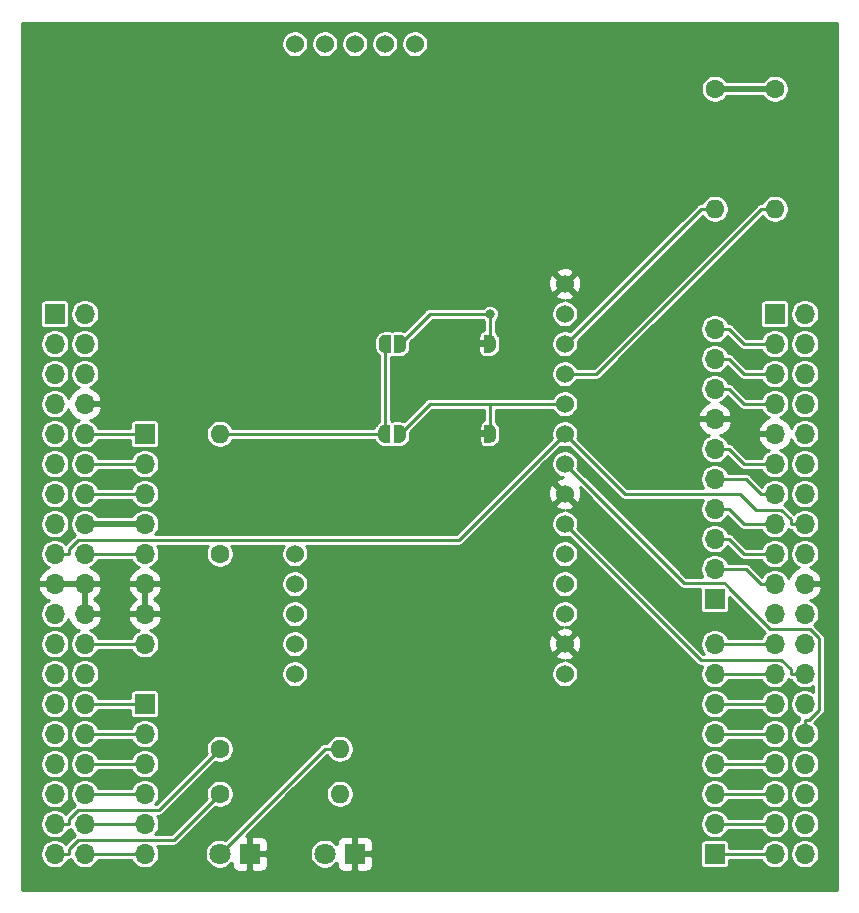
<source format=gbl>
G04 #@! TF.GenerationSoftware,KiCad,Pcbnew,5.1.5-52549c5~84~ubuntu16.04.1*
G04 #@! TF.CreationDate,2020-03-02T08:02:59+09:00*
G04 #@! TF.ProjectId,Akashi-04,416b6173-6869-42d3-9034-2e6b69636164,rev?*
G04 #@! TF.SameCoordinates,Original*
G04 #@! TF.FileFunction,Copper,L2,Bot*
G04 #@! TF.FilePolarity,Positive*
%FSLAX46Y46*%
G04 Gerber Fmt 4.6, Leading zero omitted, Abs format (unit mm)*
G04 Created by KiCad (PCBNEW 5.1.5-52549c5~84~ubuntu16.04.1) date 2020-03-02 08:02:59*
%MOMM*%
%LPD*%
G04 APERTURE LIST*
%ADD10C,0.100000*%
%ADD11C,1.524000*%
%ADD12O,1.600000X1.600000*%
%ADD13C,1.600000*%
%ADD14O,1.700000X1.700000*%
%ADD15R,1.700000X1.700000*%
%ADD16R,1.800000X1.800000*%
%ADD17C,1.800000*%
%ADD18C,0.800000*%
%ADD19C,0.250000*%
%ADD20C,0.500000*%
%ADD21C,0.254000*%
G04 APERTURE END LIST*
D10*
G36*
X155310000Y-63200000D02*
G01*
X155810000Y-63200000D01*
X155810000Y-63800000D01*
X155310000Y-63800000D01*
X155310000Y-63200000D01*
G37*
G36*
X155340000Y-70820000D02*
G01*
X155840000Y-70820000D01*
X155840000Y-71420000D01*
X155340000Y-71420000D01*
X155340000Y-70820000D01*
G37*
D11*
X162560000Y-91440000D03*
X162560000Y-88900000D03*
X162560000Y-86360000D03*
X162560000Y-83820000D03*
X162560000Y-81280000D03*
X162560000Y-78740000D03*
X162560000Y-76200000D03*
X162560000Y-73660000D03*
X162560000Y-71120000D03*
X162560000Y-68580000D03*
X162560000Y-66040000D03*
X162560000Y-63500000D03*
X162560000Y-60960000D03*
X162560000Y-58420000D03*
X139700000Y-91440000D03*
X139700000Y-88900000D03*
X139700000Y-86360000D03*
X139700000Y-83820000D03*
X139700000Y-81280000D03*
X139700000Y-38100000D03*
X142240000Y-38100000D03*
X144780000Y-38100000D03*
X147320000Y-38100000D03*
X149860000Y-38100000D03*
D12*
X133350000Y-71120000D03*
D13*
X133350000Y-81280000D03*
G04 #@! TA.AperFunction,SMDPad,CuDef*
D10*
G36*
X148120000Y-62750000D02*
G01*
X148620000Y-62750000D01*
X148620000Y-62750602D01*
X148644534Y-62750602D01*
X148693365Y-62755412D01*
X148741490Y-62764984D01*
X148788445Y-62779228D01*
X148833778Y-62798005D01*
X148877051Y-62821136D01*
X148917850Y-62848396D01*
X148955779Y-62879524D01*
X148990476Y-62914221D01*
X149021604Y-62952150D01*
X149048864Y-62992949D01*
X149071995Y-63036222D01*
X149090772Y-63081555D01*
X149105016Y-63128510D01*
X149114588Y-63176635D01*
X149119398Y-63225466D01*
X149119398Y-63250000D01*
X149120000Y-63250000D01*
X149120000Y-63750000D01*
X149119398Y-63750000D01*
X149119398Y-63774534D01*
X149114588Y-63823365D01*
X149105016Y-63871490D01*
X149090772Y-63918445D01*
X149071995Y-63963778D01*
X149048864Y-64007051D01*
X149021604Y-64047850D01*
X148990476Y-64085779D01*
X148955779Y-64120476D01*
X148917850Y-64151604D01*
X148877051Y-64178864D01*
X148833778Y-64201995D01*
X148788445Y-64220772D01*
X148741490Y-64235016D01*
X148693365Y-64244588D01*
X148644534Y-64249398D01*
X148620000Y-64249398D01*
X148620000Y-64250000D01*
X148120000Y-64250000D01*
X148120000Y-62750000D01*
G37*
G04 #@! TD.AperFunction*
G04 #@! TA.AperFunction,SMDPad,CuDef*
G36*
X147320000Y-64249398D02*
G01*
X147295466Y-64249398D01*
X147246635Y-64244588D01*
X147198510Y-64235016D01*
X147151555Y-64220772D01*
X147106222Y-64201995D01*
X147062949Y-64178864D01*
X147022150Y-64151604D01*
X146984221Y-64120476D01*
X146949524Y-64085779D01*
X146918396Y-64047850D01*
X146891136Y-64007051D01*
X146868005Y-63963778D01*
X146849228Y-63918445D01*
X146834984Y-63871490D01*
X146825412Y-63823365D01*
X146820602Y-63774534D01*
X146820602Y-63750000D01*
X146820000Y-63750000D01*
X146820000Y-63250000D01*
X146820602Y-63250000D01*
X146820602Y-63225466D01*
X146825412Y-63176635D01*
X146834984Y-63128510D01*
X146849228Y-63081555D01*
X146868005Y-63036222D01*
X146891136Y-62992949D01*
X146918396Y-62952150D01*
X146949524Y-62914221D01*
X146984221Y-62879524D01*
X147022150Y-62848396D01*
X147062949Y-62821136D01*
X147106222Y-62798005D01*
X147151555Y-62779228D01*
X147198510Y-62764984D01*
X147246635Y-62755412D01*
X147295466Y-62750602D01*
X147320000Y-62750602D01*
X147320000Y-62750000D01*
X147820000Y-62750000D01*
X147820000Y-64250000D01*
X147320000Y-64250000D01*
X147320000Y-64249398D01*
G37*
G04 #@! TD.AperFunction*
G04 #@! TA.AperFunction,SMDPad,CuDef*
G36*
X148090000Y-70370000D02*
G01*
X148590000Y-70370000D01*
X148590000Y-70370602D01*
X148614534Y-70370602D01*
X148663365Y-70375412D01*
X148711490Y-70384984D01*
X148758445Y-70399228D01*
X148803778Y-70418005D01*
X148847051Y-70441136D01*
X148887850Y-70468396D01*
X148925779Y-70499524D01*
X148960476Y-70534221D01*
X148991604Y-70572150D01*
X149018864Y-70612949D01*
X149041995Y-70656222D01*
X149060772Y-70701555D01*
X149075016Y-70748510D01*
X149084588Y-70796635D01*
X149089398Y-70845466D01*
X149089398Y-70870000D01*
X149090000Y-70870000D01*
X149090000Y-71370000D01*
X149089398Y-71370000D01*
X149089398Y-71394534D01*
X149084588Y-71443365D01*
X149075016Y-71491490D01*
X149060772Y-71538445D01*
X149041995Y-71583778D01*
X149018864Y-71627051D01*
X148991604Y-71667850D01*
X148960476Y-71705779D01*
X148925779Y-71740476D01*
X148887850Y-71771604D01*
X148847051Y-71798864D01*
X148803778Y-71821995D01*
X148758445Y-71840772D01*
X148711490Y-71855016D01*
X148663365Y-71864588D01*
X148614534Y-71869398D01*
X148590000Y-71869398D01*
X148590000Y-71870000D01*
X148090000Y-71870000D01*
X148090000Y-70370000D01*
G37*
G04 #@! TD.AperFunction*
G04 #@! TA.AperFunction,SMDPad,CuDef*
G36*
X147290000Y-71869398D02*
G01*
X147265466Y-71869398D01*
X147216635Y-71864588D01*
X147168510Y-71855016D01*
X147121555Y-71840772D01*
X147076222Y-71821995D01*
X147032949Y-71798864D01*
X146992150Y-71771604D01*
X146954221Y-71740476D01*
X146919524Y-71705779D01*
X146888396Y-71667850D01*
X146861136Y-71627051D01*
X146838005Y-71583778D01*
X146819228Y-71538445D01*
X146804984Y-71491490D01*
X146795412Y-71443365D01*
X146790602Y-71394534D01*
X146790602Y-71370000D01*
X146790000Y-71370000D01*
X146790000Y-70870000D01*
X146790602Y-70870000D01*
X146790602Y-70845466D01*
X146795412Y-70796635D01*
X146804984Y-70748510D01*
X146819228Y-70701555D01*
X146838005Y-70656222D01*
X146861136Y-70612949D01*
X146888396Y-70572150D01*
X146919524Y-70534221D01*
X146954221Y-70499524D01*
X146992150Y-70468396D01*
X147032949Y-70441136D01*
X147076222Y-70418005D01*
X147121555Y-70399228D01*
X147168510Y-70384984D01*
X147216635Y-70375412D01*
X147265466Y-70370602D01*
X147290000Y-70370602D01*
X147290000Y-70370000D01*
X147790000Y-70370000D01*
X147790000Y-71870000D01*
X147290000Y-71870000D01*
X147290000Y-71869398D01*
G37*
G04 #@! TD.AperFunction*
G04 #@! TA.AperFunction,SMDPad,CuDef*
G36*
X154910000Y-64249398D02*
G01*
X154885466Y-64249398D01*
X154836635Y-64244588D01*
X154788510Y-64235016D01*
X154741555Y-64220772D01*
X154696222Y-64201995D01*
X154652949Y-64178864D01*
X154612150Y-64151604D01*
X154574221Y-64120476D01*
X154539524Y-64085779D01*
X154508396Y-64047850D01*
X154481136Y-64007051D01*
X154458005Y-63963778D01*
X154439228Y-63918445D01*
X154424984Y-63871490D01*
X154415412Y-63823365D01*
X154410602Y-63774534D01*
X154410602Y-63750000D01*
X154410000Y-63750000D01*
X154410000Y-63250000D01*
X154410602Y-63250000D01*
X154410602Y-63225466D01*
X154415412Y-63176635D01*
X154424984Y-63128510D01*
X154439228Y-63081555D01*
X154458005Y-63036222D01*
X154481136Y-62992949D01*
X154508396Y-62952150D01*
X154539524Y-62914221D01*
X154574221Y-62879524D01*
X154612150Y-62848396D01*
X154652949Y-62821136D01*
X154696222Y-62798005D01*
X154741555Y-62779228D01*
X154788510Y-62764984D01*
X154836635Y-62755412D01*
X154885466Y-62750602D01*
X154910000Y-62750602D01*
X154910000Y-62750000D01*
X155410000Y-62750000D01*
X155410000Y-64250000D01*
X154910000Y-64250000D01*
X154910000Y-64249398D01*
G37*
G04 #@! TD.AperFunction*
G04 #@! TA.AperFunction,SMDPad,CuDef*
G36*
X155710000Y-62750000D02*
G01*
X156210000Y-62750000D01*
X156210000Y-62750602D01*
X156234534Y-62750602D01*
X156283365Y-62755412D01*
X156331490Y-62764984D01*
X156378445Y-62779228D01*
X156423778Y-62798005D01*
X156467051Y-62821136D01*
X156507850Y-62848396D01*
X156545779Y-62879524D01*
X156580476Y-62914221D01*
X156611604Y-62952150D01*
X156638864Y-62992949D01*
X156661995Y-63036222D01*
X156680772Y-63081555D01*
X156695016Y-63128510D01*
X156704588Y-63176635D01*
X156709398Y-63225466D01*
X156709398Y-63250000D01*
X156710000Y-63250000D01*
X156710000Y-63750000D01*
X156709398Y-63750000D01*
X156709398Y-63774534D01*
X156704588Y-63823365D01*
X156695016Y-63871490D01*
X156680772Y-63918445D01*
X156661995Y-63963778D01*
X156638864Y-64007051D01*
X156611604Y-64047850D01*
X156580476Y-64085779D01*
X156545779Y-64120476D01*
X156507850Y-64151604D01*
X156467051Y-64178864D01*
X156423778Y-64201995D01*
X156378445Y-64220772D01*
X156331490Y-64235016D01*
X156283365Y-64244588D01*
X156234534Y-64249398D01*
X156210000Y-64249398D01*
X156210000Y-64250000D01*
X155710000Y-64250000D01*
X155710000Y-62750000D01*
G37*
G04 #@! TD.AperFunction*
G04 #@! TA.AperFunction,SMDPad,CuDef*
G36*
X154940000Y-71869398D02*
G01*
X154915466Y-71869398D01*
X154866635Y-71864588D01*
X154818510Y-71855016D01*
X154771555Y-71840772D01*
X154726222Y-71821995D01*
X154682949Y-71798864D01*
X154642150Y-71771604D01*
X154604221Y-71740476D01*
X154569524Y-71705779D01*
X154538396Y-71667850D01*
X154511136Y-71627051D01*
X154488005Y-71583778D01*
X154469228Y-71538445D01*
X154454984Y-71491490D01*
X154445412Y-71443365D01*
X154440602Y-71394534D01*
X154440602Y-71370000D01*
X154440000Y-71370000D01*
X154440000Y-70870000D01*
X154440602Y-70870000D01*
X154440602Y-70845466D01*
X154445412Y-70796635D01*
X154454984Y-70748510D01*
X154469228Y-70701555D01*
X154488005Y-70656222D01*
X154511136Y-70612949D01*
X154538396Y-70572150D01*
X154569524Y-70534221D01*
X154604221Y-70499524D01*
X154642150Y-70468396D01*
X154682949Y-70441136D01*
X154726222Y-70418005D01*
X154771555Y-70399228D01*
X154818510Y-70384984D01*
X154866635Y-70375412D01*
X154915466Y-70370602D01*
X154940000Y-70370602D01*
X154940000Y-70370000D01*
X155440000Y-70370000D01*
X155440000Y-71870000D01*
X154940000Y-71870000D01*
X154940000Y-71869398D01*
G37*
G04 #@! TD.AperFunction*
G04 #@! TA.AperFunction,SMDPad,CuDef*
G36*
X155740000Y-70370000D02*
G01*
X156240000Y-70370000D01*
X156240000Y-70370602D01*
X156264534Y-70370602D01*
X156313365Y-70375412D01*
X156361490Y-70384984D01*
X156408445Y-70399228D01*
X156453778Y-70418005D01*
X156497051Y-70441136D01*
X156537850Y-70468396D01*
X156575779Y-70499524D01*
X156610476Y-70534221D01*
X156641604Y-70572150D01*
X156668864Y-70612949D01*
X156691995Y-70656222D01*
X156710772Y-70701555D01*
X156725016Y-70748510D01*
X156734588Y-70796635D01*
X156739398Y-70845466D01*
X156739398Y-70870000D01*
X156740000Y-70870000D01*
X156740000Y-71370000D01*
X156739398Y-71370000D01*
X156739398Y-71394534D01*
X156734588Y-71443365D01*
X156725016Y-71491490D01*
X156710772Y-71538445D01*
X156691995Y-71583778D01*
X156668864Y-71627051D01*
X156641604Y-71667850D01*
X156610476Y-71705779D01*
X156575779Y-71740476D01*
X156537850Y-71771604D01*
X156497051Y-71798864D01*
X156453778Y-71821995D01*
X156408445Y-71840772D01*
X156361490Y-71855016D01*
X156313365Y-71864588D01*
X156264534Y-71869398D01*
X156240000Y-71869398D01*
X156240000Y-71870000D01*
X155740000Y-71870000D01*
X155740000Y-70370000D01*
G37*
G04 #@! TD.AperFunction*
D14*
X175260000Y-88900000D03*
X175260000Y-91440000D03*
X175260000Y-93980000D03*
X175260000Y-96520000D03*
X175260000Y-99060000D03*
X175260000Y-101600000D03*
X175260000Y-104140000D03*
D15*
X175260000Y-106680000D03*
D14*
X127000000Y-106680000D03*
X127000000Y-104140000D03*
X127000000Y-101600000D03*
X127000000Y-99060000D03*
X127000000Y-96520000D03*
D15*
X127000000Y-93980000D03*
D14*
X127000000Y-88900000D03*
X127000000Y-86360000D03*
X127000000Y-83820000D03*
X127000000Y-81280000D03*
X127000000Y-78740000D03*
X127000000Y-76200000D03*
X127000000Y-73660000D03*
D15*
X127000000Y-71120000D03*
D14*
X175260000Y-62230000D03*
X175260000Y-64770000D03*
X175260000Y-67310000D03*
X175260000Y-69850000D03*
X175260000Y-72390000D03*
X175260000Y-74930000D03*
X175260000Y-77470000D03*
X175260000Y-80010000D03*
X175260000Y-82550000D03*
D15*
X175260000Y-85090000D03*
D14*
X121920000Y-106680000D03*
X119380000Y-106680000D03*
X121920000Y-104140000D03*
X119380000Y-104140000D03*
X121920000Y-101600000D03*
X119380000Y-101600000D03*
X121920000Y-99060000D03*
X119380000Y-99060000D03*
X121920000Y-96520000D03*
X119380000Y-96520000D03*
X121920000Y-93980000D03*
X119380000Y-93980000D03*
X121920000Y-91440000D03*
X119380000Y-91440000D03*
X121920000Y-88900000D03*
X119380000Y-88900000D03*
X121920000Y-86360000D03*
X119380000Y-86360000D03*
X121920000Y-83820000D03*
X119380000Y-83820000D03*
X121920000Y-81280000D03*
X119380000Y-81280000D03*
X121920000Y-78740000D03*
X119380000Y-78740000D03*
X121920000Y-76200000D03*
X119380000Y-76200000D03*
X121920000Y-73660000D03*
X119380000Y-73660000D03*
X121920000Y-71120000D03*
X119380000Y-71120000D03*
X121920000Y-68580000D03*
X119380000Y-68580000D03*
X121920000Y-66040000D03*
X119380000Y-66040000D03*
X121920000Y-63500000D03*
X119380000Y-63500000D03*
X121920000Y-60960000D03*
D15*
X119380000Y-60960000D03*
X180340000Y-60960000D03*
D14*
X182880000Y-60960000D03*
X180340000Y-63500000D03*
X182880000Y-63500000D03*
X180340000Y-66040000D03*
X182880000Y-66040000D03*
X180340000Y-68580000D03*
X182880000Y-68580000D03*
X180340000Y-71120000D03*
X182880000Y-71120000D03*
X180340000Y-73660000D03*
X182880000Y-73660000D03*
X180340000Y-76200000D03*
X182880000Y-76200000D03*
X180340000Y-78740000D03*
X182880000Y-78740000D03*
X180340000Y-81280000D03*
X182880000Y-81280000D03*
X180340000Y-83820000D03*
X182880000Y-83820000D03*
X180340000Y-86360000D03*
X182880000Y-86360000D03*
X180340000Y-88900000D03*
X182880000Y-88900000D03*
X180340000Y-91440000D03*
X182880000Y-91440000D03*
X180340000Y-93980000D03*
X182880000Y-93980000D03*
X180340000Y-96520000D03*
X182880000Y-96520000D03*
X180340000Y-99060000D03*
X182880000Y-99060000D03*
X180340000Y-101600000D03*
X182880000Y-101600000D03*
X180340000Y-104140000D03*
X182880000Y-104140000D03*
X180340000Y-106680000D03*
X182880000Y-106680000D03*
D16*
X135890000Y-106680000D03*
D17*
X133350000Y-106680000D03*
X142240000Y-106680000D03*
D16*
X144780000Y-106680000D03*
D13*
X133350000Y-97790000D03*
D12*
X143510000Y-97790000D03*
X143510000Y-101600000D03*
D13*
X133350000Y-101600000D03*
D12*
X180340000Y-52070000D03*
D13*
X180340000Y-41910000D03*
X175260000Y-41910000D03*
D12*
X175260000Y-52070000D03*
D18*
X156210000Y-60960000D03*
D19*
X119380000Y-106680000D02*
X120555300Y-106680000D01*
X120555300Y-106680000D02*
X120555300Y-106312600D01*
X120555300Y-106312600D02*
X121363200Y-105504700D01*
X121363200Y-105504700D02*
X129445300Y-105504700D01*
X129445300Y-105504700D02*
X133350000Y-101600000D01*
X119380000Y-104140000D02*
X120555300Y-104140000D01*
X133350000Y-97790000D02*
X128175300Y-102964700D01*
X128175300Y-102964700D02*
X121363200Y-102964700D01*
X121363200Y-102964700D02*
X120555300Y-103772600D01*
X120555300Y-103772600D02*
X120555300Y-104140000D01*
D20*
X121920000Y-78740000D02*
X127000000Y-78740000D01*
X175260000Y-41910000D02*
X180340000Y-41910000D01*
D19*
X175260000Y-64770000D02*
X176435300Y-64770000D01*
X180340000Y-66040000D02*
X177705300Y-66040000D01*
X177705300Y-66040000D02*
X176435300Y-64770000D01*
X175260000Y-62230000D02*
X176435300Y-62230000D01*
X180340000Y-63500000D02*
X177705300Y-63500000D01*
X177705300Y-63500000D02*
X176435300Y-62230000D01*
X143510000Y-97790000D02*
X142240000Y-97790000D01*
X142240000Y-97790000D02*
X133350000Y-106680000D01*
X175260000Y-67310000D02*
X176435300Y-67310000D01*
X180340000Y-68580000D02*
X177705300Y-68580000D01*
X177705300Y-68580000D02*
X176435300Y-67310000D01*
X175260000Y-80010000D02*
X176435300Y-80010000D01*
X180340000Y-81280000D02*
X177705300Y-81280000D01*
X177705300Y-81280000D02*
X176435300Y-80010000D01*
X180340000Y-83820000D02*
X179164700Y-83820000D01*
X179164700Y-83820000D02*
X177894700Y-82550000D01*
X177894700Y-82550000D02*
X175260000Y-82550000D01*
X180340000Y-88900000D02*
X175260000Y-88900000D01*
X180340000Y-93980000D02*
X175260000Y-93980000D01*
X180340000Y-96520000D02*
X175260000Y-96520000D01*
X180340000Y-99060000D02*
X175260000Y-99060000D01*
X180340000Y-104140000D02*
X175260000Y-104140000D01*
X180340000Y-106680000D02*
X175260000Y-106680000D01*
X121920000Y-101600000D02*
X127000000Y-101600000D01*
X121920000Y-99060000D02*
X127000000Y-99060000D01*
X121920000Y-96520000D02*
X127000000Y-96520000D01*
X121920000Y-93980000D02*
X127000000Y-93980000D01*
X175260000Y-72390000D02*
X176435300Y-72390000D01*
X180340000Y-73660000D02*
X177705300Y-73660000D01*
X177705300Y-73660000D02*
X176435300Y-72390000D01*
X180340000Y-76200000D02*
X179164700Y-76200000D01*
X179164700Y-76200000D02*
X177894700Y-74930000D01*
X177894700Y-74930000D02*
X175260000Y-74930000D01*
X175260000Y-77470000D02*
X176435300Y-77470000D01*
X180340000Y-78740000D02*
X177705300Y-78740000D01*
X177705300Y-78740000D02*
X176435300Y-77470000D01*
X162560000Y-71120000D02*
X153575300Y-80104700D01*
X153575300Y-80104700D02*
X121363200Y-80104700D01*
X121363200Y-80104700D02*
X120555300Y-80912600D01*
X120555300Y-80912600D02*
X120555300Y-81280000D01*
X119380000Y-81280000D02*
X120555300Y-81280000D01*
X181704700Y-78740000D02*
X181704700Y-78372600D01*
X181704700Y-78372600D02*
X180896800Y-77564700D01*
X180896800Y-77564700D02*
X178791900Y-77564700D01*
X178791900Y-77564700D02*
X177427200Y-76200000D01*
X177427200Y-76200000D02*
X167640000Y-76200000D01*
X167640000Y-76200000D02*
X162560000Y-71120000D01*
X182880000Y-78740000D02*
X181704700Y-78740000D01*
X180340000Y-91440000D02*
X175260000Y-91440000D01*
X182880000Y-91440000D02*
X181704700Y-91440000D01*
X181704700Y-91440000D02*
X181704700Y-91072600D01*
X181704700Y-91072600D02*
X180896800Y-90264700D01*
X180896800Y-90264700D02*
X174084700Y-90264700D01*
X174084700Y-90264700D02*
X162560000Y-78740000D01*
X182880000Y-96520000D02*
X182880000Y-95344700D01*
X182880000Y-95344700D02*
X183247300Y-95344700D01*
X183247300Y-95344700D02*
X184097900Y-94494100D01*
X184097900Y-94494100D02*
X184097900Y-88437200D01*
X184097900Y-88437200D02*
X183290700Y-87630000D01*
X183290700Y-87630000D02*
X179925500Y-87630000D01*
X179925500Y-87630000D02*
X176435300Y-84139800D01*
X176435300Y-84139800D02*
X176435300Y-84105200D01*
X176435300Y-84105200D02*
X176055400Y-83725300D01*
X176055400Y-83725300D02*
X172625300Y-83725300D01*
X172625300Y-83725300D02*
X162560000Y-73660000D01*
X180340000Y-101600000D02*
X175260000Y-101600000D01*
X121920000Y-88900000D02*
X127000000Y-88900000D01*
X121920000Y-81280000D02*
X127000000Y-81280000D01*
X121920000Y-76200000D02*
X127000000Y-76200000D01*
X121920000Y-73660000D02*
X127000000Y-73660000D01*
X121920000Y-71120000D02*
X127000000Y-71120000D01*
X121920000Y-106680000D02*
X127000000Y-106680000D01*
X121920000Y-104140000D02*
X127000000Y-104140000D01*
X151130000Y-68580000D02*
X148590000Y-71120000D01*
X162560000Y-68580000D02*
X151130000Y-68580000D01*
X156240000Y-71120000D02*
X156240000Y-68610000D01*
X151160000Y-60960000D02*
X148620000Y-63500000D01*
X156210000Y-63500000D02*
X156210000Y-60960000D01*
X156210000Y-60960000D02*
X151130000Y-60960000D01*
X133350000Y-71120000D02*
X134475300Y-71120000D01*
X147320000Y-71090000D02*
X147290000Y-71120000D01*
X147320000Y-63500000D02*
X147320000Y-71090000D01*
X147290000Y-71120000D02*
X133350000Y-71120000D01*
X180340000Y-52070000D02*
X179214700Y-52070000D01*
X179214700Y-52070000D02*
X165244700Y-66040000D01*
X165244700Y-66040000D02*
X162560000Y-66040000D01*
X175260000Y-52070000D02*
X174134700Y-52070000D01*
X174134700Y-52070000D02*
X162704700Y-63500000D01*
X162704700Y-63500000D02*
X162560000Y-63500000D01*
D21*
G36*
X185649001Y-109728000D02*
G01*
X116611000Y-109728000D01*
X116611000Y-104018757D01*
X118149000Y-104018757D01*
X118149000Y-104261243D01*
X118196307Y-104499069D01*
X118289102Y-104723097D01*
X118423820Y-104924717D01*
X118595283Y-105096180D01*
X118796903Y-105230898D01*
X119020931Y-105323693D01*
X119258757Y-105371000D01*
X119501243Y-105371000D01*
X119739069Y-105323693D01*
X119963097Y-105230898D01*
X120164717Y-105096180D01*
X120336180Y-104924717D01*
X120470898Y-104723097D01*
X120502832Y-104646000D01*
X120530446Y-104646000D01*
X120555300Y-104648448D01*
X120580154Y-104646000D01*
X120654493Y-104638678D01*
X120749875Y-104609745D01*
X120776300Y-104595621D01*
X120829102Y-104723097D01*
X120963820Y-104924717D01*
X121106998Y-105067895D01*
X121080721Y-105081941D01*
X121003673Y-105145173D01*
X120987829Y-105164479D01*
X120296603Y-105855706D01*
X120164717Y-105723820D01*
X119963097Y-105589102D01*
X119739069Y-105496307D01*
X119501243Y-105449000D01*
X119258757Y-105449000D01*
X119020931Y-105496307D01*
X118796903Y-105589102D01*
X118595283Y-105723820D01*
X118423820Y-105895283D01*
X118289102Y-106096903D01*
X118196307Y-106320931D01*
X118149000Y-106558757D01*
X118149000Y-106801243D01*
X118196307Y-107039069D01*
X118289102Y-107263097D01*
X118423820Y-107464717D01*
X118595283Y-107636180D01*
X118796903Y-107770898D01*
X119020931Y-107863693D01*
X119258757Y-107911000D01*
X119501243Y-107911000D01*
X119739069Y-107863693D01*
X119963097Y-107770898D01*
X120164717Y-107636180D01*
X120336180Y-107464717D01*
X120470898Y-107263097D01*
X120502832Y-107186000D01*
X120530446Y-107186000D01*
X120555300Y-107188448D01*
X120580154Y-107186000D01*
X120654493Y-107178678D01*
X120749875Y-107149745D01*
X120776300Y-107135621D01*
X120829102Y-107263097D01*
X120963820Y-107464717D01*
X121135283Y-107636180D01*
X121336903Y-107770898D01*
X121560931Y-107863693D01*
X121798757Y-107911000D01*
X122041243Y-107911000D01*
X122279069Y-107863693D01*
X122503097Y-107770898D01*
X122704717Y-107636180D01*
X122876180Y-107464717D01*
X123010898Y-107263097D01*
X123042832Y-107186000D01*
X125877168Y-107186000D01*
X125909102Y-107263097D01*
X126043820Y-107464717D01*
X126215283Y-107636180D01*
X126416903Y-107770898D01*
X126640931Y-107863693D01*
X126878757Y-107911000D01*
X127121243Y-107911000D01*
X127359069Y-107863693D01*
X127583097Y-107770898D01*
X127784717Y-107636180D01*
X127956180Y-107464717D01*
X128090898Y-107263097D01*
X128183693Y-107039069D01*
X128231000Y-106801243D01*
X128231000Y-106558757D01*
X128230021Y-106553833D01*
X132069000Y-106553833D01*
X132069000Y-106806167D01*
X132118228Y-107053654D01*
X132214793Y-107286781D01*
X132354982Y-107496590D01*
X132533410Y-107675018D01*
X132743219Y-107815207D01*
X132976346Y-107911772D01*
X133223833Y-107961000D01*
X133476167Y-107961000D01*
X133723654Y-107911772D01*
X133956781Y-107815207D01*
X134166590Y-107675018D01*
X134345018Y-107496590D01*
X134352400Y-107485541D01*
X134351928Y-107580000D01*
X134364188Y-107704482D01*
X134400498Y-107824180D01*
X134459463Y-107934494D01*
X134538815Y-108031185D01*
X134635506Y-108110537D01*
X134745820Y-108169502D01*
X134865518Y-108205812D01*
X134990000Y-108218072D01*
X135604250Y-108215000D01*
X135763000Y-108056250D01*
X135763000Y-106807000D01*
X136017000Y-106807000D01*
X136017000Y-108056250D01*
X136175750Y-108215000D01*
X136790000Y-108218072D01*
X136914482Y-108205812D01*
X137034180Y-108169502D01*
X137144494Y-108110537D01*
X137241185Y-108031185D01*
X137320537Y-107934494D01*
X137379502Y-107824180D01*
X137415812Y-107704482D01*
X137428072Y-107580000D01*
X137425000Y-106965750D01*
X137266250Y-106807000D01*
X136017000Y-106807000D01*
X135763000Y-106807000D01*
X135743000Y-106807000D01*
X135743000Y-106553833D01*
X140959000Y-106553833D01*
X140959000Y-106806167D01*
X141008228Y-107053654D01*
X141104793Y-107286781D01*
X141244982Y-107496590D01*
X141423410Y-107675018D01*
X141633219Y-107815207D01*
X141866346Y-107911772D01*
X142113833Y-107961000D01*
X142366167Y-107961000D01*
X142613654Y-107911772D01*
X142846781Y-107815207D01*
X143056590Y-107675018D01*
X143235018Y-107496590D01*
X143242400Y-107485541D01*
X143241928Y-107580000D01*
X143254188Y-107704482D01*
X143290498Y-107824180D01*
X143349463Y-107934494D01*
X143428815Y-108031185D01*
X143525506Y-108110537D01*
X143635820Y-108169502D01*
X143755518Y-108205812D01*
X143880000Y-108218072D01*
X144494250Y-108215000D01*
X144653000Y-108056250D01*
X144653000Y-106807000D01*
X144907000Y-106807000D01*
X144907000Y-108056250D01*
X145065750Y-108215000D01*
X145680000Y-108218072D01*
X145804482Y-108205812D01*
X145924180Y-108169502D01*
X146034494Y-108110537D01*
X146131185Y-108031185D01*
X146210537Y-107934494D01*
X146269502Y-107824180D01*
X146305812Y-107704482D01*
X146318072Y-107580000D01*
X146315000Y-106965750D01*
X146156250Y-106807000D01*
X144907000Y-106807000D01*
X144653000Y-106807000D01*
X144633000Y-106807000D01*
X144633000Y-106553000D01*
X144653000Y-106553000D01*
X144653000Y-105303750D01*
X144907000Y-105303750D01*
X144907000Y-106553000D01*
X146156250Y-106553000D01*
X146315000Y-106394250D01*
X146317821Y-105830000D01*
X174027157Y-105830000D01*
X174027157Y-107530000D01*
X174034513Y-107604689D01*
X174056299Y-107676508D01*
X174091678Y-107742696D01*
X174139289Y-107800711D01*
X174197304Y-107848322D01*
X174263492Y-107883701D01*
X174335311Y-107905487D01*
X174410000Y-107912843D01*
X176110000Y-107912843D01*
X176184689Y-107905487D01*
X176256508Y-107883701D01*
X176322696Y-107848322D01*
X176380711Y-107800711D01*
X176428322Y-107742696D01*
X176463701Y-107676508D01*
X176485487Y-107604689D01*
X176492843Y-107530000D01*
X176492843Y-107186000D01*
X179217168Y-107186000D01*
X179249102Y-107263097D01*
X179383820Y-107464717D01*
X179555283Y-107636180D01*
X179756903Y-107770898D01*
X179980931Y-107863693D01*
X180218757Y-107911000D01*
X180461243Y-107911000D01*
X180699069Y-107863693D01*
X180923097Y-107770898D01*
X181124717Y-107636180D01*
X181296180Y-107464717D01*
X181430898Y-107263097D01*
X181523693Y-107039069D01*
X181571000Y-106801243D01*
X181571000Y-106558757D01*
X181649000Y-106558757D01*
X181649000Y-106801243D01*
X181696307Y-107039069D01*
X181789102Y-107263097D01*
X181923820Y-107464717D01*
X182095283Y-107636180D01*
X182296903Y-107770898D01*
X182520931Y-107863693D01*
X182758757Y-107911000D01*
X183001243Y-107911000D01*
X183239069Y-107863693D01*
X183463097Y-107770898D01*
X183664717Y-107636180D01*
X183836180Y-107464717D01*
X183970898Y-107263097D01*
X184063693Y-107039069D01*
X184111000Y-106801243D01*
X184111000Y-106558757D01*
X184063693Y-106320931D01*
X183970898Y-106096903D01*
X183836180Y-105895283D01*
X183664717Y-105723820D01*
X183463097Y-105589102D01*
X183239069Y-105496307D01*
X183001243Y-105449000D01*
X182758757Y-105449000D01*
X182520931Y-105496307D01*
X182296903Y-105589102D01*
X182095283Y-105723820D01*
X181923820Y-105895283D01*
X181789102Y-106096903D01*
X181696307Y-106320931D01*
X181649000Y-106558757D01*
X181571000Y-106558757D01*
X181523693Y-106320931D01*
X181430898Y-106096903D01*
X181296180Y-105895283D01*
X181124717Y-105723820D01*
X180923097Y-105589102D01*
X180699069Y-105496307D01*
X180461243Y-105449000D01*
X180218757Y-105449000D01*
X179980931Y-105496307D01*
X179756903Y-105589102D01*
X179555283Y-105723820D01*
X179383820Y-105895283D01*
X179249102Y-106096903D01*
X179217168Y-106174000D01*
X176492843Y-106174000D01*
X176492843Y-105830000D01*
X176485487Y-105755311D01*
X176463701Y-105683492D01*
X176428322Y-105617304D01*
X176380711Y-105559289D01*
X176322696Y-105511678D01*
X176256508Y-105476299D01*
X176184689Y-105454513D01*
X176110000Y-105447157D01*
X174410000Y-105447157D01*
X174335311Y-105454513D01*
X174263492Y-105476299D01*
X174197304Y-105511678D01*
X174139289Y-105559289D01*
X174091678Y-105617304D01*
X174056299Y-105683492D01*
X174034513Y-105755311D01*
X174027157Y-105830000D01*
X146317821Y-105830000D01*
X146318072Y-105780000D01*
X146305812Y-105655518D01*
X146269502Y-105535820D01*
X146210537Y-105425506D01*
X146131185Y-105328815D01*
X146034494Y-105249463D01*
X145924180Y-105190498D01*
X145804482Y-105154188D01*
X145680000Y-105141928D01*
X145065750Y-105145000D01*
X144907000Y-105303750D01*
X144653000Y-105303750D01*
X144494250Y-105145000D01*
X143880000Y-105141928D01*
X143755518Y-105154188D01*
X143635820Y-105190498D01*
X143525506Y-105249463D01*
X143428815Y-105328815D01*
X143349463Y-105425506D01*
X143290498Y-105535820D01*
X143254188Y-105655518D01*
X143241928Y-105780000D01*
X143242400Y-105874459D01*
X143235018Y-105863410D01*
X143056590Y-105684982D01*
X142846781Y-105544793D01*
X142613654Y-105448228D01*
X142366167Y-105399000D01*
X142113833Y-105399000D01*
X141866346Y-105448228D01*
X141633219Y-105544793D01*
X141423410Y-105684982D01*
X141244982Y-105863410D01*
X141104793Y-106073219D01*
X141008228Y-106306346D01*
X140959000Y-106553833D01*
X135743000Y-106553833D01*
X135743000Y-106553000D01*
X135763000Y-106553000D01*
X135763000Y-105303750D01*
X136017000Y-105303750D01*
X136017000Y-106553000D01*
X137266250Y-106553000D01*
X137425000Y-106394250D01*
X137428072Y-105780000D01*
X137415812Y-105655518D01*
X137379502Y-105535820D01*
X137320537Y-105425506D01*
X137241185Y-105328815D01*
X137144494Y-105249463D01*
X137034180Y-105190498D01*
X136914482Y-105154188D01*
X136790000Y-105141928D01*
X136175750Y-105145000D01*
X136017000Y-105303750D01*
X135763000Y-105303750D01*
X135604250Y-105145000D01*
X135600609Y-105144982D01*
X136726834Y-104018757D01*
X174029000Y-104018757D01*
X174029000Y-104261243D01*
X174076307Y-104499069D01*
X174169102Y-104723097D01*
X174303820Y-104924717D01*
X174475283Y-105096180D01*
X174676903Y-105230898D01*
X174900931Y-105323693D01*
X175138757Y-105371000D01*
X175381243Y-105371000D01*
X175619069Y-105323693D01*
X175843097Y-105230898D01*
X176044717Y-105096180D01*
X176216180Y-104924717D01*
X176350898Y-104723097D01*
X176382832Y-104646000D01*
X179217168Y-104646000D01*
X179249102Y-104723097D01*
X179383820Y-104924717D01*
X179555283Y-105096180D01*
X179756903Y-105230898D01*
X179980931Y-105323693D01*
X180218757Y-105371000D01*
X180461243Y-105371000D01*
X180699069Y-105323693D01*
X180923097Y-105230898D01*
X181124717Y-105096180D01*
X181296180Y-104924717D01*
X181430898Y-104723097D01*
X181523693Y-104499069D01*
X181571000Y-104261243D01*
X181571000Y-104018757D01*
X181649000Y-104018757D01*
X181649000Y-104261243D01*
X181696307Y-104499069D01*
X181789102Y-104723097D01*
X181923820Y-104924717D01*
X182095283Y-105096180D01*
X182296903Y-105230898D01*
X182520931Y-105323693D01*
X182758757Y-105371000D01*
X183001243Y-105371000D01*
X183239069Y-105323693D01*
X183463097Y-105230898D01*
X183664717Y-105096180D01*
X183836180Y-104924717D01*
X183970898Y-104723097D01*
X184063693Y-104499069D01*
X184111000Y-104261243D01*
X184111000Y-104018757D01*
X184063693Y-103780931D01*
X183970898Y-103556903D01*
X183836180Y-103355283D01*
X183664717Y-103183820D01*
X183463097Y-103049102D01*
X183239069Y-102956307D01*
X183001243Y-102909000D01*
X182758757Y-102909000D01*
X182520931Y-102956307D01*
X182296903Y-103049102D01*
X182095283Y-103183820D01*
X181923820Y-103355283D01*
X181789102Y-103556903D01*
X181696307Y-103780931D01*
X181649000Y-104018757D01*
X181571000Y-104018757D01*
X181523693Y-103780931D01*
X181430898Y-103556903D01*
X181296180Y-103355283D01*
X181124717Y-103183820D01*
X180923097Y-103049102D01*
X180699069Y-102956307D01*
X180461243Y-102909000D01*
X180218757Y-102909000D01*
X179980931Y-102956307D01*
X179756903Y-103049102D01*
X179555283Y-103183820D01*
X179383820Y-103355283D01*
X179249102Y-103556903D01*
X179217168Y-103634000D01*
X176382832Y-103634000D01*
X176350898Y-103556903D01*
X176216180Y-103355283D01*
X176044717Y-103183820D01*
X175843097Y-103049102D01*
X175619069Y-102956307D01*
X175381243Y-102909000D01*
X175138757Y-102909000D01*
X174900931Y-102956307D01*
X174676903Y-103049102D01*
X174475283Y-103183820D01*
X174303820Y-103355283D01*
X174169102Y-103556903D01*
X174076307Y-103780931D01*
X174029000Y-104018757D01*
X136726834Y-104018757D01*
X139261909Y-101483682D01*
X142329000Y-101483682D01*
X142329000Y-101716318D01*
X142374386Y-101944485D01*
X142463412Y-102159413D01*
X142592658Y-102352843D01*
X142757157Y-102517342D01*
X142950587Y-102646588D01*
X143165515Y-102735614D01*
X143393682Y-102781000D01*
X143626318Y-102781000D01*
X143854485Y-102735614D01*
X144069413Y-102646588D01*
X144262843Y-102517342D01*
X144427342Y-102352843D01*
X144556588Y-102159413D01*
X144645614Y-101944485D01*
X144691000Y-101716318D01*
X144691000Y-101483682D01*
X144690021Y-101478757D01*
X174029000Y-101478757D01*
X174029000Y-101721243D01*
X174076307Y-101959069D01*
X174169102Y-102183097D01*
X174303820Y-102384717D01*
X174475283Y-102556180D01*
X174676903Y-102690898D01*
X174900931Y-102783693D01*
X175138757Y-102831000D01*
X175381243Y-102831000D01*
X175619069Y-102783693D01*
X175843097Y-102690898D01*
X176044717Y-102556180D01*
X176216180Y-102384717D01*
X176350898Y-102183097D01*
X176382832Y-102106000D01*
X179217168Y-102106000D01*
X179249102Y-102183097D01*
X179383820Y-102384717D01*
X179555283Y-102556180D01*
X179756903Y-102690898D01*
X179980931Y-102783693D01*
X180218757Y-102831000D01*
X180461243Y-102831000D01*
X180699069Y-102783693D01*
X180923097Y-102690898D01*
X181124717Y-102556180D01*
X181296180Y-102384717D01*
X181430898Y-102183097D01*
X181523693Y-101959069D01*
X181571000Y-101721243D01*
X181571000Y-101478757D01*
X181649000Y-101478757D01*
X181649000Y-101721243D01*
X181696307Y-101959069D01*
X181789102Y-102183097D01*
X181923820Y-102384717D01*
X182095283Y-102556180D01*
X182296903Y-102690898D01*
X182520931Y-102783693D01*
X182758757Y-102831000D01*
X183001243Y-102831000D01*
X183239069Y-102783693D01*
X183463097Y-102690898D01*
X183664717Y-102556180D01*
X183836180Y-102384717D01*
X183970898Y-102183097D01*
X184063693Y-101959069D01*
X184111000Y-101721243D01*
X184111000Y-101478757D01*
X184063693Y-101240931D01*
X183970898Y-101016903D01*
X183836180Y-100815283D01*
X183664717Y-100643820D01*
X183463097Y-100509102D01*
X183239069Y-100416307D01*
X183001243Y-100369000D01*
X182758757Y-100369000D01*
X182520931Y-100416307D01*
X182296903Y-100509102D01*
X182095283Y-100643820D01*
X181923820Y-100815283D01*
X181789102Y-101016903D01*
X181696307Y-101240931D01*
X181649000Y-101478757D01*
X181571000Y-101478757D01*
X181523693Y-101240931D01*
X181430898Y-101016903D01*
X181296180Y-100815283D01*
X181124717Y-100643820D01*
X180923097Y-100509102D01*
X180699069Y-100416307D01*
X180461243Y-100369000D01*
X180218757Y-100369000D01*
X179980931Y-100416307D01*
X179756903Y-100509102D01*
X179555283Y-100643820D01*
X179383820Y-100815283D01*
X179249102Y-101016903D01*
X179217168Y-101094000D01*
X176382832Y-101094000D01*
X176350898Y-101016903D01*
X176216180Y-100815283D01*
X176044717Y-100643820D01*
X175843097Y-100509102D01*
X175619069Y-100416307D01*
X175381243Y-100369000D01*
X175138757Y-100369000D01*
X174900931Y-100416307D01*
X174676903Y-100509102D01*
X174475283Y-100643820D01*
X174303820Y-100815283D01*
X174169102Y-101016903D01*
X174076307Y-101240931D01*
X174029000Y-101478757D01*
X144690021Y-101478757D01*
X144645614Y-101255515D01*
X144556588Y-101040587D01*
X144427342Y-100847157D01*
X144262843Y-100682658D01*
X144069413Y-100553412D01*
X143854485Y-100464386D01*
X143626318Y-100419000D01*
X143393682Y-100419000D01*
X143165515Y-100464386D01*
X142950587Y-100553412D01*
X142757157Y-100682658D01*
X142592658Y-100847157D01*
X142463412Y-101040587D01*
X142374386Y-101255515D01*
X142329000Y-101483682D01*
X139261909Y-101483682D01*
X142443720Y-98301872D01*
X142463412Y-98349413D01*
X142592658Y-98542843D01*
X142757157Y-98707342D01*
X142950587Y-98836588D01*
X143165515Y-98925614D01*
X143393682Y-98971000D01*
X143626318Y-98971000D01*
X143788411Y-98938757D01*
X174029000Y-98938757D01*
X174029000Y-99181243D01*
X174076307Y-99419069D01*
X174169102Y-99643097D01*
X174303820Y-99844717D01*
X174475283Y-100016180D01*
X174676903Y-100150898D01*
X174900931Y-100243693D01*
X175138757Y-100291000D01*
X175381243Y-100291000D01*
X175619069Y-100243693D01*
X175843097Y-100150898D01*
X176044717Y-100016180D01*
X176216180Y-99844717D01*
X176350898Y-99643097D01*
X176382832Y-99566000D01*
X179217168Y-99566000D01*
X179249102Y-99643097D01*
X179383820Y-99844717D01*
X179555283Y-100016180D01*
X179756903Y-100150898D01*
X179980931Y-100243693D01*
X180218757Y-100291000D01*
X180461243Y-100291000D01*
X180699069Y-100243693D01*
X180923097Y-100150898D01*
X181124717Y-100016180D01*
X181296180Y-99844717D01*
X181430898Y-99643097D01*
X181523693Y-99419069D01*
X181571000Y-99181243D01*
X181571000Y-98938757D01*
X181649000Y-98938757D01*
X181649000Y-99181243D01*
X181696307Y-99419069D01*
X181789102Y-99643097D01*
X181923820Y-99844717D01*
X182095283Y-100016180D01*
X182296903Y-100150898D01*
X182520931Y-100243693D01*
X182758757Y-100291000D01*
X183001243Y-100291000D01*
X183239069Y-100243693D01*
X183463097Y-100150898D01*
X183664717Y-100016180D01*
X183836180Y-99844717D01*
X183970898Y-99643097D01*
X184063693Y-99419069D01*
X184111000Y-99181243D01*
X184111000Y-98938757D01*
X184063693Y-98700931D01*
X183970898Y-98476903D01*
X183836180Y-98275283D01*
X183664717Y-98103820D01*
X183463097Y-97969102D01*
X183239069Y-97876307D01*
X183001243Y-97829000D01*
X182758757Y-97829000D01*
X182520931Y-97876307D01*
X182296903Y-97969102D01*
X182095283Y-98103820D01*
X181923820Y-98275283D01*
X181789102Y-98476903D01*
X181696307Y-98700931D01*
X181649000Y-98938757D01*
X181571000Y-98938757D01*
X181523693Y-98700931D01*
X181430898Y-98476903D01*
X181296180Y-98275283D01*
X181124717Y-98103820D01*
X180923097Y-97969102D01*
X180699069Y-97876307D01*
X180461243Y-97829000D01*
X180218757Y-97829000D01*
X179980931Y-97876307D01*
X179756903Y-97969102D01*
X179555283Y-98103820D01*
X179383820Y-98275283D01*
X179249102Y-98476903D01*
X179217168Y-98554000D01*
X176382832Y-98554000D01*
X176350898Y-98476903D01*
X176216180Y-98275283D01*
X176044717Y-98103820D01*
X175843097Y-97969102D01*
X175619069Y-97876307D01*
X175381243Y-97829000D01*
X175138757Y-97829000D01*
X174900931Y-97876307D01*
X174676903Y-97969102D01*
X174475283Y-98103820D01*
X174303820Y-98275283D01*
X174169102Y-98476903D01*
X174076307Y-98700931D01*
X174029000Y-98938757D01*
X143788411Y-98938757D01*
X143854485Y-98925614D01*
X144069413Y-98836588D01*
X144262843Y-98707342D01*
X144427342Y-98542843D01*
X144556588Y-98349413D01*
X144645614Y-98134485D01*
X144691000Y-97906318D01*
X144691000Y-97673682D01*
X144645614Y-97445515D01*
X144556588Y-97230587D01*
X144427342Y-97037157D01*
X144262843Y-96872658D01*
X144069413Y-96743412D01*
X143854485Y-96654386D01*
X143626318Y-96609000D01*
X143393682Y-96609000D01*
X143165515Y-96654386D01*
X142950587Y-96743412D01*
X142757157Y-96872658D01*
X142592658Y-97037157D01*
X142463412Y-97230587D01*
X142441288Y-97284000D01*
X142264854Y-97284000D01*
X142240000Y-97281552D01*
X142215146Y-97284000D01*
X142140807Y-97291322D01*
X142045425Y-97320255D01*
X141957521Y-97367241D01*
X141880473Y-97430473D01*
X141864628Y-97449780D01*
X133824436Y-105489973D01*
X133723654Y-105448228D01*
X133476167Y-105399000D01*
X133223833Y-105399000D01*
X132976346Y-105448228D01*
X132743219Y-105544793D01*
X132533410Y-105684982D01*
X132354982Y-105863410D01*
X132214793Y-106073219D01*
X132118228Y-106306346D01*
X132069000Y-106553833D01*
X128230021Y-106553833D01*
X128183693Y-106320931D01*
X128090898Y-106096903D01*
X128033299Y-106010700D01*
X129420454Y-106010700D01*
X129445300Y-106013147D01*
X129470146Y-106010700D01*
X129470154Y-106010700D01*
X129544493Y-106003378D01*
X129639875Y-105974445D01*
X129727779Y-105927459D01*
X129804827Y-105864227D01*
X129820676Y-105844915D01*
X132952102Y-102713490D01*
X133005515Y-102735614D01*
X133233682Y-102781000D01*
X133466318Y-102781000D01*
X133694485Y-102735614D01*
X133909413Y-102646588D01*
X134102843Y-102517342D01*
X134267342Y-102352843D01*
X134396588Y-102159413D01*
X134485614Y-101944485D01*
X134531000Y-101716318D01*
X134531000Y-101483682D01*
X134485614Y-101255515D01*
X134396588Y-101040587D01*
X134267342Y-100847157D01*
X134102843Y-100682658D01*
X133909413Y-100553412D01*
X133694485Y-100464386D01*
X133466318Y-100419000D01*
X133233682Y-100419000D01*
X133005515Y-100464386D01*
X132790587Y-100553412D01*
X132597157Y-100682658D01*
X132432658Y-100847157D01*
X132303412Y-101040587D01*
X132214386Y-101255515D01*
X132169000Y-101483682D01*
X132169000Y-101716318D01*
X132214386Y-101944485D01*
X132236510Y-101997898D01*
X129235709Y-104998700D01*
X127882197Y-104998700D01*
X127956180Y-104924717D01*
X128090898Y-104723097D01*
X128183693Y-104499069D01*
X128231000Y-104261243D01*
X128231000Y-104018757D01*
X128183693Y-103780931D01*
X128090898Y-103556903D01*
X128033299Y-103470700D01*
X128150454Y-103470700D01*
X128175300Y-103473147D01*
X128200146Y-103470700D01*
X128200154Y-103470700D01*
X128274493Y-103463378D01*
X128369875Y-103434445D01*
X128457779Y-103387459D01*
X128534827Y-103324227D01*
X128550676Y-103304915D01*
X132952102Y-98903490D01*
X133005515Y-98925614D01*
X133233682Y-98971000D01*
X133466318Y-98971000D01*
X133694485Y-98925614D01*
X133909413Y-98836588D01*
X134102843Y-98707342D01*
X134267342Y-98542843D01*
X134396588Y-98349413D01*
X134485614Y-98134485D01*
X134531000Y-97906318D01*
X134531000Y-97673682D01*
X134485614Y-97445515D01*
X134396588Y-97230587D01*
X134267342Y-97037157D01*
X134102843Y-96872658D01*
X133909413Y-96743412D01*
X133694485Y-96654386D01*
X133466318Y-96609000D01*
X133233682Y-96609000D01*
X133005515Y-96654386D01*
X132790587Y-96743412D01*
X132597157Y-96872658D01*
X132432658Y-97037157D01*
X132303412Y-97230587D01*
X132214386Y-97445515D01*
X132169000Y-97673682D01*
X132169000Y-97906318D01*
X132214386Y-98134485D01*
X132236510Y-98187898D01*
X127965709Y-102458700D01*
X127882197Y-102458700D01*
X127956180Y-102384717D01*
X128090898Y-102183097D01*
X128183693Y-101959069D01*
X128231000Y-101721243D01*
X128231000Y-101478757D01*
X128183693Y-101240931D01*
X128090898Y-101016903D01*
X127956180Y-100815283D01*
X127784717Y-100643820D01*
X127583097Y-100509102D01*
X127359069Y-100416307D01*
X127121243Y-100369000D01*
X126878757Y-100369000D01*
X126640931Y-100416307D01*
X126416903Y-100509102D01*
X126215283Y-100643820D01*
X126043820Y-100815283D01*
X125909102Y-101016903D01*
X125877168Y-101094000D01*
X123042832Y-101094000D01*
X123010898Y-101016903D01*
X122876180Y-100815283D01*
X122704717Y-100643820D01*
X122503097Y-100509102D01*
X122279069Y-100416307D01*
X122041243Y-100369000D01*
X121798757Y-100369000D01*
X121560931Y-100416307D01*
X121336903Y-100509102D01*
X121135283Y-100643820D01*
X120963820Y-100815283D01*
X120829102Y-101016903D01*
X120736307Y-101240931D01*
X120689000Y-101478757D01*
X120689000Y-101721243D01*
X120736307Y-101959069D01*
X120829102Y-102183097D01*
X120963820Y-102384717D01*
X121106998Y-102527895D01*
X121080721Y-102541941D01*
X121003673Y-102605173D01*
X120987829Y-102624479D01*
X120296603Y-103315706D01*
X120164717Y-103183820D01*
X119963097Y-103049102D01*
X119739069Y-102956307D01*
X119501243Y-102909000D01*
X119258757Y-102909000D01*
X119020931Y-102956307D01*
X118796903Y-103049102D01*
X118595283Y-103183820D01*
X118423820Y-103355283D01*
X118289102Y-103556903D01*
X118196307Y-103780931D01*
X118149000Y-104018757D01*
X116611000Y-104018757D01*
X116611000Y-101478757D01*
X118149000Y-101478757D01*
X118149000Y-101721243D01*
X118196307Y-101959069D01*
X118289102Y-102183097D01*
X118423820Y-102384717D01*
X118595283Y-102556180D01*
X118796903Y-102690898D01*
X119020931Y-102783693D01*
X119258757Y-102831000D01*
X119501243Y-102831000D01*
X119739069Y-102783693D01*
X119963097Y-102690898D01*
X120164717Y-102556180D01*
X120336180Y-102384717D01*
X120470898Y-102183097D01*
X120563693Y-101959069D01*
X120611000Y-101721243D01*
X120611000Y-101478757D01*
X120563693Y-101240931D01*
X120470898Y-101016903D01*
X120336180Y-100815283D01*
X120164717Y-100643820D01*
X119963097Y-100509102D01*
X119739069Y-100416307D01*
X119501243Y-100369000D01*
X119258757Y-100369000D01*
X119020931Y-100416307D01*
X118796903Y-100509102D01*
X118595283Y-100643820D01*
X118423820Y-100815283D01*
X118289102Y-101016903D01*
X118196307Y-101240931D01*
X118149000Y-101478757D01*
X116611000Y-101478757D01*
X116611000Y-98938757D01*
X118149000Y-98938757D01*
X118149000Y-99181243D01*
X118196307Y-99419069D01*
X118289102Y-99643097D01*
X118423820Y-99844717D01*
X118595283Y-100016180D01*
X118796903Y-100150898D01*
X119020931Y-100243693D01*
X119258757Y-100291000D01*
X119501243Y-100291000D01*
X119739069Y-100243693D01*
X119963097Y-100150898D01*
X120164717Y-100016180D01*
X120336180Y-99844717D01*
X120470898Y-99643097D01*
X120563693Y-99419069D01*
X120611000Y-99181243D01*
X120611000Y-98938757D01*
X120689000Y-98938757D01*
X120689000Y-99181243D01*
X120736307Y-99419069D01*
X120829102Y-99643097D01*
X120963820Y-99844717D01*
X121135283Y-100016180D01*
X121336903Y-100150898D01*
X121560931Y-100243693D01*
X121798757Y-100291000D01*
X122041243Y-100291000D01*
X122279069Y-100243693D01*
X122503097Y-100150898D01*
X122704717Y-100016180D01*
X122876180Y-99844717D01*
X123010898Y-99643097D01*
X123042832Y-99566000D01*
X125877168Y-99566000D01*
X125909102Y-99643097D01*
X126043820Y-99844717D01*
X126215283Y-100016180D01*
X126416903Y-100150898D01*
X126640931Y-100243693D01*
X126878757Y-100291000D01*
X127121243Y-100291000D01*
X127359069Y-100243693D01*
X127583097Y-100150898D01*
X127784717Y-100016180D01*
X127956180Y-99844717D01*
X128090898Y-99643097D01*
X128183693Y-99419069D01*
X128231000Y-99181243D01*
X128231000Y-98938757D01*
X128183693Y-98700931D01*
X128090898Y-98476903D01*
X127956180Y-98275283D01*
X127784717Y-98103820D01*
X127583097Y-97969102D01*
X127359069Y-97876307D01*
X127121243Y-97829000D01*
X126878757Y-97829000D01*
X126640931Y-97876307D01*
X126416903Y-97969102D01*
X126215283Y-98103820D01*
X126043820Y-98275283D01*
X125909102Y-98476903D01*
X125877168Y-98554000D01*
X123042832Y-98554000D01*
X123010898Y-98476903D01*
X122876180Y-98275283D01*
X122704717Y-98103820D01*
X122503097Y-97969102D01*
X122279069Y-97876307D01*
X122041243Y-97829000D01*
X121798757Y-97829000D01*
X121560931Y-97876307D01*
X121336903Y-97969102D01*
X121135283Y-98103820D01*
X120963820Y-98275283D01*
X120829102Y-98476903D01*
X120736307Y-98700931D01*
X120689000Y-98938757D01*
X120611000Y-98938757D01*
X120563693Y-98700931D01*
X120470898Y-98476903D01*
X120336180Y-98275283D01*
X120164717Y-98103820D01*
X119963097Y-97969102D01*
X119739069Y-97876307D01*
X119501243Y-97829000D01*
X119258757Y-97829000D01*
X119020931Y-97876307D01*
X118796903Y-97969102D01*
X118595283Y-98103820D01*
X118423820Y-98275283D01*
X118289102Y-98476903D01*
X118196307Y-98700931D01*
X118149000Y-98938757D01*
X116611000Y-98938757D01*
X116611000Y-96398757D01*
X118149000Y-96398757D01*
X118149000Y-96641243D01*
X118196307Y-96879069D01*
X118289102Y-97103097D01*
X118423820Y-97304717D01*
X118595283Y-97476180D01*
X118796903Y-97610898D01*
X119020931Y-97703693D01*
X119258757Y-97751000D01*
X119501243Y-97751000D01*
X119739069Y-97703693D01*
X119963097Y-97610898D01*
X120164717Y-97476180D01*
X120336180Y-97304717D01*
X120470898Y-97103097D01*
X120563693Y-96879069D01*
X120611000Y-96641243D01*
X120611000Y-96398757D01*
X120689000Y-96398757D01*
X120689000Y-96641243D01*
X120736307Y-96879069D01*
X120829102Y-97103097D01*
X120963820Y-97304717D01*
X121135283Y-97476180D01*
X121336903Y-97610898D01*
X121560931Y-97703693D01*
X121798757Y-97751000D01*
X122041243Y-97751000D01*
X122279069Y-97703693D01*
X122503097Y-97610898D01*
X122704717Y-97476180D01*
X122876180Y-97304717D01*
X123010898Y-97103097D01*
X123042832Y-97026000D01*
X125877168Y-97026000D01*
X125909102Y-97103097D01*
X126043820Y-97304717D01*
X126215283Y-97476180D01*
X126416903Y-97610898D01*
X126640931Y-97703693D01*
X126878757Y-97751000D01*
X127121243Y-97751000D01*
X127359069Y-97703693D01*
X127583097Y-97610898D01*
X127784717Y-97476180D01*
X127956180Y-97304717D01*
X128090898Y-97103097D01*
X128183693Y-96879069D01*
X128231000Y-96641243D01*
X128231000Y-96398757D01*
X174029000Y-96398757D01*
X174029000Y-96641243D01*
X174076307Y-96879069D01*
X174169102Y-97103097D01*
X174303820Y-97304717D01*
X174475283Y-97476180D01*
X174676903Y-97610898D01*
X174900931Y-97703693D01*
X175138757Y-97751000D01*
X175381243Y-97751000D01*
X175619069Y-97703693D01*
X175843097Y-97610898D01*
X176044717Y-97476180D01*
X176216180Y-97304717D01*
X176350898Y-97103097D01*
X176382832Y-97026000D01*
X179217168Y-97026000D01*
X179249102Y-97103097D01*
X179383820Y-97304717D01*
X179555283Y-97476180D01*
X179756903Y-97610898D01*
X179980931Y-97703693D01*
X180218757Y-97751000D01*
X180461243Y-97751000D01*
X180699069Y-97703693D01*
X180923097Y-97610898D01*
X181124717Y-97476180D01*
X181296180Y-97304717D01*
X181430898Y-97103097D01*
X181523693Y-96879069D01*
X181571000Y-96641243D01*
X181571000Y-96398757D01*
X181523693Y-96160931D01*
X181430898Y-95936903D01*
X181296180Y-95735283D01*
X181124717Y-95563820D01*
X180923097Y-95429102D01*
X180699069Y-95336307D01*
X180461243Y-95289000D01*
X180218757Y-95289000D01*
X179980931Y-95336307D01*
X179756903Y-95429102D01*
X179555283Y-95563820D01*
X179383820Y-95735283D01*
X179249102Y-95936903D01*
X179217168Y-96014000D01*
X176382832Y-96014000D01*
X176350898Y-95936903D01*
X176216180Y-95735283D01*
X176044717Y-95563820D01*
X175843097Y-95429102D01*
X175619069Y-95336307D01*
X175381243Y-95289000D01*
X175138757Y-95289000D01*
X174900931Y-95336307D01*
X174676903Y-95429102D01*
X174475283Y-95563820D01*
X174303820Y-95735283D01*
X174169102Y-95936903D01*
X174076307Y-96160931D01*
X174029000Y-96398757D01*
X128231000Y-96398757D01*
X128183693Y-96160931D01*
X128090898Y-95936903D01*
X127956180Y-95735283D01*
X127784717Y-95563820D01*
X127583097Y-95429102D01*
X127359069Y-95336307D01*
X127121243Y-95289000D01*
X126878757Y-95289000D01*
X126640931Y-95336307D01*
X126416903Y-95429102D01*
X126215283Y-95563820D01*
X126043820Y-95735283D01*
X125909102Y-95936903D01*
X125877168Y-96014000D01*
X123042832Y-96014000D01*
X123010898Y-95936903D01*
X122876180Y-95735283D01*
X122704717Y-95563820D01*
X122503097Y-95429102D01*
X122279069Y-95336307D01*
X122041243Y-95289000D01*
X121798757Y-95289000D01*
X121560931Y-95336307D01*
X121336903Y-95429102D01*
X121135283Y-95563820D01*
X120963820Y-95735283D01*
X120829102Y-95936903D01*
X120736307Y-96160931D01*
X120689000Y-96398757D01*
X120611000Y-96398757D01*
X120563693Y-96160931D01*
X120470898Y-95936903D01*
X120336180Y-95735283D01*
X120164717Y-95563820D01*
X119963097Y-95429102D01*
X119739069Y-95336307D01*
X119501243Y-95289000D01*
X119258757Y-95289000D01*
X119020931Y-95336307D01*
X118796903Y-95429102D01*
X118595283Y-95563820D01*
X118423820Y-95735283D01*
X118289102Y-95936903D01*
X118196307Y-96160931D01*
X118149000Y-96398757D01*
X116611000Y-96398757D01*
X116611000Y-93858757D01*
X118149000Y-93858757D01*
X118149000Y-94101243D01*
X118196307Y-94339069D01*
X118289102Y-94563097D01*
X118423820Y-94764717D01*
X118595283Y-94936180D01*
X118796903Y-95070898D01*
X119020931Y-95163693D01*
X119258757Y-95211000D01*
X119501243Y-95211000D01*
X119739069Y-95163693D01*
X119963097Y-95070898D01*
X120164717Y-94936180D01*
X120336180Y-94764717D01*
X120470898Y-94563097D01*
X120563693Y-94339069D01*
X120611000Y-94101243D01*
X120611000Y-93858757D01*
X120689000Y-93858757D01*
X120689000Y-94101243D01*
X120736307Y-94339069D01*
X120829102Y-94563097D01*
X120963820Y-94764717D01*
X121135283Y-94936180D01*
X121336903Y-95070898D01*
X121560931Y-95163693D01*
X121798757Y-95211000D01*
X122041243Y-95211000D01*
X122279069Y-95163693D01*
X122503097Y-95070898D01*
X122704717Y-94936180D01*
X122876180Y-94764717D01*
X123010898Y-94563097D01*
X123042832Y-94486000D01*
X125767157Y-94486000D01*
X125767157Y-94830000D01*
X125774513Y-94904689D01*
X125796299Y-94976508D01*
X125831678Y-95042696D01*
X125879289Y-95100711D01*
X125937304Y-95148322D01*
X126003492Y-95183701D01*
X126075311Y-95205487D01*
X126150000Y-95212843D01*
X127850000Y-95212843D01*
X127924689Y-95205487D01*
X127996508Y-95183701D01*
X128062696Y-95148322D01*
X128120711Y-95100711D01*
X128168322Y-95042696D01*
X128203701Y-94976508D01*
X128225487Y-94904689D01*
X128232843Y-94830000D01*
X128232843Y-93858757D01*
X174029000Y-93858757D01*
X174029000Y-94101243D01*
X174076307Y-94339069D01*
X174169102Y-94563097D01*
X174303820Y-94764717D01*
X174475283Y-94936180D01*
X174676903Y-95070898D01*
X174900931Y-95163693D01*
X175138757Y-95211000D01*
X175381243Y-95211000D01*
X175619069Y-95163693D01*
X175843097Y-95070898D01*
X176044717Y-94936180D01*
X176216180Y-94764717D01*
X176350898Y-94563097D01*
X176382832Y-94486000D01*
X179217168Y-94486000D01*
X179249102Y-94563097D01*
X179383820Y-94764717D01*
X179555283Y-94936180D01*
X179756903Y-95070898D01*
X179980931Y-95163693D01*
X180218757Y-95211000D01*
X180461243Y-95211000D01*
X180699069Y-95163693D01*
X180923097Y-95070898D01*
X181124717Y-94936180D01*
X181296180Y-94764717D01*
X181430898Y-94563097D01*
X181523693Y-94339069D01*
X181571000Y-94101243D01*
X181571000Y-93858757D01*
X181523693Y-93620931D01*
X181430898Y-93396903D01*
X181296180Y-93195283D01*
X181124717Y-93023820D01*
X180923097Y-92889102D01*
X180699069Y-92796307D01*
X180461243Y-92749000D01*
X180218757Y-92749000D01*
X179980931Y-92796307D01*
X179756903Y-92889102D01*
X179555283Y-93023820D01*
X179383820Y-93195283D01*
X179249102Y-93396903D01*
X179217168Y-93474000D01*
X176382832Y-93474000D01*
X176350898Y-93396903D01*
X176216180Y-93195283D01*
X176044717Y-93023820D01*
X175843097Y-92889102D01*
X175619069Y-92796307D01*
X175381243Y-92749000D01*
X175138757Y-92749000D01*
X174900931Y-92796307D01*
X174676903Y-92889102D01*
X174475283Y-93023820D01*
X174303820Y-93195283D01*
X174169102Y-93396903D01*
X174076307Y-93620931D01*
X174029000Y-93858757D01*
X128232843Y-93858757D01*
X128232843Y-93130000D01*
X128225487Y-93055311D01*
X128203701Y-92983492D01*
X128168322Y-92917304D01*
X128120711Y-92859289D01*
X128062696Y-92811678D01*
X127996508Y-92776299D01*
X127924689Y-92754513D01*
X127850000Y-92747157D01*
X126150000Y-92747157D01*
X126075311Y-92754513D01*
X126003492Y-92776299D01*
X125937304Y-92811678D01*
X125879289Y-92859289D01*
X125831678Y-92917304D01*
X125796299Y-92983492D01*
X125774513Y-93055311D01*
X125767157Y-93130000D01*
X125767157Y-93474000D01*
X123042832Y-93474000D01*
X123010898Y-93396903D01*
X122876180Y-93195283D01*
X122704717Y-93023820D01*
X122503097Y-92889102D01*
X122279069Y-92796307D01*
X122041243Y-92749000D01*
X121798757Y-92749000D01*
X121560931Y-92796307D01*
X121336903Y-92889102D01*
X121135283Y-93023820D01*
X120963820Y-93195283D01*
X120829102Y-93396903D01*
X120736307Y-93620931D01*
X120689000Y-93858757D01*
X120611000Y-93858757D01*
X120563693Y-93620931D01*
X120470898Y-93396903D01*
X120336180Y-93195283D01*
X120164717Y-93023820D01*
X119963097Y-92889102D01*
X119739069Y-92796307D01*
X119501243Y-92749000D01*
X119258757Y-92749000D01*
X119020931Y-92796307D01*
X118796903Y-92889102D01*
X118595283Y-93023820D01*
X118423820Y-93195283D01*
X118289102Y-93396903D01*
X118196307Y-93620931D01*
X118149000Y-93858757D01*
X116611000Y-93858757D01*
X116611000Y-91318757D01*
X118149000Y-91318757D01*
X118149000Y-91561243D01*
X118196307Y-91799069D01*
X118289102Y-92023097D01*
X118423820Y-92224717D01*
X118595283Y-92396180D01*
X118796903Y-92530898D01*
X119020931Y-92623693D01*
X119258757Y-92671000D01*
X119501243Y-92671000D01*
X119739069Y-92623693D01*
X119963097Y-92530898D01*
X120164717Y-92396180D01*
X120336180Y-92224717D01*
X120470898Y-92023097D01*
X120563693Y-91799069D01*
X120611000Y-91561243D01*
X120611000Y-91318757D01*
X120689000Y-91318757D01*
X120689000Y-91561243D01*
X120736307Y-91799069D01*
X120829102Y-92023097D01*
X120963820Y-92224717D01*
X121135283Y-92396180D01*
X121336903Y-92530898D01*
X121560931Y-92623693D01*
X121798757Y-92671000D01*
X122041243Y-92671000D01*
X122279069Y-92623693D01*
X122503097Y-92530898D01*
X122704717Y-92396180D01*
X122876180Y-92224717D01*
X123010898Y-92023097D01*
X123103693Y-91799069D01*
X123151000Y-91561243D01*
X123151000Y-91327424D01*
X138557000Y-91327424D01*
X138557000Y-91552576D01*
X138600925Y-91773401D01*
X138687087Y-91981413D01*
X138812174Y-92168620D01*
X138971380Y-92327826D01*
X139158587Y-92452913D01*
X139366599Y-92539075D01*
X139587424Y-92583000D01*
X139812576Y-92583000D01*
X140033401Y-92539075D01*
X140241413Y-92452913D01*
X140428620Y-92327826D01*
X140587826Y-92168620D01*
X140712913Y-91981413D01*
X140799075Y-91773401D01*
X140843000Y-91552576D01*
X140843000Y-91327424D01*
X161417000Y-91327424D01*
X161417000Y-91552576D01*
X161460925Y-91773401D01*
X161547087Y-91981413D01*
X161672174Y-92168620D01*
X161831380Y-92327826D01*
X162018587Y-92452913D01*
X162226599Y-92539075D01*
X162447424Y-92583000D01*
X162672576Y-92583000D01*
X162893401Y-92539075D01*
X163101413Y-92452913D01*
X163288620Y-92327826D01*
X163447826Y-92168620D01*
X163572913Y-91981413D01*
X163659075Y-91773401D01*
X163703000Y-91552576D01*
X163703000Y-91327424D01*
X163659075Y-91106599D01*
X163572913Y-90898587D01*
X163447826Y-90711380D01*
X163288620Y-90552174D01*
X163101413Y-90427087D01*
X162893401Y-90340925D01*
X162672576Y-90297000D01*
X162664614Y-90297000D01*
X162904133Y-90260922D01*
X163163023Y-90167636D01*
X163278980Y-90105656D01*
X163345960Y-89865565D01*
X162560000Y-89079605D01*
X161774040Y-89865565D01*
X161841020Y-90105656D01*
X162090048Y-90222756D01*
X162357135Y-90289023D01*
X162527286Y-90297000D01*
X162447424Y-90297000D01*
X162226599Y-90340925D01*
X162018587Y-90427087D01*
X161831380Y-90552174D01*
X161672174Y-90711380D01*
X161547087Y-90898587D01*
X161460925Y-91106599D01*
X161417000Y-91327424D01*
X140843000Y-91327424D01*
X140799075Y-91106599D01*
X140712913Y-90898587D01*
X140587826Y-90711380D01*
X140428620Y-90552174D01*
X140241413Y-90427087D01*
X140033401Y-90340925D01*
X139812576Y-90297000D01*
X139587424Y-90297000D01*
X139366599Y-90340925D01*
X139158587Y-90427087D01*
X138971380Y-90552174D01*
X138812174Y-90711380D01*
X138687087Y-90898587D01*
X138600925Y-91106599D01*
X138557000Y-91327424D01*
X123151000Y-91327424D01*
X123151000Y-91318757D01*
X123103693Y-91080931D01*
X123010898Y-90856903D01*
X122876180Y-90655283D01*
X122704717Y-90483820D01*
X122503097Y-90349102D01*
X122279069Y-90256307D01*
X122041243Y-90209000D01*
X121798757Y-90209000D01*
X121560931Y-90256307D01*
X121336903Y-90349102D01*
X121135283Y-90483820D01*
X120963820Y-90655283D01*
X120829102Y-90856903D01*
X120736307Y-91080931D01*
X120689000Y-91318757D01*
X120611000Y-91318757D01*
X120563693Y-91080931D01*
X120470898Y-90856903D01*
X120336180Y-90655283D01*
X120164717Y-90483820D01*
X119963097Y-90349102D01*
X119739069Y-90256307D01*
X119501243Y-90209000D01*
X119258757Y-90209000D01*
X119020931Y-90256307D01*
X118796903Y-90349102D01*
X118595283Y-90483820D01*
X118423820Y-90655283D01*
X118289102Y-90856903D01*
X118196307Y-91080931D01*
X118149000Y-91318757D01*
X116611000Y-91318757D01*
X116611000Y-88778757D01*
X118149000Y-88778757D01*
X118149000Y-89021243D01*
X118196307Y-89259069D01*
X118289102Y-89483097D01*
X118423820Y-89684717D01*
X118595283Y-89856180D01*
X118796903Y-89990898D01*
X119020931Y-90083693D01*
X119258757Y-90131000D01*
X119501243Y-90131000D01*
X119739069Y-90083693D01*
X119963097Y-89990898D01*
X120164717Y-89856180D01*
X120336180Y-89684717D01*
X120470898Y-89483097D01*
X120563693Y-89259069D01*
X120611000Y-89021243D01*
X120611000Y-88778757D01*
X120563693Y-88540931D01*
X120470898Y-88316903D01*
X120336180Y-88115283D01*
X120164717Y-87943820D01*
X119963097Y-87809102D01*
X119739069Y-87716307D01*
X119501243Y-87669000D01*
X119258757Y-87669000D01*
X119020931Y-87716307D01*
X118796903Y-87809102D01*
X118595283Y-87943820D01*
X118423820Y-88115283D01*
X118289102Y-88316903D01*
X118196307Y-88540931D01*
X118149000Y-88778757D01*
X116611000Y-88778757D01*
X116611000Y-84176890D01*
X117938524Y-84176890D01*
X117983175Y-84324099D01*
X118108359Y-84586920D01*
X118282412Y-84820269D01*
X118498645Y-85015178D01*
X118748748Y-85164157D01*
X118911168Y-85221772D01*
X118796903Y-85269102D01*
X118595283Y-85403820D01*
X118423820Y-85575283D01*
X118289102Y-85776903D01*
X118196307Y-86000931D01*
X118149000Y-86238757D01*
X118149000Y-86481243D01*
X118196307Y-86719069D01*
X118289102Y-86943097D01*
X118423820Y-87144717D01*
X118595283Y-87316180D01*
X118796903Y-87450898D01*
X119020931Y-87543693D01*
X119258757Y-87591000D01*
X119501243Y-87591000D01*
X119739069Y-87543693D01*
X119963097Y-87450898D01*
X120164717Y-87316180D01*
X120336180Y-87144717D01*
X120470898Y-86943097D01*
X120514909Y-86836846D01*
X120523175Y-86864099D01*
X120648359Y-87126920D01*
X120822412Y-87360269D01*
X121038645Y-87555178D01*
X121288748Y-87704157D01*
X121451168Y-87761772D01*
X121336903Y-87809102D01*
X121135283Y-87943820D01*
X120963820Y-88115283D01*
X120829102Y-88316903D01*
X120736307Y-88540931D01*
X120689000Y-88778757D01*
X120689000Y-89021243D01*
X120736307Y-89259069D01*
X120829102Y-89483097D01*
X120963820Y-89684717D01*
X121135283Y-89856180D01*
X121336903Y-89990898D01*
X121560931Y-90083693D01*
X121798757Y-90131000D01*
X122041243Y-90131000D01*
X122279069Y-90083693D01*
X122503097Y-89990898D01*
X122704717Y-89856180D01*
X122876180Y-89684717D01*
X123010898Y-89483097D01*
X123042832Y-89406000D01*
X125877168Y-89406000D01*
X125909102Y-89483097D01*
X126043820Y-89684717D01*
X126215283Y-89856180D01*
X126416903Y-89990898D01*
X126640931Y-90083693D01*
X126878757Y-90131000D01*
X127121243Y-90131000D01*
X127359069Y-90083693D01*
X127583097Y-89990898D01*
X127784717Y-89856180D01*
X127956180Y-89684717D01*
X128090898Y-89483097D01*
X128183693Y-89259069D01*
X128231000Y-89021243D01*
X128231000Y-88787424D01*
X138557000Y-88787424D01*
X138557000Y-89012576D01*
X138600925Y-89233401D01*
X138687087Y-89441413D01*
X138812174Y-89628620D01*
X138971380Y-89787826D01*
X139158587Y-89912913D01*
X139366599Y-89999075D01*
X139587424Y-90043000D01*
X139812576Y-90043000D01*
X140033401Y-89999075D01*
X140241413Y-89912913D01*
X140428620Y-89787826D01*
X140587826Y-89628620D01*
X140712913Y-89441413D01*
X140799075Y-89233401D01*
X140843000Y-89012576D01*
X140843000Y-88972017D01*
X161158090Y-88972017D01*
X161199078Y-89244133D01*
X161292364Y-89503023D01*
X161354344Y-89618980D01*
X161594435Y-89685960D01*
X162380395Y-88900000D01*
X162739605Y-88900000D01*
X163525565Y-89685960D01*
X163765656Y-89618980D01*
X163882756Y-89369952D01*
X163949023Y-89102865D01*
X163961910Y-88827983D01*
X163920922Y-88555867D01*
X163827636Y-88296977D01*
X163765656Y-88181020D01*
X163525565Y-88114040D01*
X162739605Y-88900000D01*
X162380395Y-88900000D01*
X161594435Y-88114040D01*
X161354344Y-88181020D01*
X161237244Y-88430048D01*
X161170977Y-88697135D01*
X161158090Y-88972017D01*
X140843000Y-88972017D01*
X140843000Y-88787424D01*
X140799075Y-88566599D01*
X140712913Y-88358587D01*
X140587826Y-88171380D01*
X140428620Y-88012174D01*
X140241413Y-87887087D01*
X140033401Y-87800925D01*
X139812576Y-87757000D01*
X139587424Y-87757000D01*
X139366599Y-87800925D01*
X139158587Y-87887087D01*
X138971380Y-88012174D01*
X138812174Y-88171380D01*
X138687087Y-88358587D01*
X138600925Y-88566599D01*
X138557000Y-88787424D01*
X128231000Y-88787424D01*
X128231000Y-88778757D01*
X128183693Y-88540931D01*
X128090898Y-88316903D01*
X127956180Y-88115283D01*
X127784717Y-87943820D01*
X127583097Y-87809102D01*
X127468832Y-87761772D01*
X127631252Y-87704157D01*
X127881355Y-87555178D01*
X128097588Y-87360269D01*
X128271641Y-87126920D01*
X128396825Y-86864099D01*
X128441476Y-86716890D01*
X128320155Y-86487000D01*
X127127000Y-86487000D01*
X127127000Y-86507000D01*
X126873000Y-86507000D01*
X126873000Y-86487000D01*
X125679845Y-86487000D01*
X125558524Y-86716890D01*
X125603175Y-86864099D01*
X125728359Y-87126920D01*
X125902412Y-87360269D01*
X126118645Y-87555178D01*
X126368748Y-87704157D01*
X126531168Y-87761772D01*
X126416903Y-87809102D01*
X126215283Y-87943820D01*
X126043820Y-88115283D01*
X125909102Y-88316903D01*
X125877168Y-88394000D01*
X123042832Y-88394000D01*
X123010898Y-88316903D01*
X122876180Y-88115283D01*
X122704717Y-87943820D01*
X122503097Y-87809102D01*
X122388832Y-87761772D01*
X122551252Y-87704157D01*
X122801355Y-87555178D01*
X123017588Y-87360269D01*
X123191641Y-87126920D01*
X123316825Y-86864099D01*
X123361476Y-86716890D01*
X123240155Y-86487000D01*
X122047000Y-86487000D01*
X122047000Y-86507000D01*
X121793000Y-86507000D01*
X121793000Y-86487000D01*
X121773000Y-86487000D01*
X121773000Y-86247424D01*
X138557000Y-86247424D01*
X138557000Y-86472576D01*
X138600925Y-86693401D01*
X138687087Y-86901413D01*
X138812174Y-87088620D01*
X138971380Y-87247826D01*
X139158587Y-87372913D01*
X139366599Y-87459075D01*
X139587424Y-87503000D01*
X139812576Y-87503000D01*
X140033401Y-87459075D01*
X140241413Y-87372913D01*
X140428620Y-87247826D01*
X140587826Y-87088620D01*
X140712913Y-86901413D01*
X140799075Y-86693401D01*
X140843000Y-86472576D01*
X140843000Y-86247424D01*
X161417000Y-86247424D01*
X161417000Y-86472576D01*
X161460925Y-86693401D01*
X161547087Y-86901413D01*
X161672174Y-87088620D01*
X161831380Y-87247826D01*
X162018587Y-87372913D01*
X162226599Y-87459075D01*
X162447424Y-87503000D01*
X162455386Y-87503000D01*
X162215867Y-87539078D01*
X161956977Y-87632364D01*
X161841020Y-87694344D01*
X161774040Y-87934435D01*
X162560000Y-88720395D01*
X163345960Y-87934435D01*
X163278980Y-87694344D01*
X163029952Y-87577244D01*
X162762865Y-87510977D01*
X162592714Y-87503000D01*
X162672576Y-87503000D01*
X162893401Y-87459075D01*
X163101413Y-87372913D01*
X163288620Y-87247826D01*
X163447826Y-87088620D01*
X163572913Y-86901413D01*
X163659075Y-86693401D01*
X163703000Y-86472576D01*
X163703000Y-86247424D01*
X163659075Y-86026599D01*
X163572913Y-85818587D01*
X163447826Y-85631380D01*
X163288620Y-85472174D01*
X163101413Y-85347087D01*
X162893401Y-85260925D01*
X162672576Y-85217000D01*
X162447424Y-85217000D01*
X162226599Y-85260925D01*
X162018587Y-85347087D01*
X161831380Y-85472174D01*
X161672174Y-85631380D01*
X161547087Y-85818587D01*
X161460925Y-86026599D01*
X161417000Y-86247424D01*
X140843000Y-86247424D01*
X140799075Y-86026599D01*
X140712913Y-85818587D01*
X140587826Y-85631380D01*
X140428620Y-85472174D01*
X140241413Y-85347087D01*
X140033401Y-85260925D01*
X139812576Y-85217000D01*
X139587424Y-85217000D01*
X139366599Y-85260925D01*
X139158587Y-85347087D01*
X138971380Y-85472174D01*
X138812174Y-85631380D01*
X138687087Y-85818587D01*
X138600925Y-86026599D01*
X138557000Y-86247424D01*
X121773000Y-86247424D01*
X121773000Y-86233000D01*
X121793000Y-86233000D01*
X121793000Y-83947000D01*
X122047000Y-83947000D01*
X122047000Y-86233000D01*
X123240155Y-86233000D01*
X123361476Y-86003110D01*
X123316825Y-85855901D01*
X123191641Y-85593080D01*
X123017588Y-85359731D01*
X122801355Y-85164822D01*
X122675745Y-85090000D01*
X122801355Y-85015178D01*
X123017588Y-84820269D01*
X123191641Y-84586920D01*
X123316825Y-84324099D01*
X123361476Y-84176890D01*
X125558524Y-84176890D01*
X125603175Y-84324099D01*
X125728359Y-84586920D01*
X125902412Y-84820269D01*
X126118645Y-85015178D01*
X126244255Y-85090000D01*
X126118645Y-85164822D01*
X125902412Y-85359731D01*
X125728359Y-85593080D01*
X125603175Y-85855901D01*
X125558524Y-86003110D01*
X125679845Y-86233000D01*
X126873000Y-86233000D01*
X126873000Y-83947000D01*
X127127000Y-83947000D01*
X127127000Y-86233000D01*
X128320155Y-86233000D01*
X128441476Y-86003110D01*
X128396825Y-85855901D01*
X128271641Y-85593080D01*
X128097588Y-85359731D01*
X127881355Y-85164822D01*
X127755745Y-85090000D01*
X127881355Y-85015178D01*
X128097588Y-84820269D01*
X128271641Y-84586920D01*
X128396825Y-84324099D01*
X128441476Y-84176890D01*
X128320155Y-83947000D01*
X127127000Y-83947000D01*
X126873000Y-83947000D01*
X125679845Y-83947000D01*
X125558524Y-84176890D01*
X123361476Y-84176890D01*
X123240155Y-83947000D01*
X122047000Y-83947000D01*
X121793000Y-83947000D01*
X119507000Y-83947000D01*
X119507000Y-83967000D01*
X119253000Y-83967000D01*
X119253000Y-83947000D01*
X118059845Y-83947000D01*
X117938524Y-84176890D01*
X116611000Y-84176890D01*
X116611000Y-83707424D01*
X138557000Y-83707424D01*
X138557000Y-83932576D01*
X138600925Y-84153401D01*
X138687087Y-84361413D01*
X138812174Y-84548620D01*
X138971380Y-84707826D01*
X139158587Y-84832913D01*
X139366599Y-84919075D01*
X139587424Y-84963000D01*
X139812576Y-84963000D01*
X140033401Y-84919075D01*
X140241413Y-84832913D01*
X140428620Y-84707826D01*
X140587826Y-84548620D01*
X140712913Y-84361413D01*
X140799075Y-84153401D01*
X140843000Y-83932576D01*
X140843000Y-83707424D01*
X161417000Y-83707424D01*
X161417000Y-83932576D01*
X161460925Y-84153401D01*
X161547087Y-84361413D01*
X161672174Y-84548620D01*
X161831380Y-84707826D01*
X162018587Y-84832913D01*
X162226599Y-84919075D01*
X162447424Y-84963000D01*
X162672576Y-84963000D01*
X162893401Y-84919075D01*
X163101413Y-84832913D01*
X163288620Y-84707826D01*
X163447826Y-84548620D01*
X163572913Y-84361413D01*
X163659075Y-84153401D01*
X163703000Y-83932576D01*
X163703000Y-83707424D01*
X163659075Y-83486599D01*
X163572913Y-83278587D01*
X163447826Y-83091380D01*
X163288620Y-82932174D01*
X163101413Y-82807087D01*
X162893401Y-82720925D01*
X162672576Y-82677000D01*
X162447424Y-82677000D01*
X162226599Y-82720925D01*
X162018587Y-82807087D01*
X161831380Y-82932174D01*
X161672174Y-83091380D01*
X161547087Y-83278587D01*
X161460925Y-83486599D01*
X161417000Y-83707424D01*
X140843000Y-83707424D01*
X140799075Y-83486599D01*
X140712913Y-83278587D01*
X140587826Y-83091380D01*
X140428620Y-82932174D01*
X140241413Y-82807087D01*
X140033401Y-82720925D01*
X139812576Y-82677000D01*
X139587424Y-82677000D01*
X139366599Y-82720925D01*
X139158587Y-82807087D01*
X138971380Y-82932174D01*
X138812174Y-83091380D01*
X138687087Y-83278587D01*
X138600925Y-83486599D01*
X138557000Y-83707424D01*
X116611000Y-83707424D01*
X116611000Y-83463110D01*
X117938524Y-83463110D01*
X118059845Y-83693000D01*
X119253000Y-83693000D01*
X119253000Y-83673000D01*
X119507000Y-83673000D01*
X119507000Y-83693000D01*
X121793000Y-83693000D01*
X121793000Y-83673000D01*
X122047000Y-83673000D01*
X122047000Y-83693000D01*
X123240155Y-83693000D01*
X123361476Y-83463110D01*
X123316825Y-83315901D01*
X123191641Y-83053080D01*
X123017588Y-82819731D01*
X122801355Y-82624822D01*
X122551252Y-82475843D01*
X122388832Y-82418228D01*
X122503097Y-82370898D01*
X122704717Y-82236180D01*
X122876180Y-82064717D01*
X123010898Y-81863097D01*
X123042832Y-81786000D01*
X125877168Y-81786000D01*
X125909102Y-81863097D01*
X126043820Y-82064717D01*
X126215283Y-82236180D01*
X126416903Y-82370898D01*
X126531168Y-82418228D01*
X126368748Y-82475843D01*
X126118645Y-82624822D01*
X125902412Y-82819731D01*
X125728359Y-83053080D01*
X125603175Y-83315901D01*
X125558524Y-83463110D01*
X125679845Y-83693000D01*
X126873000Y-83693000D01*
X126873000Y-83673000D01*
X127127000Y-83673000D01*
X127127000Y-83693000D01*
X128320155Y-83693000D01*
X128441476Y-83463110D01*
X128396825Y-83315901D01*
X128271641Y-83053080D01*
X128097588Y-82819731D01*
X127881355Y-82624822D01*
X127631252Y-82475843D01*
X127468832Y-82418228D01*
X127583097Y-82370898D01*
X127784717Y-82236180D01*
X127956180Y-82064717D01*
X128090898Y-81863097D01*
X128183693Y-81639069D01*
X128231000Y-81401243D01*
X128231000Y-81158757D01*
X128183693Y-80920931D01*
X128090898Y-80696903D01*
X128033299Y-80610700D01*
X132376836Y-80610700D01*
X132303412Y-80720587D01*
X132214386Y-80935515D01*
X132169000Y-81163682D01*
X132169000Y-81396318D01*
X132214386Y-81624485D01*
X132303412Y-81839413D01*
X132432658Y-82032843D01*
X132597157Y-82197342D01*
X132790587Y-82326588D01*
X133005515Y-82415614D01*
X133233682Y-82461000D01*
X133466318Y-82461000D01*
X133694485Y-82415614D01*
X133909413Y-82326588D01*
X134102843Y-82197342D01*
X134267342Y-82032843D01*
X134396588Y-81839413D01*
X134485614Y-81624485D01*
X134531000Y-81396318D01*
X134531000Y-81163682D01*
X134485614Y-80935515D01*
X134396588Y-80720587D01*
X134323164Y-80610700D01*
X138772538Y-80610700D01*
X138687087Y-80738587D01*
X138600925Y-80946599D01*
X138557000Y-81167424D01*
X138557000Y-81392576D01*
X138600925Y-81613401D01*
X138687087Y-81821413D01*
X138812174Y-82008620D01*
X138971380Y-82167826D01*
X139158587Y-82292913D01*
X139366599Y-82379075D01*
X139587424Y-82423000D01*
X139812576Y-82423000D01*
X140033401Y-82379075D01*
X140241413Y-82292913D01*
X140428620Y-82167826D01*
X140587826Y-82008620D01*
X140712913Y-81821413D01*
X140799075Y-81613401D01*
X140843000Y-81392576D01*
X140843000Y-81167424D01*
X161417000Y-81167424D01*
X161417000Y-81392576D01*
X161460925Y-81613401D01*
X161547087Y-81821413D01*
X161672174Y-82008620D01*
X161831380Y-82167826D01*
X162018587Y-82292913D01*
X162226599Y-82379075D01*
X162447424Y-82423000D01*
X162672576Y-82423000D01*
X162893401Y-82379075D01*
X163101413Y-82292913D01*
X163288620Y-82167826D01*
X163447826Y-82008620D01*
X163572913Y-81821413D01*
X163659075Y-81613401D01*
X163703000Y-81392576D01*
X163703000Y-81167424D01*
X163659075Y-80946599D01*
X163572913Y-80738587D01*
X163447826Y-80551380D01*
X163288620Y-80392174D01*
X163101413Y-80267087D01*
X162893401Y-80180925D01*
X162672576Y-80137000D01*
X162447424Y-80137000D01*
X162226599Y-80180925D01*
X162018587Y-80267087D01*
X161831380Y-80392174D01*
X161672174Y-80551380D01*
X161547087Y-80738587D01*
X161460925Y-80946599D01*
X161417000Y-81167424D01*
X140843000Y-81167424D01*
X140799075Y-80946599D01*
X140712913Y-80738587D01*
X140627462Y-80610700D01*
X153550454Y-80610700D01*
X153575300Y-80613147D01*
X153600146Y-80610700D01*
X153600154Y-80610700D01*
X153674493Y-80603378D01*
X153769875Y-80574445D01*
X153857779Y-80527459D01*
X153934827Y-80464227D01*
X153950676Y-80444915D01*
X158123574Y-76272017D01*
X161158090Y-76272017D01*
X161199078Y-76544133D01*
X161292364Y-76803023D01*
X161354344Y-76918980D01*
X161594435Y-76985960D01*
X162380395Y-76200000D01*
X161594435Y-75414040D01*
X161354344Y-75481020D01*
X161237244Y-75730048D01*
X161170977Y-75997135D01*
X161158090Y-76272017D01*
X158123574Y-76272017D01*
X160848167Y-73547424D01*
X161417000Y-73547424D01*
X161417000Y-73772576D01*
X161460925Y-73993401D01*
X161547087Y-74201413D01*
X161672174Y-74388620D01*
X161831380Y-74547826D01*
X162018587Y-74672913D01*
X162226599Y-74759075D01*
X162447424Y-74803000D01*
X162455386Y-74803000D01*
X162215867Y-74839078D01*
X161956977Y-74932364D01*
X161841020Y-74994344D01*
X161774040Y-75234435D01*
X162560000Y-76020395D01*
X162574143Y-76006253D01*
X162753748Y-76185858D01*
X162739605Y-76200000D01*
X163525565Y-76985960D01*
X163765656Y-76918980D01*
X163882756Y-76669952D01*
X163949023Y-76402865D01*
X163961910Y-76127983D01*
X163920922Y-75855867D01*
X163853689Y-75669280D01*
X172249928Y-84065520D01*
X172265773Y-84084827D01*
X172342821Y-84148059D01*
X172430725Y-84195045D01*
X172526107Y-84223978D01*
X172625300Y-84233748D01*
X172650154Y-84231300D01*
X174028014Y-84231300D01*
X174027157Y-84240000D01*
X174027157Y-85940000D01*
X174034513Y-86014689D01*
X174056299Y-86086508D01*
X174091678Y-86152696D01*
X174139289Y-86210711D01*
X174197304Y-86258322D01*
X174263492Y-86293701D01*
X174335311Y-86315487D01*
X174410000Y-86322843D01*
X176110000Y-86322843D01*
X176184689Y-86315487D01*
X176256508Y-86293701D01*
X176322696Y-86258322D01*
X176380711Y-86210711D01*
X176428322Y-86152696D01*
X176463701Y-86086508D01*
X176485487Y-86014689D01*
X176492843Y-85940000D01*
X176492843Y-84912934D01*
X179539506Y-87959597D01*
X179383820Y-88115283D01*
X179249102Y-88316903D01*
X179217168Y-88394000D01*
X176382832Y-88394000D01*
X176350898Y-88316903D01*
X176216180Y-88115283D01*
X176044717Y-87943820D01*
X175843097Y-87809102D01*
X175619069Y-87716307D01*
X175381243Y-87669000D01*
X175138757Y-87669000D01*
X174900931Y-87716307D01*
X174676903Y-87809102D01*
X174475283Y-87943820D01*
X174303820Y-88115283D01*
X174169102Y-88316903D01*
X174076307Y-88540931D01*
X174029000Y-88778757D01*
X174029000Y-89021243D01*
X174076307Y-89259069D01*
X174169102Y-89483097D01*
X174303820Y-89684717D01*
X174377803Y-89758700D01*
X174294292Y-89758700D01*
X163644406Y-79108815D01*
X163659075Y-79073401D01*
X163703000Y-78852576D01*
X163703000Y-78627424D01*
X163659075Y-78406599D01*
X163572913Y-78198587D01*
X163447826Y-78011380D01*
X163288620Y-77852174D01*
X163101413Y-77727087D01*
X162893401Y-77640925D01*
X162672576Y-77597000D01*
X162664614Y-77597000D01*
X162904133Y-77560922D01*
X163163023Y-77467636D01*
X163278980Y-77405656D01*
X163345960Y-77165565D01*
X162560000Y-76379605D01*
X161774040Y-77165565D01*
X161841020Y-77405656D01*
X162090048Y-77522756D01*
X162357135Y-77589023D01*
X162527286Y-77597000D01*
X162447424Y-77597000D01*
X162226599Y-77640925D01*
X162018587Y-77727087D01*
X161831380Y-77852174D01*
X161672174Y-78011380D01*
X161547087Y-78198587D01*
X161460925Y-78406599D01*
X161417000Y-78627424D01*
X161417000Y-78852576D01*
X161460925Y-79073401D01*
X161547087Y-79281413D01*
X161672174Y-79468620D01*
X161831380Y-79627826D01*
X162018587Y-79752913D01*
X162226599Y-79839075D01*
X162447424Y-79883000D01*
X162672576Y-79883000D01*
X162893401Y-79839075D01*
X162928815Y-79824406D01*
X173709328Y-90604920D01*
X173725173Y-90624227D01*
X173802221Y-90687459D01*
X173890125Y-90734445D01*
X173985507Y-90763378D01*
X174059846Y-90770700D01*
X174059853Y-90770700D01*
X174084699Y-90773147D01*
X174109545Y-90770700D01*
X174226701Y-90770700D01*
X174169102Y-90856903D01*
X174076307Y-91080931D01*
X174029000Y-91318757D01*
X174029000Y-91561243D01*
X174076307Y-91799069D01*
X174169102Y-92023097D01*
X174303820Y-92224717D01*
X174475283Y-92396180D01*
X174676903Y-92530898D01*
X174900931Y-92623693D01*
X175138757Y-92671000D01*
X175381243Y-92671000D01*
X175619069Y-92623693D01*
X175843097Y-92530898D01*
X176044717Y-92396180D01*
X176216180Y-92224717D01*
X176350898Y-92023097D01*
X176382832Y-91946000D01*
X179217168Y-91946000D01*
X179249102Y-92023097D01*
X179383820Y-92224717D01*
X179555283Y-92396180D01*
X179756903Y-92530898D01*
X179980931Y-92623693D01*
X180218757Y-92671000D01*
X180461243Y-92671000D01*
X180699069Y-92623693D01*
X180923097Y-92530898D01*
X181124717Y-92396180D01*
X181296180Y-92224717D01*
X181430898Y-92023097D01*
X181483700Y-91895621D01*
X181510125Y-91909745D01*
X181605507Y-91938678D01*
X181704700Y-91948448D01*
X181729554Y-91946000D01*
X181757168Y-91946000D01*
X181789102Y-92023097D01*
X181923820Y-92224717D01*
X182095283Y-92396180D01*
X182296903Y-92530898D01*
X182520931Y-92623693D01*
X182758757Y-92671000D01*
X183001243Y-92671000D01*
X183239069Y-92623693D01*
X183463097Y-92530898D01*
X183591900Y-92444834D01*
X183591900Y-92975165D01*
X183463097Y-92889102D01*
X183239069Y-92796307D01*
X183001243Y-92749000D01*
X182758757Y-92749000D01*
X182520931Y-92796307D01*
X182296903Y-92889102D01*
X182095283Y-93023820D01*
X181923820Y-93195283D01*
X181789102Y-93396903D01*
X181696307Y-93620931D01*
X181649000Y-93858757D01*
X181649000Y-94101243D01*
X181696307Y-94339069D01*
X181789102Y-94563097D01*
X181923820Y-94764717D01*
X182095283Y-94936180D01*
X182296903Y-95070898D01*
X182424379Y-95123700D01*
X182410255Y-95150125D01*
X182381322Y-95245507D01*
X182371552Y-95344700D01*
X182374001Y-95369564D01*
X182374001Y-95397167D01*
X182296903Y-95429102D01*
X182095283Y-95563820D01*
X181923820Y-95735283D01*
X181789102Y-95936903D01*
X181696307Y-96160931D01*
X181649000Y-96398757D01*
X181649000Y-96641243D01*
X181696307Y-96879069D01*
X181789102Y-97103097D01*
X181923820Y-97304717D01*
X182095283Y-97476180D01*
X182296903Y-97610898D01*
X182520931Y-97703693D01*
X182758757Y-97751000D01*
X183001243Y-97751000D01*
X183239069Y-97703693D01*
X183463097Y-97610898D01*
X183664717Y-97476180D01*
X183836180Y-97304717D01*
X183970898Y-97103097D01*
X184063693Y-96879069D01*
X184111000Y-96641243D01*
X184111000Y-96398757D01*
X184063693Y-96160931D01*
X183970898Y-95936903D01*
X183836180Y-95735283D01*
X183704244Y-95603347D01*
X184438120Y-94869472D01*
X184457427Y-94853627D01*
X184520659Y-94776579D01*
X184567645Y-94688675D01*
X184596578Y-94593293D01*
X184603900Y-94518954D01*
X184603900Y-94518947D01*
X184606347Y-94494101D01*
X184603900Y-94469255D01*
X184603900Y-88462045D01*
X184606347Y-88437199D01*
X184603900Y-88412353D01*
X184603900Y-88412346D01*
X184596578Y-88338007D01*
X184590177Y-88316903D01*
X184567645Y-88242625D01*
X184529563Y-88171380D01*
X184520659Y-88154721D01*
X184457427Y-88077673D01*
X184438120Y-88061828D01*
X183678594Y-87302303D01*
X183836180Y-87144717D01*
X183970898Y-86943097D01*
X184063693Y-86719069D01*
X184111000Y-86481243D01*
X184111000Y-86238757D01*
X184063693Y-86000931D01*
X183970898Y-85776903D01*
X183836180Y-85575283D01*
X183664717Y-85403820D01*
X183463097Y-85269102D01*
X183348832Y-85221772D01*
X183511252Y-85164157D01*
X183761355Y-85015178D01*
X183977588Y-84820269D01*
X184151641Y-84586920D01*
X184276825Y-84324099D01*
X184321476Y-84176890D01*
X184200155Y-83947000D01*
X183007000Y-83947000D01*
X183007000Y-83967000D01*
X182753000Y-83967000D01*
X182753000Y-83947000D01*
X182733000Y-83947000D01*
X182733000Y-83693000D01*
X182753000Y-83693000D01*
X182753000Y-83673000D01*
X183007000Y-83673000D01*
X183007000Y-83693000D01*
X184200155Y-83693000D01*
X184321476Y-83463110D01*
X184276825Y-83315901D01*
X184151641Y-83053080D01*
X183977588Y-82819731D01*
X183761355Y-82624822D01*
X183511252Y-82475843D01*
X183348832Y-82418228D01*
X183463097Y-82370898D01*
X183664717Y-82236180D01*
X183836180Y-82064717D01*
X183970898Y-81863097D01*
X184063693Y-81639069D01*
X184111000Y-81401243D01*
X184111000Y-81158757D01*
X184063693Y-80920931D01*
X183970898Y-80696903D01*
X183836180Y-80495283D01*
X183664717Y-80323820D01*
X183463097Y-80189102D01*
X183239069Y-80096307D01*
X183001243Y-80049000D01*
X182758757Y-80049000D01*
X182520931Y-80096307D01*
X182296903Y-80189102D01*
X182095283Y-80323820D01*
X181923820Y-80495283D01*
X181789102Y-80696903D01*
X181696307Y-80920931D01*
X181649000Y-81158757D01*
X181649000Y-81401243D01*
X181696307Y-81639069D01*
X181789102Y-81863097D01*
X181923820Y-82064717D01*
X182095283Y-82236180D01*
X182296903Y-82370898D01*
X182411168Y-82418228D01*
X182248748Y-82475843D01*
X181998645Y-82624822D01*
X181782412Y-82819731D01*
X181608359Y-83053080D01*
X181483175Y-83315901D01*
X181474909Y-83343154D01*
X181430898Y-83236903D01*
X181296180Y-83035283D01*
X181124717Y-82863820D01*
X180923097Y-82729102D01*
X180699069Y-82636307D01*
X180461243Y-82589000D01*
X180218757Y-82589000D01*
X179980931Y-82636307D01*
X179756903Y-82729102D01*
X179555283Y-82863820D01*
X179383820Y-83035283D01*
X179268365Y-83208073D01*
X178270076Y-82209785D01*
X178254227Y-82190473D01*
X178177179Y-82127241D01*
X178089275Y-82080255D01*
X177993893Y-82051322D01*
X177919554Y-82044000D01*
X177919546Y-82044000D01*
X177894700Y-82041553D01*
X177869854Y-82044000D01*
X176382832Y-82044000D01*
X176350898Y-81966903D01*
X176216180Y-81765283D01*
X176044717Y-81593820D01*
X175843097Y-81459102D01*
X175619069Y-81366307D01*
X175381243Y-81319000D01*
X175138757Y-81319000D01*
X174900931Y-81366307D01*
X174676903Y-81459102D01*
X174475283Y-81593820D01*
X174303820Y-81765283D01*
X174169102Y-81966903D01*
X174076307Y-82190931D01*
X174029000Y-82428757D01*
X174029000Y-82671243D01*
X174076307Y-82909069D01*
X174169102Y-83133097D01*
X174226701Y-83219300D01*
X172834892Y-83219300D01*
X169504349Y-79888757D01*
X174029000Y-79888757D01*
X174029000Y-80131243D01*
X174076307Y-80369069D01*
X174169102Y-80593097D01*
X174303820Y-80794717D01*
X174475283Y-80966180D01*
X174676903Y-81100898D01*
X174900931Y-81193693D01*
X175138757Y-81241000D01*
X175381243Y-81241000D01*
X175619069Y-81193693D01*
X175843097Y-81100898D01*
X176044717Y-80966180D01*
X176216180Y-80794717D01*
X176331635Y-80621926D01*
X177329928Y-81620220D01*
X177345773Y-81639527D01*
X177422821Y-81702759D01*
X177510725Y-81749745D01*
X177606106Y-81778678D01*
X177615994Y-81779652D01*
X177680446Y-81786000D01*
X177680453Y-81786000D01*
X177705299Y-81788447D01*
X177730145Y-81786000D01*
X179217168Y-81786000D01*
X179249102Y-81863097D01*
X179383820Y-82064717D01*
X179555283Y-82236180D01*
X179756903Y-82370898D01*
X179980931Y-82463693D01*
X180218757Y-82511000D01*
X180461243Y-82511000D01*
X180699069Y-82463693D01*
X180923097Y-82370898D01*
X181124717Y-82236180D01*
X181296180Y-82064717D01*
X181430898Y-81863097D01*
X181523693Y-81639069D01*
X181571000Y-81401243D01*
X181571000Y-81158757D01*
X181523693Y-80920931D01*
X181430898Y-80696903D01*
X181296180Y-80495283D01*
X181124717Y-80323820D01*
X180923097Y-80189102D01*
X180699069Y-80096307D01*
X180461243Y-80049000D01*
X180218757Y-80049000D01*
X179980931Y-80096307D01*
X179756903Y-80189102D01*
X179555283Y-80323820D01*
X179383820Y-80495283D01*
X179249102Y-80696903D01*
X179217168Y-80774000D01*
X177914892Y-80774000D01*
X176810676Y-79669785D01*
X176794827Y-79650473D01*
X176717779Y-79587241D01*
X176629875Y-79540255D01*
X176534493Y-79511322D01*
X176460154Y-79504000D01*
X176460146Y-79504000D01*
X176435300Y-79501553D01*
X176410454Y-79504000D01*
X176382832Y-79504000D01*
X176350898Y-79426903D01*
X176216180Y-79225283D01*
X176044717Y-79053820D01*
X175843097Y-78919102D01*
X175619069Y-78826307D01*
X175381243Y-78779000D01*
X175138757Y-78779000D01*
X174900931Y-78826307D01*
X174676903Y-78919102D01*
X174475283Y-79053820D01*
X174303820Y-79225283D01*
X174169102Y-79426903D01*
X174076307Y-79650931D01*
X174029000Y-79888757D01*
X169504349Y-79888757D01*
X163644406Y-74028815D01*
X163659075Y-73993401D01*
X163703000Y-73772576D01*
X163703000Y-73547424D01*
X163659075Y-73326599D01*
X163572913Y-73118587D01*
X163447826Y-72931380D01*
X163288620Y-72772174D01*
X163101413Y-72647087D01*
X162893401Y-72560925D01*
X162672576Y-72517000D01*
X162447424Y-72517000D01*
X162226599Y-72560925D01*
X162018587Y-72647087D01*
X161831380Y-72772174D01*
X161672174Y-72931380D01*
X161547087Y-73118587D01*
X161460925Y-73326599D01*
X161417000Y-73547424D01*
X160848167Y-73547424D01*
X162191186Y-72204406D01*
X162226599Y-72219075D01*
X162447424Y-72263000D01*
X162672576Y-72263000D01*
X162893401Y-72219075D01*
X162928815Y-72204406D01*
X167264628Y-76540220D01*
X167280473Y-76559527D01*
X167357521Y-76622759D01*
X167445425Y-76669745D01*
X167540807Y-76698678D01*
X167640000Y-76708448D01*
X167664854Y-76706000D01*
X174289977Y-76706000D01*
X174169102Y-76886903D01*
X174076307Y-77110931D01*
X174029000Y-77348757D01*
X174029000Y-77591243D01*
X174076307Y-77829069D01*
X174169102Y-78053097D01*
X174303820Y-78254717D01*
X174475283Y-78426180D01*
X174676903Y-78560898D01*
X174900931Y-78653693D01*
X175138757Y-78701000D01*
X175381243Y-78701000D01*
X175619069Y-78653693D01*
X175843097Y-78560898D01*
X176044717Y-78426180D01*
X176216180Y-78254717D01*
X176331635Y-78081926D01*
X177329928Y-79080220D01*
X177345773Y-79099527D01*
X177422821Y-79162759D01*
X177510725Y-79209745D01*
X177606106Y-79238678D01*
X177615994Y-79239652D01*
X177680446Y-79246000D01*
X177680453Y-79246000D01*
X177705299Y-79248447D01*
X177730145Y-79246000D01*
X179217168Y-79246000D01*
X179249102Y-79323097D01*
X179383820Y-79524717D01*
X179555283Y-79696180D01*
X179756903Y-79830898D01*
X179980931Y-79923693D01*
X180218757Y-79971000D01*
X180461243Y-79971000D01*
X180699069Y-79923693D01*
X180923097Y-79830898D01*
X181124717Y-79696180D01*
X181296180Y-79524717D01*
X181430898Y-79323097D01*
X181483700Y-79195621D01*
X181510125Y-79209745D01*
X181605507Y-79238678D01*
X181704700Y-79248448D01*
X181729554Y-79246000D01*
X181757168Y-79246000D01*
X181789102Y-79323097D01*
X181923820Y-79524717D01*
X182095283Y-79696180D01*
X182296903Y-79830898D01*
X182520931Y-79923693D01*
X182758757Y-79971000D01*
X183001243Y-79971000D01*
X183239069Y-79923693D01*
X183463097Y-79830898D01*
X183664717Y-79696180D01*
X183836180Y-79524717D01*
X183970898Y-79323097D01*
X184063693Y-79099069D01*
X184111000Y-78861243D01*
X184111000Y-78618757D01*
X184063693Y-78380931D01*
X183970898Y-78156903D01*
X183836180Y-77955283D01*
X183664717Y-77783820D01*
X183463097Y-77649102D01*
X183239069Y-77556307D01*
X183001243Y-77509000D01*
X182758757Y-77509000D01*
X182520931Y-77556307D01*
X182296903Y-77649102D01*
X182095283Y-77783820D01*
X181963397Y-77915706D01*
X181272176Y-77224485D01*
X181256327Y-77205173D01*
X181179279Y-77141941D01*
X181153002Y-77127895D01*
X181296180Y-76984717D01*
X181430898Y-76783097D01*
X181523693Y-76559069D01*
X181571000Y-76321243D01*
X181571000Y-76078757D01*
X181649000Y-76078757D01*
X181649000Y-76321243D01*
X181696307Y-76559069D01*
X181789102Y-76783097D01*
X181923820Y-76984717D01*
X182095283Y-77156180D01*
X182296903Y-77290898D01*
X182520931Y-77383693D01*
X182758757Y-77431000D01*
X183001243Y-77431000D01*
X183239069Y-77383693D01*
X183463097Y-77290898D01*
X183664717Y-77156180D01*
X183836180Y-76984717D01*
X183970898Y-76783097D01*
X184063693Y-76559069D01*
X184111000Y-76321243D01*
X184111000Y-76078757D01*
X184063693Y-75840931D01*
X183970898Y-75616903D01*
X183836180Y-75415283D01*
X183664717Y-75243820D01*
X183463097Y-75109102D01*
X183239069Y-75016307D01*
X183001243Y-74969000D01*
X182758757Y-74969000D01*
X182520931Y-75016307D01*
X182296903Y-75109102D01*
X182095283Y-75243820D01*
X181923820Y-75415283D01*
X181789102Y-75616903D01*
X181696307Y-75840931D01*
X181649000Y-76078757D01*
X181571000Y-76078757D01*
X181523693Y-75840931D01*
X181430898Y-75616903D01*
X181296180Y-75415283D01*
X181124717Y-75243820D01*
X180923097Y-75109102D01*
X180699069Y-75016307D01*
X180461243Y-74969000D01*
X180218757Y-74969000D01*
X179980931Y-75016307D01*
X179756903Y-75109102D01*
X179555283Y-75243820D01*
X179383820Y-75415283D01*
X179268365Y-75588073D01*
X178270076Y-74589785D01*
X178254227Y-74570473D01*
X178177179Y-74507241D01*
X178089275Y-74460255D01*
X177993893Y-74431322D01*
X177919554Y-74424000D01*
X177919546Y-74424000D01*
X177894700Y-74421553D01*
X177869854Y-74424000D01*
X176382832Y-74424000D01*
X176350898Y-74346903D01*
X176216180Y-74145283D01*
X176044717Y-73973820D01*
X175843097Y-73839102D01*
X175619069Y-73746307D01*
X175381243Y-73699000D01*
X175138757Y-73699000D01*
X174900931Y-73746307D01*
X174676903Y-73839102D01*
X174475283Y-73973820D01*
X174303820Y-74145283D01*
X174169102Y-74346903D01*
X174076307Y-74570931D01*
X174029000Y-74808757D01*
X174029000Y-75051243D01*
X174076307Y-75289069D01*
X174169102Y-75513097D01*
X174289977Y-75694000D01*
X167849592Y-75694000D01*
X163644406Y-71488815D01*
X163659075Y-71453401D01*
X163703000Y-71232576D01*
X163703000Y-71007424D01*
X163659075Y-70786599D01*
X163572913Y-70578587D01*
X163447826Y-70391380D01*
X163288620Y-70232174D01*
X163101413Y-70107087D01*
X162893401Y-70020925D01*
X162672576Y-69977000D01*
X162447424Y-69977000D01*
X162226599Y-70020925D01*
X162018587Y-70107087D01*
X161831380Y-70232174D01*
X161672174Y-70391380D01*
X161547087Y-70578587D01*
X161460925Y-70786599D01*
X161417000Y-71007424D01*
X161417000Y-71232576D01*
X161460925Y-71453401D01*
X161475594Y-71488814D01*
X153365709Y-79598700D01*
X127882197Y-79598700D01*
X127956180Y-79524717D01*
X128090898Y-79323097D01*
X128183693Y-79099069D01*
X128231000Y-78861243D01*
X128231000Y-78618757D01*
X128183693Y-78380931D01*
X128090898Y-78156903D01*
X127956180Y-77955283D01*
X127784717Y-77783820D01*
X127583097Y-77649102D01*
X127359069Y-77556307D01*
X127121243Y-77509000D01*
X126878757Y-77509000D01*
X126640931Y-77556307D01*
X126416903Y-77649102D01*
X126215283Y-77783820D01*
X126043820Y-77955283D01*
X125941110Y-78109000D01*
X122978890Y-78109000D01*
X122876180Y-77955283D01*
X122704717Y-77783820D01*
X122503097Y-77649102D01*
X122279069Y-77556307D01*
X122041243Y-77509000D01*
X121798757Y-77509000D01*
X121560931Y-77556307D01*
X121336903Y-77649102D01*
X121135283Y-77783820D01*
X120963820Y-77955283D01*
X120829102Y-78156903D01*
X120736307Y-78380931D01*
X120689000Y-78618757D01*
X120689000Y-78861243D01*
X120736307Y-79099069D01*
X120829102Y-79323097D01*
X120963820Y-79524717D01*
X121106998Y-79667895D01*
X121080721Y-79681941D01*
X121003673Y-79745173D01*
X120987829Y-79764479D01*
X120296603Y-80455706D01*
X120164717Y-80323820D01*
X119963097Y-80189102D01*
X119739069Y-80096307D01*
X119501243Y-80049000D01*
X119258757Y-80049000D01*
X119020931Y-80096307D01*
X118796903Y-80189102D01*
X118595283Y-80323820D01*
X118423820Y-80495283D01*
X118289102Y-80696903D01*
X118196307Y-80920931D01*
X118149000Y-81158757D01*
X118149000Y-81401243D01*
X118196307Y-81639069D01*
X118289102Y-81863097D01*
X118423820Y-82064717D01*
X118595283Y-82236180D01*
X118796903Y-82370898D01*
X118911168Y-82418228D01*
X118748748Y-82475843D01*
X118498645Y-82624822D01*
X118282412Y-82819731D01*
X118108359Y-83053080D01*
X117983175Y-83315901D01*
X117938524Y-83463110D01*
X116611000Y-83463110D01*
X116611000Y-78618757D01*
X118149000Y-78618757D01*
X118149000Y-78861243D01*
X118196307Y-79099069D01*
X118289102Y-79323097D01*
X118423820Y-79524717D01*
X118595283Y-79696180D01*
X118796903Y-79830898D01*
X119020931Y-79923693D01*
X119258757Y-79971000D01*
X119501243Y-79971000D01*
X119739069Y-79923693D01*
X119963097Y-79830898D01*
X120164717Y-79696180D01*
X120336180Y-79524717D01*
X120470898Y-79323097D01*
X120563693Y-79099069D01*
X120611000Y-78861243D01*
X120611000Y-78618757D01*
X120563693Y-78380931D01*
X120470898Y-78156903D01*
X120336180Y-77955283D01*
X120164717Y-77783820D01*
X119963097Y-77649102D01*
X119739069Y-77556307D01*
X119501243Y-77509000D01*
X119258757Y-77509000D01*
X119020931Y-77556307D01*
X118796903Y-77649102D01*
X118595283Y-77783820D01*
X118423820Y-77955283D01*
X118289102Y-78156903D01*
X118196307Y-78380931D01*
X118149000Y-78618757D01*
X116611000Y-78618757D01*
X116611000Y-76078757D01*
X118149000Y-76078757D01*
X118149000Y-76321243D01*
X118196307Y-76559069D01*
X118289102Y-76783097D01*
X118423820Y-76984717D01*
X118595283Y-77156180D01*
X118796903Y-77290898D01*
X119020931Y-77383693D01*
X119258757Y-77431000D01*
X119501243Y-77431000D01*
X119739069Y-77383693D01*
X119963097Y-77290898D01*
X120164717Y-77156180D01*
X120336180Y-76984717D01*
X120470898Y-76783097D01*
X120563693Y-76559069D01*
X120611000Y-76321243D01*
X120611000Y-76078757D01*
X120689000Y-76078757D01*
X120689000Y-76321243D01*
X120736307Y-76559069D01*
X120829102Y-76783097D01*
X120963820Y-76984717D01*
X121135283Y-77156180D01*
X121336903Y-77290898D01*
X121560931Y-77383693D01*
X121798757Y-77431000D01*
X122041243Y-77431000D01*
X122279069Y-77383693D01*
X122503097Y-77290898D01*
X122704717Y-77156180D01*
X122876180Y-76984717D01*
X123010898Y-76783097D01*
X123042832Y-76706000D01*
X125877168Y-76706000D01*
X125909102Y-76783097D01*
X126043820Y-76984717D01*
X126215283Y-77156180D01*
X126416903Y-77290898D01*
X126640931Y-77383693D01*
X126878757Y-77431000D01*
X127121243Y-77431000D01*
X127359069Y-77383693D01*
X127583097Y-77290898D01*
X127784717Y-77156180D01*
X127956180Y-76984717D01*
X128090898Y-76783097D01*
X128183693Y-76559069D01*
X128231000Y-76321243D01*
X128231000Y-76078757D01*
X128183693Y-75840931D01*
X128090898Y-75616903D01*
X127956180Y-75415283D01*
X127784717Y-75243820D01*
X127583097Y-75109102D01*
X127359069Y-75016307D01*
X127121243Y-74969000D01*
X126878757Y-74969000D01*
X126640931Y-75016307D01*
X126416903Y-75109102D01*
X126215283Y-75243820D01*
X126043820Y-75415283D01*
X125909102Y-75616903D01*
X125877168Y-75694000D01*
X123042832Y-75694000D01*
X123010898Y-75616903D01*
X122876180Y-75415283D01*
X122704717Y-75243820D01*
X122503097Y-75109102D01*
X122279069Y-75016307D01*
X122041243Y-74969000D01*
X121798757Y-74969000D01*
X121560931Y-75016307D01*
X121336903Y-75109102D01*
X121135283Y-75243820D01*
X120963820Y-75415283D01*
X120829102Y-75616903D01*
X120736307Y-75840931D01*
X120689000Y-76078757D01*
X120611000Y-76078757D01*
X120563693Y-75840931D01*
X120470898Y-75616903D01*
X120336180Y-75415283D01*
X120164717Y-75243820D01*
X119963097Y-75109102D01*
X119739069Y-75016307D01*
X119501243Y-74969000D01*
X119258757Y-74969000D01*
X119020931Y-75016307D01*
X118796903Y-75109102D01*
X118595283Y-75243820D01*
X118423820Y-75415283D01*
X118289102Y-75616903D01*
X118196307Y-75840931D01*
X118149000Y-76078757D01*
X116611000Y-76078757D01*
X116611000Y-73538757D01*
X118149000Y-73538757D01*
X118149000Y-73781243D01*
X118196307Y-74019069D01*
X118289102Y-74243097D01*
X118423820Y-74444717D01*
X118595283Y-74616180D01*
X118796903Y-74750898D01*
X119020931Y-74843693D01*
X119258757Y-74891000D01*
X119501243Y-74891000D01*
X119739069Y-74843693D01*
X119963097Y-74750898D01*
X120164717Y-74616180D01*
X120336180Y-74444717D01*
X120470898Y-74243097D01*
X120563693Y-74019069D01*
X120611000Y-73781243D01*
X120611000Y-73538757D01*
X120689000Y-73538757D01*
X120689000Y-73781243D01*
X120736307Y-74019069D01*
X120829102Y-74243097D01*
X120963820Y-74444717D01*
X121135283Y-74616180D01*
X121336903Y-74750898D01*
X121560931Y-74843693D01*
X121798757Y-74891000D01*
X122041243Y-74891000D01*
X122279069Y-74843693D01*
X122503097Y-74750898D01*
X122704717Y-74616180D01*
X122876180Y-74444717D01*
X123010898Y-74243097D01*
X123042832Y-74166000D01*
X125877168Y-74166000D01*
X125909102Y-74243097D01*
X126043820Y-74444717D01*
X126215283Y-74616180D01*
X126416903Y-74750898D01*
X126640931Y-74843693D01*
X126878757Y-74891000D01*
X127121243Y-74891000D01*
X127359069Y-74843693D01*
X127583097Y-74750898D01*
X127784717Y-74616180D01*
X127956180Y-74444717D01*
X128090898Y-74243097D01*
X128183693Y-74019069D01*
X128231000Y-73781243D01*
X128231000Y-73538757D01*
X128183693Y-73300931D01*
X128090898Y-73076903D01*
X127956180Y-72875283D01*
X127784717Y-72703820D01*
X127583097Y-72569102D01*
X127359069Y-72476307D01*
X127121243Y-72429000D01*
X126878757Y-72429000D01*
X126640931Y-72476307D01*
X126416903Y-72569102D01*
X126215283Y-72703820D01*
X126043820Y-72875283D01*
X125909102Y-73076903D01*
X125877168Y-73154000D01*
X123042832Y-73154000D01*
X123010898Y-73076903D01*
X122876180Y-72875283D01*
X122704717Y-72703820D01*
X122503097Y-72569102D01*
X122279069Y-72476307D01*
X122041243Y-72429000D01*
X121798757Y-72429000D01*
X121560931Y-72476307D01*
X121336903Y-72569102D01*
X121135283Y-72703820D01*
X120963820Y-72875283D01*
X120829102Y-73076903D01*
X120736307Y-73300931D01*
X120689000Y-73538757D01*
X120611000Y-73538757D01*
X120563693Y-73300931D01*
X120470898Y-73076903D01*
X120336180Y-72875283D01*
X120164717Y-72703820D01*
X119963097Y-72569102D01*
X119739069Y-72476307D01*
X119501243Y-72429000D01*
X119258757Y-72429000D01*
X119020931Y-72476307D01*
X118796903Y-72569102D01*
X118595283Y-72703820D01*
X118423820Y-72875283D01*
X118289102Y-73076903D01*
X118196307Y-73300931D01*
X118149000Y-73538757D01*
X116611000Y-73538757D01*
X116611000Y-70998757D01*
X118149000Y-70998757D01*
X118149000Y-71241243D01*
X118196307Y-71479069D01*
X118289102Y-71703097D01*
X118423820Y-71904717D01*
X118595283Y-72076180D01*
X118796903Y-72210898D01*
X119020931Y-72303693D01*
X119258757Y-72351000D01*
X119501243Y-72351000D01*
X119739069Y-72303693D01*
X119963097Y-72210898D01*
X120164717Y-72076180D01*
X120336180Y-71904717D01*
X120470898Y-71703097D01*
X120563693Y-71479069D01*
X120611000Y-71241243D01*
X120611000Y-70998757D01*
X120563693Y-70760931D01*
X120470898Y-70536903D01*
X120336180Y-70335283D01*
X120164717Y-70163820D01*
X119963097Y-70029102D01*
X119739069Y-69936307D01*
X119501243Y-69889000D01*
X119258757Y-69889000D01*
X119020931Y-69936307D01*
X118796903Y-70029102D01*
X118595283Y-70163820D01*
X118423820Y-70335283D01*
X118289102Y-70536903D01*
X118196307Y-70760931D01*
X118149000Y-70998757D01*
X116611000Y-70998757D01*
X116611000Y-68458757D01*
X118149000Y-68458757D01*
X118149000Y-68701243D01*
X118196307Y-68939069D01*
X118289102Y-69163097D01*
X118423820Y-69364717D01*
X118595283Y-69536180D01*
X118796903Y-69670898D01*
X119020931Y-69763693D01*
X119258757Y-69811000D01*
X119501243Y-69811000D01*
X119739069Y-69763693D01*
X119963097Y-69670898D01*
X120164717Y-69536180D01*
X120336180Y-69364717D01*
X120470898Y-69163097D01*
X120514909Y-69056846D01*
X120523175Y-69084099D01*
X120648359Y-69346920D01*
X120822412Y-69580269D01*
X121038645Y-69775178D01*
X121288748Y-69924157D01*
X121451168Y-69981772D01*
X121336903Y-70029102D01*
X121135283Y-70163820D01*
X120963820Y-70335283D01*
X120829102Y-70536903D01*
X120736307Y-70760931D01*
X120689000Y-70998757D01*
X120689000Y-71241243D01*
X120736307Y-71479069D01*
X120829102Y-71703097D01*
X120963820Y-71904717D01*
X121135283Y-72076180D01*
X121336903Y-72210898D01*
X121560931Y-72303693D01*
X121798757Y-72351000D01*
X122041243Y-72351000D01*
X122279069Y-72303693D01*
X122503097Y-72210898D01*
X122704717Y-72076180D01*
X122876180Y-71904717D01*
X123010898Y-71703097D01*
X123042832Y-71626000D01*
X125767157Y-71626000D01*
X125767157Y-71970000D01*
X125774513Y-72044689D01*
X125796299Y-72116508D01*
X125831678Y-72182696D01*
X125879289Y-72240711D01*
X125937304Y-72288322D01*
X126003492Y-72323701D01*
X126075311Y-72345487D01*
X126150000Y-72352843D01*
X127850000Y-72352843D01*
X127924689Y-72345487D01*
X127996508Y-72323701D01*
X128062696Y-72288322D01*
X128120711Y-72240711D01*
X128168322Y-72182696D01*
X128203701Y-72116508D01*
X128225487Y-72044689D01*
X128232843Y-71970000D01*
X128232843Y-71003682D01*
X132169000Y-71003682D01*
X132169000Y-71236318D01*
X132214386Y-71464485D01*
X132303412Y-71679413D01*
X132432658Y-71872843D01*
X132597157Y-72037342D01*
X132790587Y-72166588D01*
X133005515Y-72255614D01*
X133233682Y-72301000D01*
X133466318Y-72301000D01*
X133694485Y-72255614D01*
X133909413Y-72166588D01*
X134102843Y-72037342D01*
X134267342Y-71872843D01*
X134396588Y-71679413D01*
X134418712Y-71626000D01*
X146447015Y-71626000D01*
X146457828Y-71661648D01*
X146495337Y-71752204D01*
X146530717Y-71818394D01*
X146585173Y-71899893D01*
X146632784Y-71957908D01*
X146702092Y-72027216D01*
X146760107Y-72074827D01*
X146841606Y-72129283D01*
X146907796Y-72164663D01*
X146998352Y-72202172D01*
X147070169Y-72223957D01*
X147166302Y-72243079D01*
X147240991Y-72250435D01*
X147265550Y-72250435D01*
X147290000Y-72252843D01*
X147790000Y-72252843D01*
X147864689Y-72245487D01*
X147936508Y-72223701D01*
X147940000Y-72221834D01*
X147943492Y-72223701D01*
X148015311Y-72245487D01*
X148090000Y-72252843D01*
X148590000Y-72252843D01*
X148614450Y-72250435D01*
X148639009Y-72250435D01*
X148713698Y-72243079D01*
X148809831Y-72223957D01*
X148881648Y-72202172D01*
X148972204Y-72164663D01*
X149038394Y-72129283D01*
X149119893Y-72074827D01*
X149177908Y-72027216D01*
X149247216Y-71957908D01*
X149294827Y-71899893D01*
X149349283Y-71818394D01*
X149384663Y-71752204D01*
X149422172Y-71661648D01*
X149443957Y-71589831D01*
X149463079Y-71493698D01*
X149470435Y-71419009D01*
X149470435Y-71394450D01*
X149472843Y-71370000D01*
X149472843Y-70952748D01*
X151339592Y-69086000D01*
X155734001Y-69086000D01*
X155734000Y-69987748D01*
X155665311Y-69994513D01*
X155593492Y-70016299D01*
X155527304Y-70051678D01*
X155469289Y-70099289D01*
X155421678Y-70157304D01*
X155386299Y-70223492D01*
X155364513Y-70295311D01*
X155357157Y-70370000D01*
X155357157Y-70439000D01*
X155340000Y-70439000D01*
X155304296Y-70442501D01*
X155268608Y-70445749D01*
X155267329Y-70446125D01*
X155265997Y-70446256D01*
X155231632Y-70456631D01*
X155197275Y-70466743D01*
X155196092Y-70467362D01*
X155194812Y-70467748D01*
X155163150Y-70484583D01*
X155131378Y-70501193D01*
X155130337Y-70502030D01*
X155129158Y-70502657D01*
X155101395Y-70525300D01*
X155073428Y-70547786D01*
X155072569Y-70548810D01*
X155071534Y-70549654D01*
X155048689Y-70577269D01*
X155025632Y-70604748D01*
X155024988Y-70605919D01*
X155024137Y-70606948D01*
X155007106Y-70638446D01*
X154989809Y-70669908D01*
X154989404Y-70671184D01*
X154988770Y-70672357D01*
X154978171Y-70706598D01*
X154967326Y-70740786D01*
X154967177Y-70742112D01*
X154966782Y-70743389D01*
X154963032Y-70779064D01*
X154959037Y-70814680D01*
X154959019Y-70817243D01*
X154959009Y-70817340D01*
X154959018Y-70817437D01*
X154959000Y-70820000D01*
X154959000Y-71420000D01*
X154962501Y-71455704D01*
X154965749Y-71491392D01*
X154966125Y-71492671D01*
X154966256Y-71494003D01*
X154976631Y-71528368D01*
X154986743Y-71562725D01*
X154987362Y-71563908D01*
X154987748Y-71565188D01*
X155004583Y-71596850D01*
X155021193Y-71628622D01*
X155022030Y-71629663D01*
X155022657Y-71630842D01*
X155045300Y-71658605D01*
X155067786Y-71686572D01*
X155068810Y-71687431D01*
X155069654Y-71688466D01*
X155097269Y-71711311D01*
X155124748Y-71734368D01*
X155125919Y-71735012D01*
X155126948Y-71735863D01*
X155158446Y-71752894D01*
X155189908Y-71770191D01*
X155191184Y-71770596D01*
X155192357Y-71771230D01*
X155226598Y-71781829D01*
X155260786Y-71792674D01*
X155262112Y-71792823D01*
X155263389Y-71793218D01*
X155299064Y-71796968D01*
X155334680Y-71800963D01*
X155337243Y-71800981D01*
X155337340Y-71800991D01*
X155337437Y-71800982D01*
X155340000Y-71801000D01*
X155357157Y-71801000D01*
X155357157Y-71870000D01*
X155364513Y-71944689D01*
X155386299Y-72016508D01*
X155421678Y-72082696D01*
X155469289Y-72140711D01*
X155527304Y-72188322D01*
X155593492Y-72223701D01*
X155665311Y-72245487D01*
X155740000Y-72252843D01*
X156240000Y-72252843D01*
X156264450Y-72250435D01*
X156289009Y-72250435D01*
X156363698Y-72243079D01*
X156459831Y-72223957D01*
X156531648Y-72202172D01*
X156622204Y-72164663D01*
X156688394Y-72129283D01*
X156769893Y-72074827D01*
X156827908Y-72027216D01*
X156897216Y-71957908D01*
X156944827Y-71899893D01*
X156999283Y-71818394D01*
X157034663Y-71752204D01*
X157072172Y-71661648D01*
X157093957Y-71589831D01*
X157113079Y-71493698D01*
X157120435Y-71419009D01*
X157120435Y-71394450D01*
X157122843Y-71370000D01*
X157122843Y-70870000D01*
X157120435Y-70845550D01*
X157120435Y-70820991D01*
X157113079Y-70746302D01*
X157093957Y-70650169D01*
X157072172Y-70578352D01*
X157034663Y-70487796D01*
X156999283Y-70421606D01*
X156944827Y-70340107D01*
X156897216Y-70282092D01*
X156827908Y-70212784D01*
X156769893Y-70165173D01*
X156746000Y-70149208D01*
X156746000Y-69086000D01*
X161532418Y-69086000D01*
X161547087Y-69121413D01*
X161672174Y-69308620D01*
X161831380Y-69467826D01*
X162018587Y-69592913D01*
X162226599Y-69679075D01*
X162447424Y-69723000D01*
X162672576Y-69723000D01*
X162893401Y-69679075D01*
X163101413Y-69592913D01*
X163250779Y-69493110D01*
X173818524Y-69493110D01*
X173939845Y-69723000D01*
X175133000Y-69723000D01*
X175133000Y-69703000D01*
X175387000Y-69703000D01*
X175387000Y-69723000D01*
X176580155Y-69723000D01*
X176701476Y-69493110D01*
X176656825Y-69345901D01*
X176531641Y-69083080D01*
X176357588Y-68849731D01*
X176141355Y-68654822D01*
X175891252Y-68505843D01*
X175728832Y-68448228D01*
X175843097Y-68400898D01*
X176044717Y-68266180D01*
X176216180Y-68094717D01*
X176331635Y-67921926D01*
X177329928Y-68920220D01*
X177345773Y-68939527D01*
X177422821Y-69002759D01*
X177510725Y-69049745D01*
X177606106Y-69078678D01*
X177615994Y-69079652D01*
X177680446Y-69086000D01*
X177680453Y-69086000D01*
X177705299Y-69088447D01*
X177730145Y-69086000D01*
X179217168Y-69086000D01*
X179249102Y-69163097D01*
X179383820Y-69364717D01*
X179555283Y-69536180D01*
X179756903Y-69670898D01*
X179871168Y-69718228D01*
X179708748Y-69775843D01*
X179458645Y-69924822D01*
X179242412Y-70119731D01*
X179068359Y-70353080D01*
X178943175Y-70615901D01*
X178898524Y-70763110D01*
X179019845Y-70993000D01*
X180213000Y-70993000D01*
X180213000Y-70973000D01*
X180467000Y-70973000D01*
X180467000Y-70993000D01*
X180487000Y-70993000D01*
X180487000Y-71247000D01*
X180467000Y-71247000D01*
X180467000Y-71267000D01*
X180213000Y-71267000D01*
X180213000Y-71247000D01*
X179019845Y-71247000D01*
X178898524Y-71476890D01*
X178943175Y-71624099D01*
X179068359Y-71886920D01*
X179242412Y-72120269D01*
X179458645Y-72315178D01*
X179708748Y-72464157D01*
X179871168Y-72521772D01*
X179756903Y-72569102D01*
X179555283Y-72703820D01*
X179383820Y-72875283D01*
X179249102Y-73076903D01*
X179217168Y-73154000D01*
X177914892Y-73154000D01*
X176810676Y-72049785D01*
X176794827Y-72030473D01*
X176717779Y-71967241D01*
X176629875Y-71920255D01*
X176534493Y-71891322D01*
X176460154Y-71884000D01*
X176460146Y-71884000D01*
X176435300Y-71881553D01*
X176410454Y-71884000D01*
X176382832Y-71884000D01*
X176350898Y-71806903D01*
X176216180Y-71605283D01*
X176044717Y-71433820D01*
X175843097Y-71299102D01*
X175728832Y-71251772D01*
X175891252Y-71194157D01*
X176141355Y-71045178D01*
X176357588Y-70850269D01*
X176531641Y-70616920D01*
X176656825Y-70354099D01*
X176701476Y-70206890D01*
X176580155Y-69977000D01*
X175387000Y-69977000D01*
X175387000Y-69997000D01*
X175133000Y-69997000D01*
X175133000Y-69977000D01*
X173939845Y-69977000D01*
X173818524Y-70206890D01*
X173863175Y-70354099D01*
X173988359Y-70616920D01*
X174162412Y-70850269D01*
X174378645Y-71045178D01*
X174628748Y-71194157D01*
X174791168Y-71251772D01*
X174676903Y-71299102D01*
X174475283Y-71433820D01*
X174303820Y-71605283D01*
X174169102Y-71806903D01*
X174076307Y-72030931D01*
X174029000Y-72268757D01*
X174029000Y-72511243D01*
X174076307Y-72749069D01*
X174169102Y-72973097D01*
X174303820Y-73174717D01*
X174475283Y-73346180D01*
X174676903Y-73480898D01*
X174900931Y-73573693D01*
X175138757Y-73621000D01*
X175381243Y-73621000D01*
X175619069Y-73573693D01*
X175843097Y-73480898D01*
X176044717Y-73346180D01*
X176216180Y-73174717D01*
X176331635Y-73001926D01*
X177329928Y-74000220D01*
X177345773Y-74019527D01*
X177422821Y-74082759D01*
X177510725Y-74129745D01*
X177606106Y-74158678D01*
X177615994Y-74159652D01*
X177680446Y-74166000D01*
X177680453Y-74166000D01*
X177705299Y-74168447D01*
X177730145Y-74166000D01*
X179217168Y-74166000D01*
X179249102Y-74243097D01*
X179383820Y-74444717D01*
X179555283Y-74616180D01*
X179756903Y-74750898D01*
X179980931Y-74843693D01*
X180218757Y-74891000D01*
X180461243Y-74891000D01*
X180699069Y-74843693D01*
X180923097Y-74750898D01*
X181124717Y-74616180D01*
X181296180Y-74444717D01*
X181430898Y-74243097D01*
X181523693Y-74019069D01*
X181571000Y-73781243D01*
X181571000Y-73538757D01*
X181649000Y-73538757D01*
X181649000Y-73781243D01*
X181696307Y-74019069D01*
X181789102Y-74243097D01*
X181923820Y-74444717D01*
X182095283Y-74616180D01*
X182296903Y-74750898D01*
X182520931Y-74843693D01*
X182758757Y-74891000D01*
X183001243Y-74891000D01*
X183239069Y-74843693D01*
X183463097Y-74750898D01*
X183664717Y-74616180D01*
X183836180Y-74444717D01*
X183970898Y-74243097D01*
X184063693Y-74019069D01*
X184111000Y-73781243D01*
X184111000Y-73538757D01*
X184063693Y-73300931D01*
X183970898Y-73076903D01*
X183836180Y-72875283D01*
X183664717Y-72703820D01*
X183463097Y-72569102D01*
X183239069Y-72476307D01*
X183001243Y-72429000D01*
X182758757Y-72429000D01*
X182520931Y-72476307D01*
X182296903Y-72569102D01*
X182095283Y-72703820D01*
X181923820Y-72875283D01*
X181789102Y-73076903D01*
X181696307Y-73300931D01*
X181649000Y-73538757D01*
X181571000Y-73538757D01*
X181523693Y-73300931D01*
X181430898Y-73076903D01*
X181296180Y-72875283D01*
X181124717Y-72703820D01*
X180923097Y-72569102D01*
X180808832Y-72521772D01*
X180971252Y-72464157D01*
X181221355Y-72315178D01*
X181437588Y-72120269D01*
X181611641Y-71886920D01*
X181736825Y-71624099D01*
X181745091Y-71596846D01*
X181789102Y-71703097D01*
X181923820Y-71904717D01*
X182095283Y-72076180D01*
X182296903Y-72210898D01*
X182520931Y-72303693D01*
X182758757Y-72351000D01*
X183001243Y-72351000D01*
X183239069Y-72303693D01*
X183463097Y-72210898D01*
X183664717Y-72076180D01*
X183836180Y-71904717D01*
X183970898Y-71703097D01*
X184063693Y-71479069D01*
X184111000Y-71241243D01*
X184111000Y-70998757D01*
X184063693Y-70760931D01*
X183970898Y-70536903D01*
X183836180Y-70335283D01*
X183664717Y-70163820D01*
X183463097Y-70029102D01*
X183239069Y-69936307D01*
X183001243Y-69889000D01*
X182758757Y-69889000D01*
X182520931Y-69936307D01*
X182296903Y-70029102D01*
X182095283Y-70163820D01*
X181923820Y-70335283D01*
X181789102Y-70536903D01*
X181745091Y-70643154D01*
X181736825Y-70615901D01*
X181611641Y-70353080D01*
X181437588Y-70119731D01*
X181221355Y-69924822D01*
X180971252Y-69775843D01*
X180808832Y-69718228D01*
X180923097Y-69670898D01*
X181124717Y-69536180D01*
X181296180Y-69364717D01*
X181430898Y-69163097D01*
X181523693Y-68939069D01*
X181571000Y-68701243D01*
X181571000Y-68458757D01*
X181649000Y-68458757D01*
X181649000Y-68701243D01*
X181696307Y-68939069D01*
X181789102Y-69163097D01*
X181923820Y-69364717D01*
X182095283Y-69536180D01*
X182296903Y-69670898D01*
X182520931Y-69763693D01*
X182758757Y-69811000D01*
X183001243Y-69811000D01*
X183239069Y-69763693D01*
X183463097Y-69670898D01*
X183664717Y-69536180D01*
X183836180Y-69364717D01*
X183970898Y-69163097D01*
X184063693Y-68939069D01*
X184111000Y-68701243D01*
X184111000Y-68458757D01*
X184063693Y-68220931D01*
X183970898Y-67996903D01*
X183836180Y-67795283D01*
X183664717Y-67623820D01*
X183463097Y-67489102D01*
X183239069Y-67396307D01*
X183001243Y-67349000D01*
X182758757Y-67349000D01*
X182520931Y-67396307D01*
X182296903Y-67489102D01*
X182095283Y-67623820D01*
X181923820Y-67795283D01*
X181789102Y-67996903D01*
X181696307Y-68220931D01*
X181649000Y-68458757D01*
X181571000Y-68458757D01*
X181523693Y-68220931D01*
X181430898Y-67996903D01*
X181296180Y-67795283D01*
X181124717Y-67623820D01*
X180923097Y-67489102D01*
X180699069Y-67396307D01*
X180461243Y-67349000D01*
X180218757Y-67349000D01*
X179980931Y-67396307D01*
X179756903Y-67489102D01*
X179555283Y-67623820D01*
X179383820Y-67795283D01*
X179249102Y-67996903D01*
X179217168Y-68074000D01*
X177914892Y-68074000D01*
X176810676Y-66969785D01*
X176794827Y-66950473D01*
X176717779Y-66887241D01*
X176629875Y-66840255D01*
X176534493Y-66811322D01*
X176460154Y-66804000D01*
X176460146Y-66804000D01*
X176435300Y-66801553D01*
X176410454Y-66804000D01*
X176382832Y-66804000D01*
X176350898Y-66726903D01*
X176216180Y-66525283D01*
X176044717Y-66353820D01*
X175843097Y-66219102D01*
X175619069Y-66126307D01*
X175381243Y-66079000D01*
X175138757Y-66079000D01*
X174900931Y-66126307D01*
X174676903Y-66219102D01*
X174475283Y-66353820D01*
X174303820Y-66525283D01*
X174169102Y-66726903D01*
X174076307Y-66950931D01*
X174029000Y-67188757D01*
X174029000Y-67431243D01*
X174076307Y-67669069D01*
X174169102Y-67893097D01*
X174303820Y-68094717D01*
X174475283Y-68266180D01*
X174676903Y-68400898D01*
X174791168Y-68448228D01*
X174628748Y-68505843D01*
X174378645Y-68654822D01*
X174162412Y-68849731D01*
X173988359Y-69083080D01*
X173863175Y-69345901D01*
X173818524Y-69493110D01*
X163250779Y-69493110D01*
X163288620Y-69467826D01*
X163447826Y-69308620D01*
X163572913Y-69121413D01*
X163659075Y-68913401D01*
X163703000Y-68692576D01*
X163703000Y-68467424D01*
X163659075Y-68246599D01*
X163572913Y-68038587D01*
X163447826Y-67851380D01*
X163288620Y-67692174D01*
X163101413Y-67567087D01*
X162893401Y-67480925D01*
X162672576Y-67437000D01*
X162447424Y-67437000D01*
X162226599Y-67480925D01*
X162018587Y-67567087D01*
X161831380Y-67692174D01*
X161672174Y-67851380D01*
X161547087Y-68038587D01*
X161532418Y-68074000D01*
X151154845Y-68074000D01*
X151129999Y-68071553D01*
X151105153Y-68074000D01*
X151105146Y-68074000D01*
X151040694Y-68080348D01*
X151030806Y-68081322D01*
X151008607Y-68088056D01*
X150935425Y-68110255D01*
X150847521Y-68157241D01*
X150770473Y-68220473D01*
X150754630Y-68239778D01*
X148934634Y-70059775D01*
X148881648Y-70037828D01*
X148809831Y-70016043D01*
X148713698Y-69996921D01*
X148639009Y-69989565D01*
X148614450Y-69989565D01*
X148590000Y-69987157D01*
X148090000Y-69987157D01*
X148015311Y-69994513D01*
X147943492Y-70016299D01*
X147940000Y-70018166D01*
X147936508Y-70016299D01*
X147864689Y-69994513D01*
X147826000Y-69990703D01*
X147826000Y-65927424D01*
X161417000Y-65927424D01*
X161417000Y-66152576D01*
X161460925Y-66373401D01*
X161547087Y-66581413D01*
X161672174Y-66768620D01*
X161831380Y-66927826D01*
X162018587Y-67052913D01*
X162226599Y-67139075D01*
X162447424Y-67183000D01*
X162672576Y-67183000D01*
X162893401Y-67139075D01*
X163101413Y-67052913D01*
X163288620Y-66927826D01*
X163447826Y-66768620D01*
X163572913Y-66581413D01*
X163587582Y-66546000D01*
X165219854Y-66546000D01*
X165244700Y-66548447D01*
X165269546Y-66546000D01*
X165269554Y-66546000D01*
X165343893Y-66538678D01*
X165439275Y-66509745D01*
X165527179Y-66462759D01*
X165604227Y-66399527D01*
X165620076Y-66380215D01*
X167351534Y-64648757D01*
X174029000Y-64648757D01*
X174029000Y-64891243D01*
X174076307Y-65129069D01*
X174169102Y-65353097D01*
X174303820Y-65554717D01*
X174475283Y-65726180D01*
X174676903Y-65860898D01*
X174900931Y-65953693D01*
X175138757Y-66001000D01*
X175381243Y-66001000D01*
X175619069Y-65953693D01*
X175843097Y-65860898D01*
X176044717Y-65726180D01*
X176216180Y-65554717D01*
X176331635Y-65381926D01*
X177329928Y-66380220D01*
X177345773Y-66399527D01*
X177422821Y-66462759D01*
X177510725Y-66509745D01*
X177606106Y-66538678D01*
X177615994Y-66539652D01*
X177680446Y-66546000D01*
X177680453Y-66546000D01*
X177705299Y-66548447D01*
X177730145Y-66546000D01*
X179217168Y-66546000D01*
X179249102Y-66623097D01*
X179383820Y-66824717D01*
X179555283Y-66996180D01*
X179756903Y-67130898D01*
X179980931Y-67223693D01*
X180218757Y-67271000D01*
X180461243Y-67271000D01*
X180699069Y-67223693D01*
X180923097Y-67130898D01*
X181124717Y-66996180D01*
X181296180Y-66824717D01*
X181430898Y-66623097D01*
X181523693Y-66399069D01*
X181571000Y-66161243D01*
X181571000Y-65918757D01*
X181649000Y-65918757D01*
X181649000Y-66161243D01*
X181696307Y-66399069D01*
X181789102Y-66623097D01*
X181923820Y-66824717D01*
X182095283Y-66996180D01*
X182296903Y-67130898D01*
X182520931Y-67223693D01*
X182758757Y-67271000D01*
X183001243Y-67271000D01*
X183239069Y-67223693D01*
X183463097Y-67130898D01*
X183664717Y-66996180D01*
X183836180Y-66824717D01*
X183970898Y-66623097D01*
X184063693Y-66399069D01*
X184111000Y-66161243D01*
X184111000Y-65918757D01*
X184063693Y-65680931D01*
X183970898Y-65456903D01*
X183836180Y-65255283D01*
X183664717Y-65083820D01*
X183463097Y-64949102D01*
X183239069Y-64856307D01*
X183001243Y-64809000D01*
X182758757Y-64809000D01*
X182520931Y-64856307D01*
X182296903Y-64949102D01*
X182095283Y-65083820D01*
X181923820Y-65255283D01*
X181789102Y-65456903D01*
X181696307Y-65680931D01*
X181649000Y-65918757D01*
X181571000Y-65918757D01*
X181523693Y-65680931D01*
X181430898Y-65456903D01*
X181296180Y-65255283D01*
X181124717Y-65083820D01*
X180923097Y-64949102D01*
X180699069Y-64856307D01*
X180461243Y-64809000D01*
X180218757Y-64809000D01*
X179980931Y-64856307D01*
X179756903Y-64949102D01*
X179555283Y-65083820D01*
X179383820Y-65255283D01*
X179249102Y-65456903D01*
X179217168Y-65534000D01*
X177914892Y-65534000D01*
X176810676Y-64429785D01*
X176794827Y-64410473D01*
X176717779Y-64347241D01*
X176629875Y-64300255D01*
X176534493Y-64271322D01*
X176460154Y-64264000D01*
X176460146Y-64264000D01*
X176435300Y-64261553D01*
X176410454Y-64264000D01*
X176382832Y-64264000D01*
X176350898Y-64186903D01*
X176216180Y-63985283D01*
X176044717Y-63813820D01*
X175843097Y-63679102D01*
X175619069Y-63586307D01*
X175381243Y-63539000D01*
X175138757Y-63539000D01*
X174900931Y-63586307D01*
X174676903Y-63679102D01*
X174475283Y-63813820D01*
X174303820Y-63985283D01*
X174169102Y-64186903D01*
X174076307Y-64410931D01*
X174029000Y-64648757D01*
X167351534Y-64648757D01*
X169891534Y-62108757D01*
X174029000Y-62108757D01*
X174029000Y-62351243D01*
X174076307Y-62589069D01*
X174169102Y-62813097D01*
X174303820Y-63014717D01*
X174475283Y-63186180D01*
X174676903Y-63320898D01*
X174900931Y-63413693D01*
X175138757Y-63461000D01*
X175381243Y-63461000D01*
X175619069Y-63413693D01*
X175843097Y-63320898D01*
X176044717Y-63186180D01*
X176216180Y-63014717D01*
X176331635Y-62841926D01*
X177329928Y-63840220D01*
X177345773Y-63859527D01*
X177422821Y-63922759D01*
X177510725Y-63969745D01*
X177606106Y-63998678D01*
X177615994Y-63999652D01*
X177680446Y-64006000D01*
X177680453Y-64006000D01*
X177705299Y-64008447D01*
X177730145Y-64006000D01*
X179217168Y-64006000D01*
X179249102Y-64083097D01*
X179383820Y-64284717D01*
X179555283Y-64456180D01*
X179756903Y-64590898D01*
X179980931Y-64683693D01*
X180218757Y-64731000D01*
X180461243Y-64731000D01*
X180699069Y-64683693D01*
X180923097Y-64590898D01*
X181124717Y-64456180D01*
X181296180Y-64284717D01*
X181430898Y-64083097D01*
X181523693Y-63859069D01*
X181571000Y-63621243D01*
X181571000Y-63378757D01*
X181649000Y-63378757D01*
X181649000Y-63621243D01*
X181696307Y-63859069D01*
X181789102Y-64083097D01*
X181923820Y-64284717D01*
X182095283Y-64456180D01*
X182296903Y-64590898D01*
X182520931Y-64683693D01*
X182758757Y-64731000D01*
X183001243Y-64731000D01*
X183239069Y-64683693D01*
X183463097Y-64590898D01*
X183664717Y-64456180D01*
X183836180Y-64284717D01*
X183970898Y-64083097D01*
X184063693Y-63859069D01*
X184111000Y-63621243D01*
X184111000Y-63378757D01*
X184063693Y-63140931D01*
X183970898Y-62916903D01*
X183836180Y-62715283D01*
X183664717Y-62543820D01*
X183463097Y-62409102D01*
X183239069Y-62316307D01*
X183001243Y-62269000D01*
X182758757Y-62269000D01*
X182520931Y-62316307D01*
X182296903Y-62409102D01*
X182095283Y-62543820D01*
X181923820Y-62715283D01*
X181789102Y-62916903D01*
X181696307Y-63140931D01*
X181649000Y-63378757D01*
X181571000Y-63378757D01*
X181523693Y-63140931D01*
X181430898Y-62916903D01*
X181296180Y-62715283D01*
X181124717Y-62543820D01*
X180923097Y-62409102D01*
X180699069Y-62316307D01*
X180461243Y-62269000D01*
X180218757Y-62269000D01*
X179980931Y-62316307D01*
X179756903Y-62409102D01*
X179555283Y-62543820D01*
X179383820Y-62715283D01*
X179249102Y-62916903D01*
X179217168Y-62994000D01*
X177914892Y-62994000D01*
X176810676Y-61889785D01*
X176794827Y-61870473D01*
X176717779Y-61807241D01*
X176629875Y-61760255D01*
X176534493Y-61731322D01*
X176460154Y-61724000D01*
X176460146Y-61724000D01*
X176435300Y-61721553D01*
X176410454Y-61724000D01*
X176382832Y-61724000D01*
X176350898Y-61646903D01*
X176216180Y-61445283D01*
X176044717Y-61273820D01*
X175843097Y-61139102D01*
X175619069Y-61046307D01*
X175381243Y-60999000D01*
X175138757Y-60999000D01*
X174900931Y-61046307D01*
X174676903Y-61139102D01*
X174475283Y-61273820D01*
X174303820Y-61445283D01*
X174169102Y-61646903D01*
X174076307Y-61870931D01*
X174029000Y-62108757D01*
X169891534Y-62108757D01*
X171890291Y-60110000D01*
X179107157Y-60110000D01*
X179107157Y-61810000D01*
X179114513Y-61884689D01*
X179136299Y-61956508D01*
X179171678Y-62022696D01*
X179219289Y-62080711D01*
X179277304Y-62128322D01*
X179343492Y-62163701D01*
X179415311Y-62185487D01*
X179490000Y-62192843D01*
X181190000Y-62192843D01*
X181264689Y-62185487D01*
X181336508Y-62163701D01*
X181402696Y-62128322D01*
X181460711Y-62080711D01*
X181508322Y-62022696D01*
X181543701Y-61956508D01*
X181565487Y-61884689D01*
X181572843Y-61810000D01*
X181572843Y-60838757D01*
X181649000Y-60838757D01*
X181649000Y-61081243D01*
X181696307Y-61319069D01*
X181789102Y-61543097D01*
X181923820Y-61744717D01*
X182095283Y-61916180D01*
X182296903Y-62050898D01*
X182520931Y-62143693D01*
X182758757Y-62191000D01*
X183001243Y-62191000D01*
X183239069Y-62143693D01*
X183463097Y-62050898D01*
X183664717Y-61916180D01*
X183836180Y-61744717D01*
X183970898Y-61543097D01*
X184063693Y-61319069D01*
X184111000Y-61081243D01*
X184111000Y-60838757D01*
X184063693Y-60600931D01*
X183970898Y-60376903D01*
X183836180Y-60175283D01*
X183664717Y-60003820D01*
X183463097Y-59869102D01*
X183239069Y-59776307D01*
X183001243Y-59729000D01*
X182758757Y-59729000D01*
X182520931Y-59776307D01*
X182296903Y-59869102D01*
X182095283Y-60003820D01*
X181923820Y-60175283D01*
X181789102Y-60376903D01*
X181696307Y-60600931D01*
X181649000Y-60838757D01*
X181572843Y-60838757D01*
X181572843Y-60110000D01*
X181565487Y-60035311D01*
X181543701Y-59963492D01*
X181508322Y-59897304D01*
X181460711Y-59839289D01*
X181402696Y-59791678D01*
X181336508Y-59756299D01*
X181264689Y-59734513D01*
X181190000Y-59727157D01*
X179490000Y-59727157D01*
X179415311Y-59734513D01*
X179343492Y-59756299D01*
X179277304Y-59791678D01*
X179219289Y-59839289D01*
X179171678Y-59897304D01*
X179136299Y-59963492D01*
X179114513Y-60035311D01*
X179107157Y-60110000D01*
X171890291Y-60110000D01*
X179324441Y-52675851D01*
X179422658Y-52822843D01*
X179587157Y-52987342D01*
X179780587Y-53116588D01*
X179995515Y-53205614D01*
X180223682Y-53251000D01*
X180456318Y-53251000D01*
X180684485Y-53205614D01*
X180899413Y-53116588D01*
X181092843Y-52987342D01*
X181257342Y-52822843D01*
X181386588Y-52629413D01*
X181475614Y-52414485D01*
X181521000Y-52186318D01*
X181521000Y-51953682D01*
X181475614Y-51725515D01*
X181386588Y-51510587D01*
X181257342Y-51317157D01*
X181092843Y-51152658D01*
X180899413Y-51023412D01*
X180684485Y-50934386D01*
X180456318Y-50889000D01*
X180223682Y-50889000D01*
X179995515Y-50934386D01*
X179780587Y-51023412D01*
X179587157Y-51152658D01*
X179422658Y-51317157D01*
X179293412Y-51510587D01*
X179271288Y-51564000D01*
X179239545Y-51564000D01*
X179214699Y-51561553D01*
X179189853Y-51564000D01*
X179189846Y-51564000D01*
X179125394Y-51570348D01*
X179115506Y-51571322D01*
X179093307Y-51578056D01*
X179020125Y-51600255D01*
X178932221Y-51647241D01*
X178855173Y-51710473D01*
X178839328Y-51729780D01*
X165035109Y-65534000D01*
X163587582Y-65534000D01*
X163572913Y-65498587D01*
X163447826Y-65311380D01*
X163288620Y-65152174D01*
X163101413Y-65027087D01*
X162893401Y-64940925D01*
X162672576Y-64897000D01*
X162447424Y-64897000D01*
X162226599Y-64940925D01*
X162018587Y-65027087D01*
X161831380Y-65152174D01*
X161672174Y-65311380D01*
X161547087Y-65498587D01*
X161460925Y-65706599D01*
X161417000Y-65927424D01*
X147826000Y-65927424D01*
X147826000Y-64632252D01*
X147894689Y-64625487D01*
X147966508Y-64603701D01*
X147970000Y-64601834D01*
X147973492Y-64603701D01*
X148045311Y-64625487D01*
X148120000Y-64632843D01*
X148620000Y-64632843D01*
X148644450Y-64630435D01*
X148669009Y-64630435D01*
X148743698Y-64623079D01*
X148839831Y-64603957D01*
X148911648Y-64582172D01*
X149002204Y-64544663D01*
X149068394Y-64509283D01*
X149149893Y-64454827D01*
X149207908Y-64407216D01*
X149277216Y-64337908D01*
X149324827Y-64279893D01*
X149379283Y-64198394D01*
X149414663Y-64132204D01*
X149452172Y-64041648D01*
X149473957Y-63969831D01*
X149493079Y-63873698D01*
X149500435Y-63799009D01*
X149500435Y-63774450D01*
X149502843Y-63750000D01*
X149502843Y-63332748D01*
X151369592Y-61466000D01*
X155611499Y-61466000D01*
X155704001Y-61558502D01*
X155704000Y-62367748D01*
X155635311Y-62374513D01*
X155563492Y-62396299D01*
X155497304Y-62431678D01*
X155439289Y-62479289D01*
X155391678Y-62537304D01*
X155356299Y-62603492D01*
X155334513Y-62675311D01*
X155327157Y-62750000D01*
X155327157Y-62819000D01*
X155310000Y-62819000D01*
X155274296Y-62822501D01*
X155238608Y-62825749D01*
X155237329Y-62826125D01*
X155235997Y-62826256D01*
X155201632Y-62836631D01*
X155167275Y-62846743D01*
X155166092Y-62847362D01*
X155164812Y-62847748D01*
X155133150Y-62864583D01*
X155101378Y-62881193D01*
X155100337Y-62882030D01*
X155099158Y-62882657D01*
X155071395Y-62905300D01*
X155043428Y-62927786D01*
X155042569Y-62928810D01*
X155041534Y-62929654D01*
X155018689Y-62957269D01*
X154995632Y-62984748D01*
X154994988Y-62985919D01*
X154994137Y-62986948D01*
X154977106Y-63018446D01*
X154959809Y-63049908D01*
X154959404Y-63051184D01*
X154958770Y-63052357D01*
X154948171Y-63086598D01*
X154937326Y-63120786D01*
X154937177Y-63122112D01*
X154936782Y-63123389D01*
X154933032Y-63159064D01*
X154929037Y-63194680D01*
X154929019Y-63197243D01*
X154929009Y-63197340D01*
X154929018Y-63197437D01*
X154929000Y-63200000D01*
X154929000Y-63800000D01*
X154932501Y-63835704D01*
X154935749Y-63871392D01*
X154936125Y-63872671D01*
X154936256Y-63874003D01*
X154946631Y-63908368D01*
X154956743Y-63942725D01*
X154957362Y-63943908D01*
X154957748Y-63945188D01*
X154974583Y-63976850D01*
X154991193Y-64008622D01*
X154992030Y-64009663D01*
X154992657Y-64010842D01*
X155015300Y-64038605D01*
X155037786Y-64066572D01*
X155038810Y-64067431D01*
X155039654Y-64068466D01*
X155067269Y-64091311D01*
X155094748Y-64114368D01*
X155095919Y-64115012D01*
X155096948Y-64115863D01*
X155128446Y-64132894D01*
X155159908Y-64150191D01*
X155161184Y-64150596D01*
X155162357Y-64151230D01*
X155196598Y-64161829D01*
X155230786Y-64172674D01*
X155232112Y-64172823D01*
X155233389Y-64173218D01*
X155269064Y-64176968D01*
X155304680Y-64180963D01*
X155307243Y-64180981D01*
X155307340Y-64180991D01*
X155307437Y-64180982D01*
X155310000Y-64181000D01*
X155327157Y-64181000D01*
X155327157Y-64250000D01*
X155334513Y-64324689D01*
X155356299Y-64396508D01*
X155391678Y-64462696D01*
X155439289Y-64520711D01*
X155497304Y-64568322D01*
X155563492Y-64603701D01*
X155635311Y-64625487D01*
X155710000Y-64632843D01*
X156210000Y-64632843D01*
X156234450Y-64630435D01*
X156259009Y-64630435D01*
X156333698Y-64623079D01*
X156429831Y-64603957D01*
X156501648Y-64582172D01*
X156592204Y-64544663D01*
X156658394Y-64509283D01*
X156739893Y-64454827D01*
X156797908Y-64407216D01*
X156867216Y-64337908D01*
X156914827Y-64279893D01*
X156969283Y-64198394D01*
X157004663Y-64132204D01*
X157042172Y-64041648D01*
X157063957Y-63969831D01*
X157083079Y-63873698D01*
X157090435Y-63799009D01*
X157090435Y-63774450D01*
X157092843Y-63750000D01*
X157092843Y-63387424D01*
X161417000Y-63387424D01*
X161417000Y-63612576D01*
X161460925Y-63833401D01*
X161547087Y-64041413D01*
X161672174Y-64228620D01*
X161831380Y-64387826D01*
X162018587Y-64512913D01*
X162226599Y-64599075D01*
X162447424Y-64643000D01*
X162672576Y-64643000D01*
X162893401Y-64599075D01*
X163101413Y-64512913D01*
X163288620Y-64387826D01*
X163447826Y-64228620D01*
X163572913Y-64041413D01*
X163659075Y-63833401D01*
X163703000Y-63612576D01*
X163703000Y-63387424D01*
X163674773Y-63245518D01*
X174244441Y-52675851D01*
X174342658Y-52822843D01*
X174507157Y-52987342D01*
X174700587Y-53116588D01*
X174915515Y-53205614D01*
X175143682Y-53251000D01*
X175376318Y-53251000D01*
X175604485Y-53205614D01*
X175819413Y-53116588D01*
X176012843Y-52987342D01*
X176177342Y-52822843D01*
X176306588Y-52629413D01*
X176395614Y-52414485D01*
X176441000Y-52186318D01*
X176441000Y-51953682D01*
X176395614Y-51725515D01*
X176306588Y-51510587D01*
X176177342Y-51317157D01*
X176012843Y-51152658D01*
X175819413Y-51023412D01*
X175604485Y-50934386D01*
X175376318Y-50889000D01*
X175143682Y-50889000D01*
X174915515Y-50934386D01*
X174700587Y-51023412D01*
X174507157Y-51152658D01*
X174342658Y-51317157D01*
X174213412Y-51510587D01*
X174191288Y-51564000D01*
X174159545Y-51564000D01*
X174134699Y-51561553D01*
X174109853Y-51564000D01*
X174109846Y-51564000D01*
X174035507Y-51571322D01*
X173940125Y-51600255D01*
X173852221Y-51647241D01*
X173775173Y-51710473D01*
X173759328Y-51729780D01*
X163031133Y-62457976D01*
X162893401Y-62400925D01*
X162672576Y-62357000D01*
X162447424Y-62357000D01*
X162226599Y-62400925D01*
X162018587Y-62487087D01*
X161831380Y-62612174D01*
X161672174Y-62771380D01*
X161547087Y-62958587D01*
X161460925Y-63166599D01*
X161417000Y-63387424D01*
X157092843Y-63387424D01*
X157092843Y-63250000D01*
X157090435Y-63225550D01*
X157090435Y-63200991D01*
X157083079Y-63126302D01*
X157063957Y-63030169D01*
X157042172Y-62958352D01*
X157004663Y-62867796D01*
X156969283Y-62801606D01*
X156914827Y-62720107D01*
X156867216Y-62662092D01*
X156797908Y-62592784D01*
X156739893Y-62545173D01*
X156716000Y-62529208D01*
X156716000Y-61558501D01*
X156816642Y-61457859D01*
X156902113Y-61329942D01*
X156960987Y-61187809D01*
X156991000Y-61036922D01*
X156991000Y-60883078D01*
X156983909Y-60847424D01*
X161417000Y-60847424D01*
X161417000Y-61072576D01*
X161460925Y-61293401D01*
X161547087Y-61501413D01*
X161672174Y-61688620D01*
X161831380Y-61847826D01*
X162018587Y-61972913D01*
X162226599Y-62059075D01*
X162447424Y-62103000D01*
X162672576Y-62103000D01*
X162893401Y-62059075D01*
X163101413Y-61972913D01*
X163288620Y-61847826D01*
X163447826Y-61688620D01*
X163572913Y-61501413D01*
X163659075Y-61293401D01*
X163703000Y-61072576D01*
X163703000Y-60847424D01*
X163659075Y-60626599D01*
X163572913Y-60418587D01*
X163447826Y-60231380D01*
X163288620Y-60072174D01*
X163101413Y-59947087D01*
X162893401Y-59860925D01*
X162672576Y-59817000D01*
X162664614Y-59817000D01*
X162904133Y-59780922D01*
X163163023Y-59687636D01*
X163278980Y-59625656D01*
X163345960Y-59385565D01*
X162560000Y-58599605D01*
X161774040Y-59385565D01*
X161841020Y-59625656D01*
X162090048Y-59742756D01*
X162357135Y-59809023D01*
X162527286Y-59817000D01*
X162447424Y-59817000D01*
X162226599Y-59860925D01*
X162018587Y-59947087D01*
X161831380Y-60072174D01*
X161672174Y-60231380D01*
X161547087Y-60418587D01*
X161460925Y-60626599D01*
X161417000Y-60847424D01*
X156983909Y-60847424D01*
X156960987Y-60732191D01*
X156902113Y-60590058D01*
X156816642Y-60462141D01*
X156707859Y-60353358D01*
X156579942Y-60267887D01*
X156437809Y-60209013D01*
X156286922Y-60179000D01*
X156133078Y-60179000D01*
X155982191Y-60209013D01*
X155840058Y-60267887D01*
X155712141Y-60353358D01*
X155611499Y-60454000D01*
X151184845Y-60454000D01*
X151159999Y-60451553D01*
X151135153Y-60454000D01*
X151105146Y-60454000D01*
X151030807Y-60461322D01*
X150935425Y-60490255D01*
X150847521Y-60537241D01*
X150770473Y-60600473D01*
X150707241Y-60677521D01*
X150684682Y-60719727D01*
X148964634Y-62439775D01*
X148911648Y-62417828D01*
X148839831Y-62396043D01*
X148743698Y-62376921D01*
X148669009Y-62369565D01*
X148644450Y-62369565D01*
X148620000Y-62367157D01*
X148120000Y-62367157D01*
X148045311Y-62374513D01*
X147973492Y-62396299D01*
X147970000Y-62398166D01*
X147966508Y-62396299D01*
X147894689Y-62374513D01*
X147820000Y-62367157D01*
X147320000Y-62367157D01*
X147295550Y-62369565D01*
X147270991Y-62369565D01*
X147196302Y-62376921D01*
X147100169Y-62396043D01*
X147028352Y-62417828D01*
X146937796Y-62455337D01*
X146871606Y-62490717D01*
X146790107Y-62545173D01*
X146732092Y-62592784D01*
X146662784Y-62662092D01*
X146615173Y-62720107D01*
X146560717Y-62801606D01*
X146525337Y-62867796D01*
X146487828Y-62958352D01*
X146466043Y-63030169D01*
X146446921Y-63126302D01*
X146439565Y-63200991D01*
X146439565Y-63225550D01*
X146437157Y-63250000D01*
X146437157Y-63750000D01*
X146439565Y-63774450D01*
X146439565Y-63799009D01*
X146446921Y-63873698D01*
X146466043Y-63969831D01*
X146487828Y-64041648D01*
X146525337Y-64132204D01*
X146560717Y-64198394D01*
X146615173Y-64279893D01*
X146662784Y-64337908D01*
X146732092Y-64407216D01*
X146790107Y-64454827D01*
X146814000Y-64470792D01*
X146814001Y-70129162D01*
X146760107Y-70165173D01*
X146702092Y-70212784D01*
X146632784Y-70282092D01*
X146585173Y-70340107D01*
X146530717Y-70421606D01*
X146495337Y-70487796D01*
X146457828Y-70578352D01*
X146447015Y-70614000D01*
X134418712Y-70614000D01*
X134396588Y-70560587D01*
X134267342Y-70367157D01*
X134102843Y-70202658D01*
X133909413Y-70073412D01*
X133694485Y-69984386D01*
X133466318Y-69939000D01*
X133233682Y-69939000D01*
X133005515Y-69984386D01*
X132790587Y-70073412D01*
X132597157Y-70202658D01*
X132432658Y-70367157D01*
X132303412Y-70560587D01*
X132214386Y-70775515D01*
X132169000Y-71003682D01*
X128232843Y-71003682D01*
X128232843Y-70270000D01*
X128225487Y-70195311D01*
X128203701Y-70123492D01*
X128168322Y-70057304D01*
X128120711Y-69999289D01*
X128062696Y-69951678D01*
X127996508Y-69916299D01*
X127924689Y-69894513D01*
X127850000Y-69887157D01*
X126150000Y-69887157D01*
X126075311Y-69894513D01*
X126003492Y-69916299D01*
X125937304Y-69951678D01*
X125879289Y-69999289D01*
X125831678Y-70057304D01*
X125796299Y-70123492D01*
X125774513Y-70195311D01*
X125767157Y-70270000D01*
X125767157Y-70614000D01*
X123042832Y-70614000D01*
X123010898Y-70536903D01*
X122876180Y-70335283D01*
X122704717Y-70163820D01*
X122503097Y-70029102D01*
X122388832Y-69981772D01*
X122551252Y-69924157D01*
X122801355Y-69775178D01*
X123017588Y-69580269D01*
X123191641Y-69346920D01*
X123316825Y-69084099D01*
X123361476Y-68936890D01*
X123240155Y-68707000D01*
X122047000Y-68707000D01*
X122047000Y-68727000D01*
X121793000Y-68727000D01*
X121793000Y-68707000D01*
X121773000Y-68707000D01*
X121773000Y-68453000D01*
X121793000Y-68453000D01*
X121793000Y-68433000D01*
X122047000Y-68433000D01*
X122047000Y-68453000D01*
X123240155Y-68453000D01*
X123361476Y-68223110D01*
X123316825Y-68075901D01*
X123191641Y-67813080D01*
X123017588Y-67579731D01*
X122801355Y-67384822D01*
X122551252Y-67235843D01*
X122388832Y-67178228D01*
X122503097Y-67130898D01*
X122704717Y-66996180D01*
X122876180Y-66824717D01*
X123010898Y-66623097D01*
X123103693Y-66399069D01*
X123151000Y-66161243D01*
X123151000Y-65918757D01*
X123103693Y-65680931D01*
X123010898Y-65456903D01*
X122876180Y-65255283D01*
X122704717Y-65083820D01*
X122503097Y-64949102D01*
X122279069Y-64856307D01*
X122041243Y-64809000D01*
X121798757Y-64809000D01*
X121560931Y-64856307D01*
X121336903Y-64949102D01*
X121135283Y-65083820D01*
X120963820Y-65255283D01*
X120829102Y-65456903D01*
X120736307Y-65680931D01*
X120689000Y-65918757D01*
X120689000Y-66161243D01*
X120736307Y-66399069D01*
X120829102Y-66623097D01*
X120963820Y-66824717D01*
X121135283Y-66996180D01*
X121336903Y-67130898D01*
X121451168Y-67178228D01*
X121288748Y-67235843D01*
X121038645Y-67384822D01*
X120822412Y-67579731D01*
X120648359Y-67813080D01*
X120523175Y-68075901D01*
X120514909Y-68103154D01*
X120470898Y-67996903D01*
X120336180Y-67795283D01*
X120164717Y-67623820D01*
X119963097Y-67489102D01*
X119739069Y-67396307D01*
X119501243Y-67349000D01*
X119258757Y-67349000D01*
X119020931Y-67396307D01*
X118796903Y-67489102D01*
X118595283Y-67623820D01*
X118423820Y-67795283D01*
X118289102Y-67996903D01*
X118196307Y-68220931D01*
X118149000Y-68458757D01*
X116611000Y-68458757D01*
X116611000Y-65918757D01*
X118149000Y-65918757D01*
X118149000Y-66161243D01*
X118196307Y-66399069D01*
X118289102Y-66623097D01*
X118423820Y-66824717D01*
X118595283Y-66996180D01*
X118796903Y-67130898D01*
X119020931Y-67223693D01*
X119258757Y-67271000D01*
X119501243Y-67271000D01*
X119739069Y-67223693D01*
X119963097Y-67130898D01*
X120164717Y-66996180D01*
X120336180Y-66824717D01*
X120470898Y-66623097D01*
X120563693Y-66399069D01*
X120611000Y-66161243D01*
X120611000Y-65918757D01*
X120563693Y-65680931D01*
X120470898Y-65456903D01*
X120336180Y-65255283D01*
X120164717Y-65083820D01*
X119963097Y-64949102D01*
X119739069Y-64856307D01*
X119501243Y-64809000D01*
X119258757Y-64809000D01*
X119020931Y-64856307D01*
X118796903Y-64949102D01*
X118595283Y-65083820D01*
X118423820Y-65255283D01*
X118289102Y-65456903D01*
X118196307Y-65680931D01*
X118149000Y-65918757D01*
X116611000Y-65918757D01*
X116611000Y-63378757D01*
X118149000Y-63378757D01*
X118149000Y-63621243D01*
X118196307Y-63859069D01*
X118289102Y-64083097D01*
X118423820Y-64284717D01*
X118595283Y-64456180D01*
X118796903Y-64590898D01*
X119020931Y-64683693D01*
X119258757Y-64731000D01*
X119501243Y-64731000D01*
X119739069Y-64683693D01*
X119963097Y-64590898D01*
X120164717Y-64456180D01*
X120336180Y-64284717D01*
X120470898Y-64083097D01*
X120563693Y-63859069D01*
X120611000Y-63621243D01*
X120611000Y-63378757D01*
X120689000Y-63378757D01*
X120689000Y-63621243D01*
X120736307Y-63859069D01*
X120829102Y-64083097D01*
X120963820Y-64284717D01*
X121135283Y-64456180D01*
X121336903Y-64590898D01*
X121560931Y-64683693D01*
X121798757Y-64731000D01*
X122041243Y-64731000D01*
X122279069Y-64683693D01*
X122503097Y-64590898D01*
X122704717Y-64456180D01*
X122876180Y-64284717D01*
X123010898Y-64083097D01*
X123103693Y-63859069D01*
X123151000Y-63621243D01*
X123151000Y-63378757D01*
X123103693Y-63140931D01*
X123010898Y-62916903D01*
X122876180Y-62715283D01*
X122704717Y-62543820D01*
X122503097Y-62409102D01*
X122279069Y-62316307D01*
X122041243Y-62269000D01*
X121798757Y-62269000D01*
X121560931Y-62316307D01*
X121336903Y-62409102D01*
X121135283Y-62543820D01*
X120963820Y-62715283D01*
X120829102Y-62916903D01*
X120736307Y-63140931D01*
X120689000Y-63378757D01*
X120611000Y-63378757D01*
X120563693Y-63140931D01*
X120470898Y-62916903D01*
X120336180Y-62715283D01*
X120164717Y-62543820D01*
X119963097Y-62409102D01*
X119739069Y-62316307D01*
X119501243Y-62269000D01*
X119258757Y-62269000D01*
X119020931Y-62316307D01*
X118796903Y-62409102D01*
X118595283Y-62543820D01*
X118423820Y-62715283D01*
X118289102Y-62916903D01*
X118196307Y-63140931D01*
X118149000Y-63378757D01*
X116611000Y-63378757D01*
X116611000Y-60110000D01*
X118147157Y-60110000D01*
X118147157Y-61810000D01*
X118154513Y-61884689D01*
X118176299Y-61956508D01*
X118211678Y-62022696D01*
X118259289Y-62080711D01*
X118317304Y-62128322D01*
X118383492Y-62163701D01*
X118455311Y-62185487D01*
X118530000Y-62192843D01*
X120230000Y-62192843D01*
X120304689Y-62185487D01*
X120376508Y-62163701D01*
X120442696Y-62128322D01*
X120500711Y-62080711D01*
X120548322Y-62022696D01*
X120583701Y-61956508D01*
X120605487Y-61884689D01*
X120612843Y-61810000D01*
X120612843Y-60838757D01*
X120689000Y-60838757D01*
X120689000Y-61081243D01*
X120736307Y-61319069D01*
X120829102Y-61543097D01*
X120963820Y-61744717D01*
X121135283Y-61916180D01*
X121336903Y-62050898D01*
X121560931Y-62143693D01*
X121798757Y-62191000D01*
X122041243Y-62191000D01*
X122279069Y-62143693D01*
X122503097Y-62050898D01*
X122704717Y-61916180D01*
X122876180Y-61744717D01*
X123010898Y-61543097D01*
X123103693Y-61319069D01*
X123151000Y-61081243D01*
X123151000Y-60838757D01*
X123103693Y-60600931D01*
X123010898Y-60376903D01*
X122876180Y-60175283D01*
X122704717Y-60003820D01*
X122503097Y-59869102D01*
X122279069Y-59776307D01*
X122041243Y-59729000D01*
X121798757Y-59729000D01*
X121560931Y-59776307D01*
X121336903Y-59869102D01*
X121135283Y-60003820D01*
X120963820Y-60175283D01*
X120829102Y-60376903D01*
X120736307Y-60600931D01*
X120689000Y-60838757D01*
X120612843Y-60838757D01*
X120612843Y-60110000D01*
X120605487Y-60035311D01*
X120583701Y-59963492D01*
X120548322Y-59897304D01*
X120500711Y-59839289D01*
X120442696Y-59791678D01*
X120376508Y-59756299D01*
X120304689Y-59734513D01*
X120230000Y-59727157D01*
X118530000Y-59727157D01*
X118455311Y-59734513D01*
X118383492Y-59756299D01*
X118317304Y-59791678D01*
X118259289Y-59839289D01*
X118211678Y-59897304D01*
X118176299Y-59963492D01*
X118154513Y-60035311D01*
X118147157Y-60110000D01*
X116611000Y-60110000D01*
X116611000Y-58492017D01*
X161158090Y-58492017D01*
X161199078Y-58764133D01*
X161292364Y-59023023D01*
X161354344Y-59138980D01*
X161594435Y-59205960D01*
X162380395Y-58420000D01*
X162739605Y-58420000D01*
X163525565Y-59205960D01*
X163765656Y-59138980D01*
X163882756Y-58889952D01*
X163949023Y-58622865D01*
X163961910Y-58347983D01*
X163920922Y-58075867D01*
X163827636Y-57816977D01*
X163765656Y-57701020D01*
X163525565Y-57634040D01*
X162739605Y-58420000D01*
X162380395Y-58420000D01*
X161594435Y-57634040D01*
X161354344Y-57701020D01*
X161237244Y-57950048D01*
X161170977Y-58217135D01*
X161158090Y-58492017D01*
X116611000Y-58492017D01*
X116611000Y-57454435D01*
X161774040Y-57454435D01*
X162560000Y-58240395D01*
X163345960Y-57454435D01*
X163278980Y-57214344D01*
X163029952Y-57097244D01*
X162762865Y-57030977D01*
X162487983Y-57018090D01*
X162215867Y-57059078D01*
X161956977Y-57152364D01*
X161841020Y-57214344D01*
X161774040Y-57454435D01*
X116611000Y-57454435D01*
X116611000Y-41793682D01*
X174079000Y-41793682D01*
X174079000Y-42026318D01*
X174124386Y-42254485D01*
X174213412Y-42469413D01*
X174342658Y-42662843D01*
X174507157Y-42827342D01*
X174700587Y-42956588D01*
X174915515Y-43045614D01*
X175143682Y-43091000D01*
X175376318Y-43091000D01*
X175604485Y-43045614D01*
X175819413Y-42956588D01*
X176012843Y-42827342D01*
X176177342Y-42662843D01*
X176258755Y-42541000D01*
X179341245Y-42541000D01*
X179422658Y-42662843D01*
X179587157Y-42827342D01*
X179780587Y-42956588D01*
X179995515Y-43045614D01*
X180223682Y-43091000D01*
X180456318Y-43091000D01*
X180684485Y-43045614D01*
X180899413Y-42956588D01*
X181092843Y-42827342D01*
X181257342Y-42662843D01*
X181386588Y-42469413D01*
X181475614Y-42254485D01*
X181521000Y-42026318D01*
X181521000Y-41793682D01*
X181475614Y-41565515D01*
X181386588Y-41350587D01*
X181257342Y-41157157D01*
X181092843Y-40992658D01*
X180899413Y-40863412D01*
X180684485Y-40774386D01*
X180456318Y-40729000D01*
X180223682Y-40729000D01*
X179995515Y-40774386D01*
X179780587Y-40863412D01*
X179587157Y-40992658D01*
X179422658Y-41157157D01*
X179341245Y-41279000D01*
X176258755Y-41279000D01*
X176177342Y-41157157D01*
X176012843Y-40992658D01*
X175819413Y-40863412D01*
X175604485Y-40774386D01*
X175376318Y-40729000D01*
X175143682Y-40729000D01*
X174915515Y-40774386D01*
X174700587Y-40863412D01*
X174507157Y-40992658D01*
X174342658Y-41157157D01*
X174213412Y-41350587D01*
X174124386Y-41565515D01*
X174079000Y-41793682D01*
X116611000Y-41793682D01*
X116611000Y-37987424D01*
X138557000Y-37987424D01*
X138557000Y-38212576D01*
X138600925Y-38433401D01*
X138687087Y-38641413D01*
X138812174Y-38828620D01*
X138971380Y-38987826D01*
X139158587Y-39112913D01*
X139366599Y-39199075D01*
X139587424Y-39243000D01*
X139812576Y-39243000D01*
X140033401Y-39199075D01*
X140241413Y-39112913D01*
X140428620Y-38987826D01*
X140587826Y-38828620D01*
X140712913Y-38641413D01*
X140799075Y-38433401D01*
X140843000Y-38212576D01*
X140843000Y-37987424D01*
X141097000Y-37987424D01*
X141097000Y-38212576D01*
X141140925Y-38433401D01*
X141227087Y-38641413D01*
X141352174Y-38828620D01*
X141511380Y-38987826D01*
X141698587Y-39112913D01*
X141906599Y-39199075D01*
X142127424Y-39243000D01*
X142352576Y-39243000D01*
X142573401Y-39199075D01*
X142781413Y-39112913D01*
X142968620Y-38987826D01*
X143127826Y-38828620D01*
X143252913Y-38641413D01*
X143339075Y-38433401D01*
X143383000Y-38212576D01*
X143383000Y-37987424D01*
X143637000Y-37987424D01*
X143637000Y-38212576D01*
X143680925Y-38433401D01*
X143767087Y-38641413D01*
X143892174Y-38828620D01*
X144051380Y-38987826D01*
X144238587Y-39112913D01*
X144446599Y-39199075D01*
X144667424Y-39243000D01*
X144892576Y-39243000D01*
X145113401Y-39199075D01*
X145321413Y-39112913D01*
X145508620Y-38987826D01*
X145667826Y-38828620D01*
X145792913Y-38641413D01*
X145879075Y-38433401D01*
X145923000Y-38212576D01*
X145923000Y-37987424D01*
X146177000Y-37987424D01*
X146177000Y-38212576D01*
X146220925Y-38433401D01*
X146307087Y-38641413D01*
X146432174Y-38828620D01*
X146591380Y-38987826D01*
X146778587Y-39112913D01*
X146986599Y-39199075D01*
X147207424Y-39243000D01*
X147432576Y-39243000D01*
X147653401Y-39199075D01*
X147861413Y-39112913D01*
X148048620Y-38987826D01*
X148207826Y-38828620D01*
X148332913Y-38641413D01*
X148419075Y-38433401D01*
X148463000Y-38212576D01*
X148463000Y-37987424D01*
X148717000Y-37987424D01*
X148717000Y-38212576D01*
X148760925Y-38433401D01*
X148847087Y-38641413D01*
X148972174Y-38828620D01*
X149131380Y-38987826D01*
X149318587Y-39112913D01*
X149526599Y-39199075D01*
X149747424Y-39243000D01*
X149972576Y-39243000D01*
X150193401Y-39199075D01*
X150401413Y-39112913D01*
X150588620Y-38987826D01*
X150747826Y-38828620D01*
X150872913Y-38641413D01*
X150959075Y-38433401D01*
X151003000Y-38212576D01*
X151003000Y-37987424D01*
X150959075Y-37766599D01*
X150872913Y-37558587D01*
X150747826Y-37371380D01*
X150588620Y-37212174D01*
X150401413Y-37087087D01*
X150193401Y-37000925D01*
X149972576Y-36957000D01*
X149747424Y-36957000D01*
X149526599Y-37000925D01*
X149318587Y-37087087D01*
X149131380Y-37212174D01*
X148972174Y-37371380D01*
X148847087Y-37558587D01*
X148760925Y-37766599D01*
X148717000Y-37987424D01*
X148463000Y-37987424D01*
X148419075Y-37766599D01*
X148332913Y-37558587D01*
X148207826Y-37371380D01*
X148048620Y-37212174D01*
X147861413Y-37087087D01*
X147653401Y-37000925D01*
X147432576Y-36957000D01*
X147207424Y-36957000D01*
X146986599Y-37000925D01*
X146778587Y-37087087D01*
X146591380Y-37212174D01*
X146432174Y-37371380D01*
X146307087Y-37558587D01*
X146220925Y-37766599D01*
X146177000Y-37987424D01*
X145923000Y-37987424D01*
X145879075Y-37766599D01*
X145792913Y-37558587D01*
X145667826Y-37371380D01*
X145508620Y-37212174D01*
X145321413Y-37087087D01*
X145113401Y-37000925D01*
X144892576Y-36957000D01*
X144667424Y-36957000D01*
X144446599Y-37000925D01*
X144238587Y-37087087D01*
X144051380Y-37212174D01*
X143892174Y-37371380D01*
X143767087Y-37558587D01*
X143680925Y-37766599D01*
X143637000Y-37987424D01*
X143383000Y-37987424D01*
X143339075Y-37766599D01*
X143252913Y-37558587D01*
X143127826Y-37371380D01*
X142968620Y-37212174D01*
X142781413Y-37087087D01*
X142573401Y-37000925D01*
X142352576Y-36957000D01*
X142127424Y-36957000D01*
X141906599Y-37000925D01*
X141698587Y-37087087D01*
X141511380Y-37212174D01*
X141352174Y-37371380D01*
X141227087Y-37558587D01*
X141140925Y-37766599D01*
X141097000Y-37987424D01*
X140843000Y-37987424D01*
X140799075Y-37766599D01*
X140712913Y-37558587D01*
X140587826Y-37371380D01*
X140428620Y-37212174D01*
X140241413Y-37087087D01*
X140033401Y-37000925D01*
X139812576Y-36957000D01*
X139587424Y-36957000D01*
X139366599Y-37000925D01*
X139158587Y-37087087D01*
X138971380Y-37212174D01*
X138812174Y-37371380D01*
X138687087Y-37558587D01*
X138600925Y-37766599D01*
X138557000Y-37987424D01*
X116611000Y-37987424D01*
X116611000Y-36322000D01*
X185649000Y-36322000D01*
X185649001Y-109728000D01*
G37*
X185649001Y-109728000D02*
X116611000Y-109728000D01*
X116611000Y-104018757D01*
X118149000Y-104018757D01*
X118149000Y-104261243D01*
X118196307Y-104499069D01*
X118289102Y-104723097D01*
X118423820Y-104924717D01*
X118595283Y-105096180D01*
X118796903Y-105230898D01*
X119020931Y-105323693D01*
X119258757Y-105371000D01*
X119501243Y-105371000D01*
X119739069Y-105323693D01*
X119963097Y-105230898D01*
X120164717Y-105096180D01*
X120336180Y-104924717D01*
X120470898Y-104723097D01*
X120502832Y-104646000D01*
X120530446Y-104646000D01*
X120555300Y-104648448D01*
X120580154Y-104646000D01*
X120654493Y-104638678D01*
X120749875Y-104609745D01*
X120776300Y-104595621D01*
X120829102Y-104723097D01*
X120963820Y-104924717D01*
X121106998Y-105067895D01*
X121080721Y-105081941D01*
X121003673Y-105145173D01*
X120987829Y-105164479D01*
X120296603Y-105855706D01*
X120164717Y-105723820D01*
X119963097Y-105589102D01*
X119739069Y-105496307D01*
X119501243Y-105449000D01*
X119258757Y-105449000D01*
X119020931Y-105496307D01*
X118796903Y-105589102D01*
X118595283Y-105723820D01*
X118423820Y-105895283D01*
X118289102Y-106096903D01*
X118196307Y-106320931D01*
X118149000Y-106558757D01*
X118149000Y-106801243D01*
X118196307Y-107039069D01*
X118289102Y-107263097D01*
X118423820Y-107464717D01*
X118595283Y-107636180D01*
X118796903Y-107770898D01*
X119020931Y-107863693D01*
X119258757Y-107911000D01*
X119501243Y-107911000D01*
X119739069Y-107863693D01*
X119963097Y-107770898D01*
X120164717Y-107636180D01*
X120336180Y-107464717D01*
X120470898Y-107263097D01*
X120502832Y-107186000D01*
X120530446Y-107186000D01*
X120555300Y-107188448D01*
X120580154Y-107186000D01*
X120654493Y-107178678D01*
X120749875Y-107149745D01*
X120776300Y-107135621D01*
X120829102Y-107263097D01*
X120963820Y-107464717D01*
X121135283Y-107636180D01*
X121336903Y-107770898D01*
X121560931Y-107863693D01*
X121798757Y-107911000D01*
X122041243Y-107911000D01*
X122279069Y-107863693D01*
X122503097Y-107770898D01*
X122704717Y-107636180D01*
X122876180Y-107464717D01*
X123010898Y-107263097D01*
X123042832Y-107186000D01*
X125877168Y-107186000D01*
X125909102Y-107263097D01*
X126043820Y-107464717D01*
X126215283Y-107636180D01*
X126416903Y-107770898D01*
X126640931Y-107863693D01*
X126878757Y-107911000D01*
X127121243Y-107911000D01*
X127359069Y-107863693D01*
X127583097Y-107770898D01*
X127784717Y-107636180D01*
X127956180Y-107464717D01*
X128090898Y-107263097D01*
X128183693Y-107039069D01*
X128231000Y-106801243D01*
X128231000Y-106558757D01*
X128230021Y-106553833D01*
X132069000Y-106553833D01*
X132069000Y-106806167D01*
X132118228Y-107053654D01*
X132214793Y-107286781D01*
X132354982Y-107496590D01*
X132533410Y-107675018D01*
X132743219Y-107815207D01*
X132976346Y-107911772D01*
X133223833Y-107961000D01*
X133476167Y-107961000D01*
X133723654Y-107911772D01*
X133956781Y-107815207D01*
X134166590Y-107675018D01*
X134345018Y-107496590D01*
X134352400Y-107485541D01*
X134351928Y-107580000D01*
X134364188Y-107704482D01*
X134400498Y-107824180D01*
X134459463Y-107934494D01*
X134538815Y-108031185D01*
X134635506Y-108110537D01*
X134745820Y-108169502D01*
X134865518Y-108205812D01*
X134990000Y-108218072D01*
X135604250Y-108215000D01*
X135763000Y-108056250D01*
X135763000Y-106807000D01*
X136017000Y-106807000D01*
X136017000Y-108056250D01*
X136175750Y-108215000D01*
X136790000Y-108218072D01*
X136914482Y-108205812D01*
X137034180Y-108169502D01*
X137144494Y-108110537D01*
X137241185Y-108031185D01*
X137320537Y-107934494D01*
X137379502Y-107824180D01*
X137415812Y-107704482D01*
X137428072Y-107580000D01*
X137425000Y-106965750D01*
X137266250Y-106807000D01*
X136017000Y-106807000D01*
X135763000Y-106807000D01*
X135743000Y-106807000D01*
X135743000Y-106553833D01*
X140959000Y-106553833D01*
X140959000Y-106806167D01*
X141008228Y-107053654D01*
X141104793Y-107286781D01*
X141244982Y-107496590D01*
X141423410Y-107675018D01*
X141633219Y-107815207D01*
X141866346Y-107911772D01*
X142113833Y-107961000D01*
X142366167Y-107961000D01*
X142613654Y-107911772D01*
X142846781Y-107815207D01*
X143056590Y-107675018D01*
X143235018Y-107496590D01*
X143242400Y-107485541D01*
X143241928Y-107580000D01*
X143254188Y-107704482D01*
X143290498Y-107824180D01*
X143349463Y-107934494D01*
X143428815Y-108031185D01*
X143525506Y-108110537D01*
X143635820Y-108169502D01*
X143755518Y-108205812D01*
X143880000Y-108218072D01*
X144494250Y-108215000D01*
X144653000Y-108056250D01*
X144653000Y-106807000D01*
X144907000Y-106807000D01*
X144907000Y-108056250D01*
X145065750Y-108215000D01*
X145680000Y-108218072D01*
X145804482Y-108205812D01*
X145924180Y-108169502D01*
X146034494Y-108110537D01*
X146131185Y-108031185D01*
X146210537Y-107934494D01*
X146269502Y-107824180D01*
X146305812Y-107704482D01*
X146318072Y-107580000D01*
X146315000Y-106965750D01*
X146156250Y-106807000D01*
X144907000Y-106807000D01*
X144653000Y-106807000D01*
X144633000Y-106807000D01*
X144633000Y-106553000D01*
X144653000Y-106553000D01*
X144653000Y-105303750D01*
X144907000Y-105303750D01*
X144907000Y-106553000D01*
X146156250Y-106553000D01*
X146315000Y-106394250D01*
X146317821Y-105830000D01*
X174027157Y-105830000D01*
X174027157Y-107530000D01*
X174034513Y-107604689D01*
X174056299Y-107676508D01*
X174091678Y-107742696D01*
X174139289Y-107800711D01*
X174197304Y-107848322D01*
X174263492Y-107883701D01*
X174335311Y-107905487D01*
X174410000Y-107912843D01*
X176110000Y-107912843D01*
X176184689Y-107905487D01*
X176256508Y-107883701D01*
X176322696Y-107848322D01*
X176380711Y-107800711D01*
X176428322Y-107742696D01*
X176463701Y-107676508D01*
X176485487Y-107604689D01*
X176492843Y-107530000D01*
X176492843Y-107186000D01*
X179217168Y-107186000D01*
X179249102Y-107263097D01*
X179383820Y-107464717D01*
X179555283Y-107636180D01*
X179756903Y-107770898D01*
X179980931Y-107863693D01*
X180218757Y-107911000D01*
X180461243Y-107911000D01*
X180699069Y-107863693D01*
X180923097Y-107770898D01*
X181124717Y-107636180D01*
X181296180Y-107464717D01*
X181430898Y-107263097D01*
X181523693Y-107039069D01*
X181571000Y-106801243D01*
X181571000Y-106558757D01*
X181649000Y-106558757D01*
X181649000Y-106801243D01*
X181696307Y-107039069D01*
X181789102Y-107263097D01*
X181923820Y-107464717D01*
X182095283Y-107636180D01*
X182296903Y-107770898D01*
X182520931Y-107863693D01*
X182758757Y-107911000D01*
X183001243Y-107911000D01*
X183239069Y-107863693D01*
X183463097Y-107770898D01*
X183664717Y-107636180D01*
X183836180Y-107464717D01*
X183970898Y-107263097D01*
X184063693Y-107039069D01*
X184111000Y-106801243D01*
X184111000Y-106558757D01*
X184063693Y-106320931D01*
X183970898Y-106096903D01*
X183836180Y-105895283D01*
X183664717Y-105723820D01*
X183463097Y-105589102D01*
X183239069Y-105496307D01*
X183001243Y-105449000D01*
X182758757Y-105449000D01*
X182520931Y-105496307D01*
X182296903Y-105589102D01*
X182095283Y-105723820D01*
X181923820Y-105895283D01*
X181789102Y-106096903D01*
X181696307Y-106320931D01*
X181649000Y-106558757D01*
X181571000Y-106558757D01*
X181523693Y-106320931D01*
X181430898Y-106096903D01*
X181296180Y-105895283D01*
X181124717Y-105723820D01*
X180923097Y-105589102D01*
X180699069Y-105496307D01*
X180461243Y-105449000D01*
X180218757Y-105449000D01*
X179980931Y-105496307D01*
X179756903Y-105589102D01*
X179555283Y-105723820D01*
X179383820Y-105895283D01*
X179249102Y-106096903D01*
X179217168Y-106174000D01*
X176492843Y-106174000D01*
X176492843Y-105830000D01*
X176485487Y-105755311D01*
X176463701Y-105683492D01*
X176428322Y-105617304D01*
X176380711Y-105559289D01*
X176322696Y-105511678D01*
X176256508Y-105476299D01*
X176184689Y-105454513D01*
X176110000Y-105447157D01*
X174410000Y-105447157D01*
X174335311Y-105454513D01*
X174263492Y-105476299D01*
X174197304Y-105511678D01*
X174139289Y-105559289D01*
X174091678Y-105617304D01*
X174056299Y-105683492D01*
X174034513Y-105755311D01*
X174027157Y-105830000D01*
X146317821Y-105830000D01*
X146318072Y-105780000D01*
X146305812Y-105655518D01*
X146269502Y-105535820D01*
X146210537Y-105425506D01*
X146131185Y-105328815D01*
X146034494Y-105249463D01*
X145924180Y-105190498D01*
X145804482Y-105154188D01*
X145680000Y-105141928D01*
X145065750Y-105145000D01*
X144907000Y-105303750D01*
X144653000Y-105303750D01*
X144494250Y-105145000D01*
X143880000Y-105141928D01*
X143755518Y-105154188D01*
X143635820Y-105190498D01*
X143525506Y-105249463D01*
X143428815Y-105328815D01*
X143349463Y-105425506D01*
X143290498Y-105535820D01*
X143254188Y-105655518D01*
X143241928Y-105780000D01*
X143242400Y-105874459D01*
X143235018Y-105863410D01*
X143056590Y-105684982D01*
X142846781Y-105544793D01*
X142613654Y-105448228D01*
X142366167Y-105399000D01*
X142113833Y-105399000D01*
X141866346Y-105448228D01*
X141633219Y-105544793D01*
X141423410Y-105684982D01*
X141244982Y-105863410D01*
X141104793Y-106073219D01*
X141008228Y-106306346D01*
X140959000Y-106553833D01*
X135743000Y-106553833D01*
X135743000Y-106553000D01*
X135763000Y-106553000D01*
X135763000Y-105303750D01*
X136017000Y-105303750D01*
X136017000Y-106553000D01*
X137266250Y-106553000D01*
X137425000Y-106394250D01*
X137428072Y-105780000D01*
X137415812Y-105655518D01*
X137379502Y-105535820D01*
X137320537Y-105425506D01*
X137241185Y-105328815D01*
X137144494Y-105249463D01*
X137034180Y-105190498D01*
X136914482Y-105154188D01*
X136790000Y-105141928D01*
X136175750Y-105145000D01*
X136017000Y-105303750D01*
X135763000Y-105303750D01*
X135604250Y-105145000D01*
X135600609Y-105144982D01*
X136726834Y-104018757D01*
X174029000Y-104018757D01*
X174029000Y-104261243D01*
X174076307Y-104499069D01*
X174169102Y-104723097D01*
X174303820Y-104924717D01*
X174475283Y-105096180D01*
X174676903Y-105230898D01*
X174900931Y-105323693D01*
X175138757Y-105371000D01*
X175381243Y-105371000D01*
X175619069Y-105323693D01*
X175843097Y-105230898D01*
X176044717Y-105096180D01*
X176216180Y-104924717D01*
X176350898Y-104723097D01*
X176382832Y-104646000D01*
X179217168Y-104646000D01*
X179249102Y-104723097D01*
X179383820Y-104924717D01*
X179555283Y-105096180D01*
X179756903Y-105230898D01*
X179980931Y-105323693D01*
X180218757Y-105371000D01*
X180461243Y-105371000D01*
X180699069Y-105323693D01*
X180923097Y-105230898D01*
X181124717Y-105096180D01*
X181296180Y-104924717D01*
X181430898Y-104723097D01*
X181523693Y-104499069D01*
X181571000Y-104261243D01*
X181571000Y-104018757D01*
X181649000Y-104018757D01*
X181649000Y-104261243D01*
X181696307Y-104499069D01*
X181789102Y-104723097D01*
X181923820Y-104924717D01*
X182095283Y-105096180D01*
X182296903Y-105230898D01*
X182520931Y-105323693D01*
X182758757Y-105371000D01*
X183001243Y-105371000D01*
X183239069Y-105323693D01*
X183463097Y-105230898D01*
X183664717Y-105096180D01*
X183836180Y-104924717D01*
X183970898Y-104723097D01*
X184063693Y-104499069D01*
X184111000Y-104261243D01*
X184111000Y-104018757D01*
X184063693Y-103780931D01*
X183970898Y-103556903D01*
X183836180Y-103355283D01*
X183664717Y-103183820D01*
X183463097Y-103049102D01*
X183239069Y-102956307D01*
X183001243Y-102909000D01*
X182758757Y-102909000D01*
X182520931Y-102956307D01*
X182296903Y-103049102D01*
X182095283Y-103183820D01*
X181923820Y-103355283D01*
X181789102Y-103556903D01*
X181696307Y-103780931D01*
X181649000Y-104018757D01*
X181571000Y-104018757D01*
X181523693Y-103780931D01*
X181430898Y-103556903D01*
X181296180Y-103355283D01*
X181124717Y-103183820D01*
X180923097Y-103049102D01*
X180699069Y-102956307D01*
X180461243Y-102909000D01*
X180218757Y-102909000D01*
X179980931Y-102956307D01*
X179756903Y-103049102D01*
X179555283Y-103183820D01*
X179383820Y-103355283D01*
X179249102Y-103556903D01*
X179217168Y-103634000D01*
X176382832Y-103634000D01*
X176350898Y-103556903D01*
X176216180Y-103355283D01*
X176044717Y-103183820D01*
X175843097Y-103049102D01*
X175619069Y-102956307D01*
X175381243Y-102909000D01*
X175138757Y-102909000D01*
X174900931Y-102956307D01*
X174676903Y-103049102D01*
X174475283Y-103183820D01*
X174303820Y-103355283D01*
X174169102Y-103556903D01*
X174076307Y-103780931D01*
X174029000Y-104018757D01*
X136726834Y-104018757D01*
X139261909Y-101483682D01*
X142329000Y-101483682D01*
X142329000Y-101716318D01*
X142374386Y-101944485D01*
X142463412Y-102159413D01*
X142592658Y-102352843D01*
X142757157Y-102517342D01*
X142950587Y-102646588D01*
X143165515Y-102735614D01*
X143393682Y-102781000D01*
X143626318Y-102781000D01*
X143854485Y-102735614D01*
X144069413Y-102646588D01*
X144262843Y-102517342D01*
X144427342Y-102352843D01*
X144556588Y-102159413D01*
X144645614Y-101944485D01*
X144691000Y-101716318D01*
X144691000Y-101483682D01*
X144690021Y-101478757D01*
X174029000Y-101478757D01*
X174029000Y-101721243D01*
X174076307Y-101959069D01*
X174169102Y-102183097D01*
X174303820Y-102384717D01*
X174475283Y-102556180D01*
X174676903Y-102690898D01*
X174900931Y-102783693D01*
X175138757Y-102831000D01*
X175381243Y-102831000D01*
X175619069Y-102783693D01*
X175843097Y-102690898D01*
X176044717Y-102556180D01*
X176216180Y-102384717D01*
X176350898Y-102183097D01*
X176382832Y-102106000D01*
X179217168Y-102106000D01*
X179249102Y-102183097D01*
X179383820Y-102384717D01*
X179555283Y-102556180D01*
X179756903Y-102690898D01*
X179980931Y-102783693D01*
X180218757Y-102831000D01*
X180461243Y-102831000D01*
X180699069Y-102783693D01*
X180923097Y-102690898D01*
X181124717Y-102556180D01*
X181296180Y-102384717D01*
X181430898Y-102183097D01*
X181523693Y-101959069D01*
X181571000Y-101721243D01*
X181571000Y-101478757D01*
X181649000Y-101478757D01*
X181649000Y-101721243D01*
X181696307Y-101959069D01*
X181789102Y-102183097D01*
X181923820Y-102384717D01*
X182095283Y-102556180D01*
X182296903Y-102690898D01*
X182520931Y-102783693D01*
X182758757Y-102831000D01*
X183001243Y-102831000D01*
X183239069Y-102783693D01*
X183463097Y-102690898D01*
X183664717Y-102556180D01*
X183836180Y-102384717D01*
X183970898Y-102183097D01*
X184063693Y-101959069D01*
X184111000Y-101721243D01*
X184111000Y-101478757D01*
X184063693Y-101240931D01*
X183970898Y-101016903D01*
X183836180Y-100815283D01*
X183664717Y-100643820D01*
X183463097Y-100509102D01*
X183239069Y-100416307D01*
X183001243Y-100369000D01*
X182758757Y-100369000D01*
X182520931Y-100416307D01*
X182296903Y-100509102D01*
X182095283Y-100643820D01*
X181923820Y-100815283D01*
X181789102Y-101016903D01*
X181696307Y-101240931D01*
X181649000Y-101478757D01*
X181571000Y-101478757D01*
X181523693Y-101240931D01*
X181430898Y-101016903D01*
X181296180Y-100815283D01*
X181124717Y-100643820D01*
X180923097Y-100509102D01*
X180699069Y-100416307D01*
X180461243Y-100369000D01*
X180218757Y-100369000D01*
X179980931Y-100416307D01*
X179756903Y-100509102D01*
X179555283Y-100643820D01*
X179383820Y-100815283D01*
X179249102Y-101016903D01*
X179217168Y-101094000D01*
X176382832Y-101094000D01*
X176350898Y-101016903D01*
X176216180Y-100815283D01*
X176044717Y-100643820D01*
X175843097Y-100509102D01*
X175619069Y-100416307D01*
X175381243Y-100369000D01*
X175138757Y-100369000D01*
X174900931Y-100416307D01*
X174676903Y-100509102D01*
X174475283Y-100643820D01*
X174303820Y-100815283D01*
X174169102Y-101016903D01*
X174076307Y-101240931D01*
X174029000Y-101478757D01*
X144690021Y-101478757D01*
X144645614Y-101255515D01*
X144556588Y-101040587D01*
X144427342Y-100847157D01*
X144262843Y-100682658D01*
X144069413Y-100553412D01*
X143854485Y-100464386D01*
X143626318Y-100419000D01*
X143393682Y-100419000D01*
X143165515Y-100464386D01*
X142950587Y-100553412D01*
X142757157Y-100682658D01*
X142592658Y-100847157D01*
X142463412Y-101040587D01*
X142374386Y-101255515D01*
X142329000Y-101483682D01*
X139261909Y-101483682D01*
X142443720Y-98301872D01*
X142463412Y-98349413D01*
X142592658Y-98542843D01*
X142757157Y-98707342D01*
X142950587Y-98836588D01*
X143165515Y-98925614D01*
X143393682Y-98971000D01*
X143626318Y-98971000D01*
X143788411Y-98938757D01*
X174029000Y-98938757D01*
X174029000Y-99181243D01*
X174076307Y-99419069D01*
X174169102Y-99643097D01*
X174303820Y-99844717D01*
X174475283Y-100016180D01*
X174676903Y-100150898D01*
X174900931Y-100243693D01*
X175138757Y-100291000D01*
X175381243Y-100291000D01*
X175619069Y-100243693D01*
X175843097Y-100150898D01*
X176044717Y-100016180D01*
X176216180Y-99844717D01*
X176350898Y-99643097D01*
X176382832Y-99566000D01*
X179217168Y-99566000D01*
X179249102Y-99643097D01*
X179383820Y-99844717D01*
X179555283Y-100016180D01*
X179756903Y-100150898D01*
X179980931Y-100243693D01*
X180218757Y-100291000D01*
X180461243Y-100291000D01*
X180699069Y-100243693D01*
X180923097Y-100150898D01*
X181124717Y-100016180D01*
X181296180Y-99844717D01*
X181430898Y-99643097D01*
X181523693Y-99419069D01*
X181571000Y-99181243D01*
X181571000Y-98938757D01*
X181649000Y-98938757D01*
X181649000Y-99181243D01*
X181696307Y-99419069D01*
X181789102Y-99643097D01*
X181923820Y-99844717D01*
X182095283Y-100016180D01*
X182296903Y-100150898D01*
X182520931Y-100243693D01*
X182758757Y-100291000D01*
X183001243Y-100291000D01*
X183239069Y-100243693D01*
X183463097Y-100150898D01*
X183664717Y-100016180D01*
X183836180Y-99844717D01*
X183970898Y-99643097D01*
X184063693Y-99419069D01*
X184111000Y-99181243D01*
X184111000Y-98938757D01*
X184063693Y-98700931D01*
X183970898Y-98476903D01*
X183836180Y-98275283D01*
X183664717Y-98103820D01*
X183463097Y-97969102D01*
X183239069Y-97876307D01*
X183001243Y-97829000D01*
X182758757Y-97829000D01*
X182520931Y-97876307D01*
X182296903Y-97969102D01*
X182095283Y-98103820D01*
X181923820Y-98275283D01*
X181789102Y-98476903D01*
X181696307Y-98700931D01*
X181649000Y-98938757D01*
X181571000Y-98938757D01*
X181523693Y-98700931D01*
X181430898Y-98476903D01*
X181296180Y-98275283D01*
X181124717Y-98103820D01*
X180923097Y-97969102D01*
X180699069Y-97876307D01*
X180461243Y-97829000D01*
X180218757Y-97829000D01*
X179980931Y-97876307D01*
X179756903Y-97969102D01*
X179555283Y-98103820D01*
X179383820Y-98275283D01*
X179249102Y-98476903D01*
X179217168Y-98554000D01*
X176382832Y-98554000D01*
X176350898Y-98476903D01*
X176216180Y-98275283D01*
X176044717Y-98103820D01*
X175843097Y-97969102D01*
X175619069Y-97876307D01*
X175381243Y-97829000D01*
X175138757Y-97829000D01*
X174900931Y-97876307D01*
X174676903Y-97969102D01*
X174475283Y-98103820D01*
X174303820Y-98275283D01*
X174169102Y-98476903D01*
X174076307Y-98700931D01*
X174029000Y-98938757D01*
X143788411Y-98938757D01*
X143854485Y-98925614D01*
X144069413Y-98836588D01*
X144262843Y-98707342D01*
X144427342Y-98542843D01*
X144556588Y-98349413D01*
X144645614Y-98134485D01*
X144691000Y-97906318D01*
X144691000Y-97673682D01*
X144645614Y-97445515D01*
X144556588Y-97230587D01*
X144427342Y-97037157D01*
X144262843Y-96872658D01*
X144069413Y-96743412D01*
X143854485Y-96654386D01*
X143626318Y-96609000D01*
X143393682Y-96609000D01*
X143165515Y-96654386D01*
X142950587Y-96743412D01*
X142757157Y-96872658D01*
X142592658Y-97037157D01*
X142463412Y-97230587D01*
X142441288Y-97284000D01*
X142264854Y-97284000D01*
X142240000Y-97281552D01*
X142215146Y-97284000D01*
X142140807Y-97291322D01*
X142045425Y-97320255D01*
X141957521Y-97367241D01*
X141880473Y-97430473D01*
X141864628Y-97449780D01*
X133824436Y-105489973D01*
X133723654Y-105448228D01*
X133476167Y-105399000D01*
X133223833Y-105399000D01*
X132976346Y-105448228D01*
X132743219Y-105544793D01*
X132533410Y-105684982D01*
X132354982Y-105863410D01*
X132214793Y-106073219D01*
X132118228Y-106306346D01*
X132069000Y-106553833D01*
X128230021Y-106553833D01*
X128183693Y-106320931D01*
X128090898Y-106096903D01*
X128033299Y-106010700D01*
X129420454Y-106010700D01*
X129445300Y-106013147D01*
X129470146Y-106010700D01*
X129470154Y-106010700D01*
X129544493Y-106003378D01*
X129639875Y-105974445D01*
X129727779Y-105927459D01*
X129804827Y-105864227D01*
X129820676Y-105844915D01*
X132952102Y-102713490D01*
X133005515Y-102735614D01*
X133233682Y-102781000D01*
X133466318Y-102781000D01*
X133694485Y-102735614D01*
X133909413Y-102646588D01*
X134102843Y-102517342D01*
X134267342Y-102352843D01*
X134396588Y-102159413D01*
X134485614Y-101944485D01*
X134531000Y-101716318D01*
X134531000Y-101483682D01*
X134485614Y-101255515D01*
X134396588Y-101040587D01*
X134267342Y-100847157D01*
X134102843Y-100682658D01*
X133909413Y-100553412D01*
X133694485Y-100464386D01*
X133466318Y-100419000D01*
X133233682Y-100419000D01*
X133005515Y-100464386D01*
X132790587Y-100553412D01*
X132597157Y-100682658D01*
X132432658Y-100847157D01*
X132303412Y-101040587D01*
X132214386Y-101255515D01*
X132169000Y-101483682D01*
X132169000Y-101716318D01*
X132214386Y-101944485D01*
X132236510Y-101997898D01*
X129235709Y-104998700D01*
X127882197Y-104998700D01*
X127956180Y-104924717D01*
X128090898Y-104723097D01*
X128183693Y-104499069D01*
X128231000Y-104261243D01*
X128231000Y-104018757D01*
X128183693Y-103780931D01*
X128090898Y-103556903D01*
X128033299Y-103470700D01*
X128150454Y-103470700D01*
X128175300Y-103473147D01*
X128200146Y-103470700D01*
X128200154Y-103470700D01*
X128274493Y-103463378D01*
X128369875Y-103434445D01*
X128457779Y-103387459D01*
X128534827Y-103324227D01*
X128550676Y-103304915D01*
X132952102Y-98903490D01*
X133005515Y-98925614D01*
X133233682Y-98971000D01*
X133466318Y-98971000D01*
X133694485Y-98925614D01*
X133909413Y-98836588D01*
X134102843Y-98707342D01*
X134267342Y-98542843D01*
X134396588Y-98349413D01*
X134485614Y-98134485D01*
X134531000Y-97906318D01*
X134531000Y-97673682D01*
X134485614Y-97445515D01*
X134396588Y-97230587D01*
X134267342Y-97037157D01*
X134102843Y-96872658D01*
X133909413Y-96743412D01*
X133694485Y-96654386D01*
X133466318Y-96609000D01*
X133233682Y-96609000D01*
X133005515Y-96654386D01*
X132790587Y-96743412D01*
X132597157Y-96872658D01*
X132432658Y-97037157D01*
X132303412Y-97230587D01*
X132214386Y-97445515D01*
X132169000Y-97673682D01*
X132169000Y-97906318D01*
X132214386Y-98134485D01*
X132236510Y-98187898D01*
X127965709Y-102458700D01*
X127882197Y-102458700D01*
X127956180Y-102384717D01*
X128090898Y-102183097D01*
X128183693Y-101959069D01*
X128231000Y-101721243D01*
X128231000Y-101478757D01*
X128183693Y-101240931D01*
X128090898Y-101016903D01*
X127956180Y-100815283D01*
X127784717Y-100643820D01*
X127583097Y-100509102D01*
X127359069Y-100416307D01*
X127121243Y-100369000D01*
X126878757Y-100369000D01*
X126640931Y-100416307D01*
X126416903Y-100509102D01*
X126215283Y-100643820D01*
X126043820Y-100815283D01*
X125909102Y-101016903D01*
X125877168Y-101094000D01*
X123042832Y-101094000D01*
X123010898Y-101016903D01*
X122876180Y-100815283D01*
X122704717Y-100643820D01*
X122503097Y-100509102D01*
X122279069Y-100416307D01*
X122041243Y-100369000D01*
X121798757Y-100369000D01*
X121560931Y-100416307D01*
X121336903Y-100509102D01*
X121135283Y-100643820D01*
X120963820Y-100815283D01*
X120829102Y-101016903D01*
X120736307Y-101240931D01*
X120689000Y-101478757D01*
X120689000Y-101721243D01*
X120736307Y-101959069D01*
X120829102Y-102183097D01*
X120963820Y-102384717D01*
X121106998Y-102527895D01*
X121080721Y-102541941D01*
X121003673Y-102605173D01*
X120987829Y-102624479D01*
X120296603Y-103315706D01*
X120164717Y-103183820D01*
X119963097Y-103049102D01*
X119739069Y-102956307D01*
X119501243Y-102909000D01*
X119258757Y-102909000D01*
X119020931Y-102956307D01*
X118796903Y-103049102D01*
X118595283Y-103183820D01*
X118423820Y-103355283D01*
X118289102Y-103556903D01*
X118196307Y-103780931D01*
X118149000Y-104018757D01*
X116611000Y-104018757D01*
X116611000Y-101478757D01*
X118149000Y-101478757D01*
X118149000Y-101721243D01*
X118196307Y-101959069D01*
X118289102Y-102183097D01*
X118423820Y-102384717D01*
X118595283Y-102556180D01*
X118796903Y-102690898D01*
X119020931Y-102783693D01*
X119258757Y-102831000D01*
X119501243Y-102831000D01*
X119739069Y-102783693D01*
X119963097Y-102690898D01*
X120164717Y-102556180D01*
X120336180Y-102384717D01*
X120470898Y-102183097D01*
X120563693Y-101959069D01*
X120611000Y-101721243D01*
X120611000Y-101478757D01*
X120563693Y-101240931D01*
X120470898Y-101016903D01*
X120336180Y-100815283D01*
X120164717Y-100643820D01*
X119963097Y-100509102D01*
X119739069Y-100416307D01*
X119501243Y-100369000D01*
X119258757Y-100369000D01*
X119020931Y-100416307D01*
X118796903Y-100509102D01*
X118595283Y-100643820D01*
X118423820Y-100815283D01*
X118289102Y-101016903D01*
X118196307Y-101240931D01*
X118149000Y-101478757D01*
X116611000Y-101478757D01*
X116611000Y-98938757D01*
X118149000Y-98938757D01*
X118149000Y-99181243D01*
X118196307Y-99419069D01*
X118289102Y-99643097D01*
X118423820Y-99844717D01*
X118595283Y-100016180D01*
X118796903Y-100150898D01*
X119020931Y-100243693D01*
X119258757Y-100291000D01*
X119501243Y-100291000D01*
X119739069Y-100243693D01*
X119963097Y-100150898D01*
X120164717Y-100016180D01*
X120336180Y-99844717D01*
X120470898Y-99643097D01*
X120563693Y-99419069D01*
X120611000Y-99181243D01*
X120611000Y-98938757D01*
X120689000Y-98938757D01*
X120689000Y-99181243D01*
X120736307Y-99419069D01*
X120829102Y-99643097D01*
X120963820Y-99844717D01*
X121135283Y-100016180D01*
X121336903Y-100150898D01*
X121560931Y-100243693D01*
X121798757Y-100291000D01*
X122041243Y-100291000D01*
X122279069Y-100243693D01*
X122503097Y-100150898D01*
X122704717Y-100016180D01*
X122876180Y-99844717D01*
X123010898Y-99643097D01*
X123042832Y-99566000D01*
X125877168Y-99566000D01*
X125909102Y-99643097D01*
X126043820Y-99844717D01*
X126215283Y-100016180D01*
X126416903Y-100150898D01*
X126640931Y-100243693D01*
X126878757Y-100291000D01*
X127121243Y-100291000D01*
X127359069Y-100243693D01*
X127583097Y-100150898D01*
X127784717Y-100016180D01*
X127956180Y-99844717D01*
X128090898Y-99643097D01*
X128183693Y-99419069D01*
X128231000Y-99181243D01*
X128231000Y-98938757D01*
X128183693Y-98700931D01*
X128090898Y-98476903D01*
X127956180Y-98275283D01*
X127784717Y-98103820D01*
X127583097Y-97969102D01*
X127359069Y-97876307D01*
X127121243Y-97829000D01*
X126878757Y-97829000D01*
X126640931Y-97876307D01*
X126416903Y-97969102D01*
X126215283Y-98103820D01*
X126043820Y-98275283D01*
X125909102Y-98476903D01*
X125877168Y-98554000D01*
X123042832Y-98554000D01*
X123010898Y-98476903D01*
X122876180Y-98275283D01*
X122704717Y-98103820D01*
X122503097Y-97969102D01*
X122279069Y-97876307D01*
X122041243Y-97829000D01*
X121798757Y-97829000D01*
X121560931Y-97876307D01*
X121336903Y-97969102D01*
X121135283Y-98103820D01*
X120963820Y-98275283D01*
X120829102Y-98476903D01*
X120736307Y-98700931D01*
X120689000Y-98938757D01*
X120611000Y-98938757D01*
X120563693Y-98700931D01*
X120470898Y-98476903D01*
X120336180Y-98275283D01*
X120164717Y-98103820D01*
X119963097Y-97969102D01*
X119739069Y-97876307D01*
X119501243Y-97829000D01*
X119258757Y-97829000D01*
X119020931Y-97876307D01*
X118796903Y-97969102D01*
X118595283Y-98103820D01*
X118423820Y-98275283D01*
X118289102Y-98476903D01*
X118196307Y-98700931D01*
X118149000Y-98938757D01*
X116611000Y-98938757D01*
X116611000Y-96398757D01*
X118149000Y-96398757D01*
X118149000Y-96641243D01*
X118196307Y-96879069D01*
X118289102Y-97103097D01*
X118423820Y-97304717D01*
X118595283Y-97476180D01*
X118796903Y-97610898D01*
X119020931Y-97703693D01*
X119258757Y-97751000D01*
X119501243Y-97751000D01*
X119739069Y-97703693D01*
X119963097Y-97610898D01*
X120164717Y-97476180D01*
X120336180Y-97304717D01*
X120470898Y-97103097D01*
X120563693Y-96879069D01*
X120611000Y-96641243D01*
X120611000Y-96398757D01*
X120689000Y-96398757D01*
X120689000Y-96641243D01*
X120736307Y-96879069D01*
X120829102Y-97103097D01*
X120963820Y-97304717D01*
X121135283Y-97476180D01*
X121336903Y-97610898D01*
X121560931Y-97703693D01*
X121798757Y-97751000D01*
X122041243Y-97751000D01*
X122279069Y-97703693D01*
X122503097Y-97610898D01*
X122704717Y-97476180D01*
X122876180Y-97304717D01*
X123010898Y-97103097D01*
X123042832Y-97026000D01*
X125877168Y-97026000D01*
X125909102Y-97103097D01*
X126043820Y-97304717D01*
X126215283Y-97476180D01*
X126416903Y-97610898D01*
X126640931Y-97703693D01*
X126878757Y-97751000D01*
X127121243Y-97751000D01*
X127359069Y-97703693D01*
X127583097Y-97610898D01*
X127784717Y-97476180D01*
X127956180Y-97304717D01*
X128090898Y-97103097D01*
X128183693Y-96879069D01*
X128231000Y-96641243D01*
X128231000Y-96398757D01*
X174029000Y-96398757D01*
X174029000Y-96641243D01*
X174076307Y-96879069D01*
X174169102Y-97103097D01*
X174303820Y-97304717D01*
X174475283Y-97476180D01*
X174676903Y-97610898D01*
X174900931Y-97703693D01*
X175138757Y-97751000D01*
X175381243Y-97751000D01*
X175619069Y-97703693D01*
X175843097Y-97610898D01*
X176044717Y-97476180D01*
X176216180Y-97304717D01*
X176350898Y-97103097D01*
X176382832Y-97026000D01*
X179217168Y-97026000D01*
X179249102Y-97103097D01*
X179383820Y-97304717D01*
X179555283Y-97476180D01*
X179756903Y-97610898D01*
X179980931Y-97703693D01*
X180218757Y-97751000D01*
X180461243Y-97751000D01*
X180699069Y-97703693D01*
X180923097Y-97610898D01*
X181124717Y-97476180D01*
X181296180Y-97304717D01*
X181430898Y-97103097D01*
X181523693Y-96879069D01*
X181571000Y-96641243D01*
X181571000Y-96398757D01*
X181523693Y-96160931D01*
X181430898Y-95936903D01*
X181296180Y-95735283D01*
X181124717Y-95563820D01*
X180923097Y-95429102D01*
X180699069Y-95336307D01*
X180461243Y-95289000D01*
X180218757Y-95289000D01*
X179980931Y-95336307D01*
X179756903Y-95429102D01*
X179555283Y-95563820D01*
X179383820Y-95735283D01*
X179249102Y-95936903D01*
X179217168Y-96014000D01*
X176382832Y-96014000D01*
X176350898Y-95936903D01*
X176216180Y-95735283D01*
X176044717Y-95563820D01*
X175843097Y-95429102D01*
X175619069Y-95336307D01*
X175381243Y-95289000D01*
X175138757Y-95289000D01*
X174900931Y-95336307D01*
X174676903Y-95429102D01*
X174475283Y-95563820D01*
X174303820Y-95735283D01*
X174169102Y-95936903D01*
X174076307Y-96160931D01*
X174029000Y-96398757D01*
X128231000Y-96398757D01*
X128183693Y-96160931D01*
X128090898Y-95936903D01*
X127956180Y-95735283D01*
X127784717Y-95563820D01*
X127583097Y-95429102D01*
X127359069Y-95336307D01*
X127121243Y-95289000D01*
X126878757Y-95289000D01*
X126640931Y-95336307D01*
X126416903Y-95429102D01*
X126215283Y-95563820D01*
X126043820Y-95735283D01*
X125909102Y-95936903D01*
X125877168Y-96014000D01*
X123042832Y-96014000D01*
X123010898Y-95936903D01*
X122876180Y-95735283D01*
X122704717Y-95563820D01*
X122503097Y-95429102D01*
X122279069Y-95336307D01*
X122041243Y-95289000D01*
X121798757Y-95289000D01*
X121560931Y-95336307D01*
X121336903Y-95429102D01*
X121135283Y-95563820D01*
X120963820Y-95735283D01*
X120829102Y-95936903D01*
X120736307Y-96160931D01*
X120689000Y-96398757D01*
X120611000Y-96398757D01*
X120563693Y-96160931D01*
X120470898Y-95936903D01*
X120336180Y-95735283D01*
X120164717Y-95563820D01*
X119963097Y-95429102D01*
X119739069Y-95336307D01*
X119501243Y-95289000D01*
X119258757Y-95289000D01*
X119020931Y-95336307D01*
X118796903Y-95429102D01*
X118595283Y-95563820D01*
X118423820Y-95735283D01*
X118289102Y-95936903D01*
X118196307Y-96160931D01*
X118149000Y-96398757D01*
X116611000Y-96398757D01*
X116611000Y-93858757D01*
X118149000Y-93858757D01*
X118149000Y-94101243D01*
X118196307Y-94339069D01*
X118289102Y-94563097D01*
X118423820Y-94764717D01*
X118595283Y-94936180D01*
X118796903Y-95070898D01*
X119020931Y-95163693D01*
X119258757Y-95211000D01*
X119501243Y-95211000D01*
X119739069Y-95163693D01*
X119963097Y-95070898D01*
X120164717Y-94936180D01*
X120336180Y-94764717D01*
X120470898Y-94563097D01*
X120563693Y-94339069D01*
X120611000Y-94101243D01*
X120611000Y-93858757D01*
X120689000Y-93858757D01*
X120689000Y-94101243D01*
X120736307Y-94339069D01*
X120829102Y-94563097D01*
X120963820Y-94764717D01*
X121135283Y-94936180D01*
X121336903Y-95070898D01*
X121560931Y-95163693D01*
X121798757Y-95211000D01*
X122041243Y-95211000D01*
X122279069Y-95163693D01*
X122503097Y-95070898D01*
X122704717Y-94936180D01*
X122876180Y-94764717D01*
X123010898Y-94563097D01*
X123042832Y-94486000D01*
X125767157Y-94486000D01*
X125767157Y-94830000D01*
X125774513Y-94904689D01*
X125796299Y-94976508D01*
X125831678Y-95042696D01*
X125879289Y-95100711D01*
X125937304Y-95148322D01*
X126003492Y-95183701D01*
X126075311Y-95205487D01*
X126150000Y-95212843D01*
X127850000Y-95212843D01*
X127924689Y-95205487D01*
X127996508Y-95183701D01*
X128062696Y-95148322D01*
X128120711Y-95100711D01*
X128168322Y-95042696D01*
X128203701Y-94976508D01*
X128225487Y-94904689D01*
X128232843Y-94830000D01*
X128232843Y-93858757D01*
X174029000Y-93858757D01*
X174029000Y-94101243D01*
X174076307Y-94339069D01*
X174169102Y-94563097D01*
X174303820Y-94764717D01*
X174475283Y-94936180D01*
X174676903Y-95070898D01*
X174900931Y-95163693D01*
X175138757Y-95211000D01*
X175381243Y-95211000D01*
X175619069Y-95163693D01*
X175843097Y-95070898D01*
X176044717Y-94936180D01*
X176216180Y-94764717D01*
X176350898Y-94563097D01*
X176382832Y-94486000D01*
X179217168Y-94486000D01*
X179249102Y-94563097D01*
X179383820Y-94764717D01*
X179555283Y-94936180D01*
X179756903Y-95070898D01*
X179980931Y-95163693D01*
X180218757Y-95211000D01*
X180461243Y-95211000D01*
X180699069Y-95163693D01*
X180923097Y-95070898D01*
X181124717Y-94936180D01*
X181296180Y-94764717D01*
X181430898Y-94563097D01*
X181523693Y-94339069D01*
X181571000Y-94101243D01*
X181571000Y-93858757D01*
X181523693Y-93620931D01*
X181430898Y-93396903D01*
X181296180Y-93195283D01*
X181124717Y-93023820D01*
X180923097Y-92889102D01*
X180699069Y-92796307D01*
X180461243Y-92749000D01*
X180218757Y-92749000D01*
X179980931Y-92796307D01*
X179756903Y-92889102D01*
X179555283Y-93023820D01*
X179383820Y-93195283D01*
X179249102Y-93396903D01*
X179217168Y-93474000D01*
X176382832Y-93474000D01*
X176350898Y-93396903D01*
X176216180Y-93195283D01*
X176044717Y-93023820D01*
X175843097Y-92889102D01*
X175619069Y-92796307D01*
X175381243Y-92749000D01*
X175138757Y-92749000D01*
X174900931Y-92796307D01*
X174676903Y-92889102D01*
X174475283Y-93023820D01*
X174303820Y-93195283D01*
X174169102Y-93396903D01*
X174076307Y-93620931D01*
X174029000Y-93858757D01*
X128232843Y-93858757D01*
X128232843Y-93130000D01*
X128225487Y-93055311D01*
X128203701Y-92983492D01*
X128168322Y-92917304D01*
X128120711Y-92859289D01*
X128062696Y-92811678D01*
X127996508Y-92776299D01*
X127924689Y-92754513D01*
X127850000Y-92747157D01*
X126150000Y-92747157D01*
X126075311Y-92754513D01*
X126003492Y-92776299D01*
X125937304Y-92811678D01*
X125879289Y-92859289D01*
X125831678Y-92917304D01*
X125796299Y-92983492D01*
X125774513Y-93055311D01*
X125767157Y-93130000D01*
X125767157Y-93474000D01*
X123042832Y-93474000D01*
X123010898Y-93396903D01*
X122876180Y-93195283D01*
X122704717Y-93023820D01*
X122503097Y-92889102D01*
X122279069Y-92796307D01*
X122041243Y-92749000D01*
X121798757Y-92749000D01*
X121560931Y-92796307D01*
X121336903Y-92889102D01*
X121135283Y-93023820D01*
X120963820Y-93195283D01*
X120829102Y-93396903D01*
X120736307Y-93620931D01*
X120689000Y-93858757D01*
X120611000Y-93858757D01*
X120563693Y-93620931D01*
X120470898Y-93396903D01*
X120336180Y-93195283D01*
X120164717Y-93023820D01*
X119963097Y-92889102D01*
X119739069Y-92796307D01*
X119501243Y-92749000D01*
X119258757Y-92749000D01*
X119020931Y-92796307D01*
X118796903Y-92889102D01*
X118595283Y-93023820D01*
X118423820Y-93195283D01*
X118289102Y-93396903D01*
X118196307Y-93620931D01*
X118149000Y-93858757D01*
X116611000Y-93858757D01*
X116611000Y-91318757D01*
X118149000Y-91318757D01*
X118149000Y-91561243D01*
X118196307Y-91799069D01*
X118289102Y-92023097D01*
X118423820Y-92224717D01*
X118595283Y-92396180D01*
X118796903Y-92530898D01*
X119020931Y-92623693D01*
X119258757Y-92671000D01*
X119501243Y-92671000D01*
X119739069Y-92623693D01*
X119963097Y-92530898D01*
X120164717Y-92396180D01*
X120336180Y-92224717D01*
X120470898Y-92023097D01*
X120563693Y-91799069D01*
X120611000Y-91561243D01*
X120611000Y-91318757D01*
X120689000Y-91318757D01*
X120689000Y-91561243D01*
X120736307Y-91799069D01*
X120829102Y-92023097D01*
X120963820Y-92224717D01*
X121135283Y-92396180D01*
X121336903Y-92530898D01*
X121560931Y-92623693D01*
X121798757Y-92671000D01*
X122041243Y-92671000D01*
X122279069Y-92623693D01*
X122503097Y-92530898D01*
X122704717Y-92396180D01*
X122876180Y-92224717D01*
X123010898Y-92023097D01*
X123103693Y-91799069D01*
X123151000Y-91561243D01*
X123151000Y-91327424D01*
X138557000Y-91327424D01*
X138557000Y-91552576D01*
X138600925Y-91773401D01*
X138687087Y-91981413D01*
X138812174Y-92168620D01*
X138971380Y-92327826D01*
X139158587Y-92452913D01*
X139366599Y-92539075D01*
X139587424Y-92583000D01*
X139812576Y-92583000D01*
X140033401Y-92539075D01*
X140241413Y-92452913D01*
X140428620Y-92327826D01*
X140587826Y-92168620D01*
X140712913Y-91981413D01*
X140799075Y-91773401D01*
X140843000Y-91552576D01*
X140843000Y-91327424D01*
X161417000Y-91327424D01*
X161417000Y-91552576D01*
X161460925Y-91773401D01*
X161547087Y-91981413D01*
X161672174Y-92168620D01*
X161831380Y-92327826D01*
X162018587Y-92452913D01*
X162226599Y-92539075D01*
X162447424Y-92583000D01*
X162672576Y-92583000D01*
X162893401Y-92539075D01*
X163101413Y-92452913D01*
X163288620Y-92327826D01*
X163447826Y-92168620D01*
X163572913Y-91981413D01*
X163659075Y-91773401D01*
X163703000Y-91552576D01*
X163703000Y-91327424D01*
X163659075Y-91106599D01*
X163572913Y-90898587D01*
X163447826Y-90711380D01*
X163288620Y-90552174D01*
X163101413Y-90427087D01*
X162893401Y-90340925D01*
X162672576Y-90297000D01*
X162664614Y-90297000D01*
X162904133Y-90260922D01*
X163163023Y-90167636D01*
X163278980Y-90105656D01*
X163345960Y-89865565D01*
X162560000Y-89079605D01*
X161774040Y-89865565D01*
X161841020Y-90105656D01*
X162090048Y-90222756D01*
X162357135Y-90289023D01*
X162527286Y-90297000D01*
X162447424Y-90297000D01*
X162226599Y-90340925D01*
X162018587Y-90427087D01*
X161831380Y-90552174D01*
X161672174Y-90711380D01*
X161547087Y-90898587D01*
X161460925Y-91106599D01*
X161417000Y-91327424D01*
X140843000Y-91327424D01*
X140799075Y-91106599D01*
X140712913Y-90898587D01*
X140587826Y-90711380D01*
X140428620Y-90552174D01*
X140241413Y-90427087D01*
X140033401Y-90340925D01*
X139812576Y-90297000D01*
X139587424Y-90297000D01*
X139366599Y-90340925D01*
X139158587Y-90427087D01*
X138971380Y-90552174D01*
X138812174Y-90711380D01*
X138687087Y-90898587D01*
X138600925Y-91106599D01*
X138557000Y-91327424D01*
X123151000Y-91327424D01*
X123151000Y-91318757D01*
X123103693Y-91080931D01*
X123010898Y-90856903D01*
X122876180Y-90655283D01*
X122704717Y-90483820D01*
X122503097Y-90349102D01*
X122279069Y-90256307D01*
X122041243Y-90209000D01*
X121798757Y-90209000D01*
X121560931Y-90256307D01*
X121336903Y-90349102D01*
X121135283Y-90483820D01*
X120963820Y-90655283D01*
X120829102Y-90856903D01*
X120736307Y-91080931D01*
X120689000Y-91318757D01*
X120611000Y-91318757D01*
X120563693Y-91080931D01*
X120470898Y-90856903D01*
X120336180Y-90655283D01*
X120164717Y-90483820D01*
X119963097Y-90349102D01*
X119739069Y-90256307D01*
X119501243Y-90209000D01*
X119258757Y-90209000D01*
X119020931Y-90256307D01*
X118796903Y-90349102D01*
X118595283Y-90483820D01*
X118423820Y-90655283D01*
X118289102Y-90856903D01*
X118196307Y-91080931D01*
X118149000Y-91318757D01*
X116611000Y-91318757D01*
X116611000Y-88778757D01*
X118149000Y-88778757D01*
X118149000Y-89021243D01*
X118196307Y-89259069D01*
X118289102Y-89483097D01*
X118423820Y-89684717D01*
X118595283Y-89856180D01*
X118796903Y-89990898D01*
X119020931Y-90083693D01*
X119258757Y-90131000D01*
X119501243Y-90131000D01*
X119739069Y-90083693D01*
X119963097Y-89990898D01*
X120164717Y-89856180D01*
X120336180Y-89684717D01*
X120470898Y-89483097D01*
X120563693Y-89259069D01*
X120611000Y-89021243D01*
X120611000Y-88778757D01*
X120563693Y-88540931D01*
X120470898Y-88316903D01*
X120336180Y-88115283D01*
X120164717Y-87943820D01*
X119963097Y-87809102D01*
X119739069Y-87716307D01*
X119501243Y-87669000D01*
X119258757Y-87669000D01*
X119020931Y-87716307D01*
X118796903Y-87809102D01*
X118595283Y-87943820D01*
X118423820Y-88115283D01*
X118289102Y-88316903D01*
X118196307Y-88540931D01*
X118149000Y-88778757D01*
X116611000Y-88778757D01*
X116611000Y-84176890D01*
X117938524Y-84176890D01*
X117983175Y-84324099D01*
X118108359Y-84586920D01*
X118282412Y-84820269D01*
X118498645Y-85015178D01*
X118748748Y-85164157D01*
X118911168Y-85221772D01*
X118796903Y-85269102D01*
X118595283Y-85403820D01*
X118423820Y-85575283D01*
X118289102Y-85776903D01*
X118196307Y-86000931D01*
X118149000Y-86238757D01*
X118149000Y-86481243D01*
X118196307Y-86719069D01*
X118289102Y-86943097D01*
X118423820Y-87144717D01*
X118595283Y-87316180D01*
X118796903Y-87450898D01*
X119020931Y-87543693D01*
X119258757Y-87591000D01*
X119501243Y-87591000D01*
X119739069Y-87543693D01*
X119963097Y-87450898D01*
X120164717Y-87316180D01*
X120336180Y-87144717D01*
X120470898Y-86943097D01*
X120514909Y-86836846D01*
X120523175Y-86864099D01*
X120648359Y-87126920D01*
X120822412Y-87360269D01*
X121038645Y-87555178D01*
X121288748Y-87704157D01*
X121451168Y-87761772D01*
X121336903Y-87809102D01*
X121135283Y-87943820D01*
X120963820Y-88115283D01*
X120829102Y-88316903D01*
X120736307Y-88540931D01*
X120689000Y-88778757D01*
X120689000Y-89021243D01*
X120736307Y-89259069D01*
X120829102Y-89483097D01*
X120963820Y-89684717D01*
X121135283Y-89856180D01*
X121336903Y-89990898D01*
X121560931Y-90083693D01*
X121798757Y-90131000D01*
X122041243Y-90131000D01*
X122279069Y-90083693D01*
X122503097Y-89990898D01*
X122704717Y-89856180D01*
X122876180Y-89684717D01*
X123010898Y-89483097D01*
X123042832Y-89406000D01*
X125877168Y-89406000D01*
X125909102Y-89483097D01*
X126043820Y-89684717D01*
X126215283Y-89856180D01*
X126416903Y-89990898D01*
X126640931Y-90083693D01*
X126878757Y-90131000D01*
X127121243Y-90131000D01*
X127359069Y-90083693D01*
X127583097Y-89990898D01*
X127784717Y-89856180D01*
X127956180Y-89684717D01*
X128090898Y-89483097D01*
X128183693Y-89259069D01*
X128231000Y-89021243D01*
X128231000Y-88787424D01*
X138557000Y-88787424D01*
X138557000Y-89012576D01*
X138600925Y-89233401D01*
X138687087Y-89441413D01*
X138812174Y-89628620D01*
X138971380Y-89787826D01*
X139158587Y-89912913D01*
X139366599Y-89999075D01*
X139587424Y-90043000D01*
X139812576Y-90043000D01*
X140033401Y-89999075D01*
X140241413Y-89912913D01*
X140428620Y-89787826D01*
X140587826Y-89628620D01*
X140712913Y-89441413D01*
X140799075Y-89233401D01*
X140843000Y-89012576D01*
X140843000Y-88972017D01*
X161158090Y-88972017D01*
X161199078Y-89244133D01*
X161292364Y-89503023D01*
X161354344Y-89618980D01*
X161594435Y-89685960D01*
X162380395Y-88900000D01*
X162739605Y-88900000D01*
X163525565Y-89685960D01*
X163765656Y-89618980D01*
X163882756Y-89369952D01*
X163949023Y-89102865D01*
X163961910Y-88827983D01*
X163920922Y-88555867D01*
X163827636Y-88296977D01*
X163765656Y-88181020D01*
X163525565Y-88114040D01*
X162739605Y-88900000D01*
X162380395Y-88900000D01*
X161594435Y-88114040D01*
X161354344Y-88181020D01*
X161237244Y-88430048D01*
X161170977Y-88697135D01*
X161158090Y-88972017D01*
X140843000Y-88972017D01*
X140843000Y-88787424D01*
X140799075Y-88566599D01*
X140712913Y-88358587D01*
X140587826Y-88171380D01*
X140428620Y-88012174D01*
X140241413Y-87887087D01*
X140033401Y-87800925D01*
X139812576Y-87757000D01*
X139587424Y-87757000D01*
X139366599Y-87800925D01*
X139158587Y-87887087D01*
X138971380Y-88012174D01*
X138812174Y-88171380D01*
X138687087Y-88358587D01*
X138600925Y-88566599D01*
X138557000Y-88787424D01*
X128231000Y-88787424D01*
X128231000Y-88778757D01*
X128183693Y-88540931D01*
X128090898Y-88316903D01*
X127956180Y-88115283D01*
X127784717Y-87943820D01*
X127583097Y-87809102D01*
X127468832Y-87761772D01*
X127631252Y-87704157D01*
X127881355Y-87555178D01*
X128097588Y-87360269D01*
X128271641Y-87126920D01*
X128396825Y-86864099D01*
X128441476Y-86716890D01*
X128320155Y-86487000D01*
X127127000Y-86487000D01*
X127127000Y-86507000D01*
X126873000Y-86507000D01*
X126873000Y-86487000D01*
X125679845Y-86487000D01*
X125558524Y-86716890D01*
X125603175Y-86864099D01*
X125728359Y-87126920D01*
X125902412Y-87360269D01*
X126118645Y-87555178D01*
X126368748Y-87704157D01*
X126531168Y-87761772D01*
X126416903Y-87809102D01*
X126215283Y-87943820D01*
X126043820Y-88115283D01*
X125909102Y-88316903D01*
X125877168Y-88394000D01*
X123042832Y-88394000D01*
X123010898Y-88316903D01*
X122876180Y-88115283D01*
X122704717Y-87943820D01*
X122503097Y-87809102D01*
X122388832Y-87761772D01*
X122551252Y-87704157D01*
X122801355Y-87555178D01*
X123017588Y-87360269D01*
X123191641Y-87126920D01*
X123316825Y-86864099D01*
X123361476Y-86716890D01*
X123240155Y-86487000D01*
X122047000Y-86487000D01*
X122047000Y-86507000D01*
X121793000Y-86507000D01*
X121793000Y-86487000D01*
X121773000Y-86487000D01*
X121773000Y-86247424D01*
X138557000Y-86247424D01*
X138557000Y-86472576D01*
X138600925Y-86693401D01*
X138687087Y-86901413D01*
X138812174Y-87088620D01*
X138971380Y-87247826D01*
X139158587Y-87372913D01*
X139366599Y-87459075D01*
X139587424Y-87503000D01*
X139812576Y-87503000D01*
X140033401Y-87459075D01*
X140241413Y-87372913D01*
X140428620Y-87247826D01*
X140587826Y-87088620D01*
X140712913Y-86901413D01*
X140799075Y-86693401D01*
X140843000Y-86472576D01*
X140843000Y-86247424D01*
X161417000Y-86247424D01*
X161417000Y-86472576D01*
X161460925Y-86693401D01*
X161547087Y-86901413D01*
X161672174Y-87088620D01*
X161831380Y-87247826D01*
X162018587Y-87372913D01*
X162226599Y-87459075D01*
X162447424Y-87503000D01*
X162455386Y-87503000D01*
X162215867Y-87539078D01*
X161956977Y-87632364D01*
X161841020Y-87694344D01*
X161774040Y-87934435D01*
X162560000Y-88720395D01*
X163345960Y-87934435D01*
X163278980Y-87694344D01*
X163029952Y-87577244D01*
X162762865Y-87510977D01*
X162592714Y-87503000D01*
X162672576Y-87503000D01*
X162893401Y-87459075D01*
X163101413Y-87372913D01*
X163288620Y-87247826D01*
X163447826Y-87088620D01*
X163572913Y-86901413D01*
X163659075Y-86693401D01*
X163703000Y-86472576D01*
X163703000Y-86247424D01*
X163659075Y-86026599D01*
X163572913Y-85818587D01*
X163447826Y-85631380D01*
X163288620Y-85472174D01*
X163101413Y-85347087D01*
X162893401Y-85260925D01*
X162672576Y-85217000D01*
X162447424Y-85217000D01*
X162226599Y-85260925D01*
X162018587Y-85347087D01*
X161831380Y-85472174D01*
X161672174Y-85631380D01*
X161547087Y-85818587D01*
X161460925Y-86026599D01*
X161417000Y-86247424D01*
X140843000Y-86247424D01*
X140799075Y-86026599D01*
X140712913Y-85818587D01*
X140587826Y-85631380D01*
X140428620Y-85472174D01*
X140241413Y-85347087D01*
X140033401Y-85260925D01*
X139812576Y-85217000D01*
X139587424Y-85217000D01*
X139366599Y-85260925D01*
X139158587Y-85347087D01*
X138971380Y-85472174D01*
X138812174Y-85631380D01*
X138687087Y-85818587D01*
X138600925Y-86026599D01*
X138557000Y-86247424D01*
X121773000Y-86247424D01*
X121773000Y-86233000D01*
X121793000Y-86233000D01*
X121793000Y-83947000D01*
X122047000Y-83947000D01*
X122047000Y-86233000D01*
X123240155Y-86233000D01*
X123361476Y-86003110D01*
X123316825Y-85855901D01*
X123191641Y-85593080D01*
X123017588Y-85359731D01*
X122801355Y-85164822D01*
X122675745Y-85090000D01*
X122801355Y-85015178D01*
X123017588Y-84820269D01*
X123191641Y-84586920D01*
X123316825Y-84324099D01*
X123361476Y-84176890D01*
X125558524Y-84176890D01*
X125603175Y-84324099D01*
X125728359Y-84586920D01*
X125902412Y-84820269D01*
X126118645Y-85015178D01*
X126244255Y-85090000D01*
X126118645Y-85164822D01*
X125902412Y-85359731D01*
X125728359Y-85593080D01*
X125603175Y-85855901D01*
X125558524Y-86003110D01*
X125679845Y-86233000D01*
X126873000Y-86233000D01*
X126873000Y-83947000D01*
X127127000Y-83947000D01*
X127127000Y-86233000D01*
X128320155Y-86233000D01*
X128441476Y-86003110D01*
X128396825Y-85855901D01*
X128271641Y-85593080D01*
X128097588Y-85359731D01*
X127881355Y-85164822D01*
X127755745Y-85090000D01*
X127881355Y-85015178D01*
X128097588Y-84820269D01*
X128271641Y-84586920D01*
X128396825Y-84324099D01*
X128441476Y-84176890D01*
X128320155Y-83947000D01*
X127127000Y-83947000D01*
X126873000Y-83947000D01*
X125679845Y-83947000D01*
X125558524Y-84176890D01*
X123361476Y-84176890D01*
X123240155Y-83947000D01*
X122047000Y-83947000D01*
X121793000Y-83947000D01*
X119507000Y-83947000D01*
X119507000Y-83967000D01*
X119253000Y-83967000D01*
X119253000Y-83947000D01*
X118059845Y-83947000D01*
X117938524Y-84176890D01*
X116611000Y-84176890D01*
X116611000Y-83707424D01*
X138557000Y-83707424D01*
X138557000Y-83932576D01*
X138600925Y-84153401D01*
X138687087Y-84361413D01*
X138812174Y-84548620D01*
X138971380Y-84707826D01*
X139158587Y-84832913D01*
X139366599Y-84919075D01*
X139587424Y-84963000D01*
X139812576Y-84963000D01*
X140033401Y-84919075D01*
X140241413Y-84832913D01*
X140428620Y-84707826D01*
X140587826Y-84548620D01*
X140712913Y-84361413D01*
X140799075Y-84153401D01*
X140843000Y-83932576D01*
X140843000Y-83707424D01*
X161417000Y-83707424D01*
X161417000Y-83932576D01*
X161460925Y-84153401D01*
X161547087Y-84361413D01*
X161672174Y-84548620D01*
X161831380Y-84707826D01*
X162018587Y-84832913D01*
X162226599Y-84919075D01*
X162447424Y-84963000D01*
X162672576Y-84963000D01*
X162893401Y-84919075D01*
X163101413Y-84832913D01*
X163288620Y-84707826D01*
X163447826Y-84548620D01*
X163572913Y-84361413D01*
X163659075Y-84153401D01*
X163703000Y-83932576D01*
X163703000Y-83707424D01*
X163659075Y-83486599D01*
X163572913Y-83278587D01*
X163447826Y-83091380D01*
X163288620Y-82932174D01*
X163101413Y-82807087D01*
X162893401Y-82720925D01*
X162672576Y-82677000D01*
X162447424Y-82677000D01*
X162226599Y-82720925D01*
X162018587Y-82807087D01*
X161831380Y-82932174D01*
X161672174Y-83091380D01*
X161547087Y-83278587D01*
X161460925Y-83486599D01*
X161417000Y-83707424D01*
X140843000Y-83707424D01*
X140799075Y-83486599D01*
X140712913Y-83278587D01*
X140587826Y-83091380D01*
X140428620Y-82932174D01*
X140241413Y-82807087D01*
X140033401Y-82720925D01*
X139812576Y-82677000D01*
X139587424Y-82677000D01*
X139366599Y-82720925D01*
X139158587Y-82807087D01*
X138971380Y-82932174D01*
X138812174Y-83091380D01*
X138687087Y-83278587D01*
X138600925Y-83486599D01*
X138557000Y-83707424D01*
X116611000Y-83707424D01*
X116611000Y-83463110D01*
X117938524Y-83463110D01*
X118059845Y-83693000D01*
X119253000Y-83693000D01*
X119253000Y-83673000D01*
X119507000Y-83673000D01*
X119507000Y-83693000D01*
X121793000Y-83693000D01*
X121793000Y-83673000D01*
X122047000Y-83673000D01*
X122047000Y-83693000D01*
X123240155Y-83693000D01*
X123361476Y-83463110D01*
X123316825Y-83315901D01*
X123191641Y-83053080D01*
X123017588Y-82819731D01*
X122801355Y-82624822D01*
X122551252Y-82475843D01*
X122388832Y-82418228D01*
X122503097Y-82370898D01*
X122704717Y-82236180D01*
X122876180Y-82064717D01*
X123010898Y-81863097D01*
X123042832Y-81786000D01*
X125877168Y-81786000D01*
X125909102Y-81863097D01*
X126043820Y-82064717D01*
X126215283Y-82236180D01*
X126416903Y-82370898D01*
X126531168Y-82418228D01*
X126368748Y-82475843D01*
X126118645Y-82624822D01*
X125902412Y-82819731D01*
X125728359Y-83053080D01*
X125603175Y-83315901D01*
X125558524Y-83463110D01*
X125679845Y-83693000D01*
X126873000Y-83693000D01*
X126873000Y-83673000D01*
X127127000Y-83673000D01*
X127127000Y-83693000D01*
X128320155Y-83693000D01*
X128441476Y-83463110D01*
X128396825Y-83315901D01*
X128271641Y-83053080D01*
X128097588Y-82819731D01*
X127881355Y-82624822D01*
X127631252Y-82475843D01*
X127468832Y-82418228D01*
X127583097Y-82370898D01*
X127784717Y-82236180D01*
X127956180Y-82064717D01*
X128090898Y-81863097D01*
X128183693Y-81639069D01*
X128231000Y-81401243D01*
X128231000Y-81158757D01*
X128183693Y-80920931D01*
X128090898Y-80696903D01*
X128033299Y-80610700D01*
X132376836Y-80610700D01*
X132303412Y-80720587D01*
X132214386Y-80935515D01*
X132169000Y-81163682D01*
X132169000Y-81396318D01*
X132214386Y-81624485D01*
X132303412Y-81839413D01*
X132432658Y-82032843D01*
X132597157Y-82197342D01*
X132790587Y-82326588D01*
X133005515Y-82415614D01*
X133233682Y-82461000D01*
X133466318Y-82461000D01*
X133694485Y-82415614D01*
X133909413Y-82326588D01*
X134102843Y-82197342D01*
X134267342Y-82032843D01*
X134396588Y-81839413D01*
X134485614Y-81624485D01*
X134531000Y-81396318D01*
X134531000Y-81163682D01*
X134485614Y-80935515D01*
X134396588Y-80720587D01*
X134323164Y-80610700D01*
X138772538Y-80610700D01*
X138687087Y-80738587D01*
X138600925Y-80946599D01*
X138557000Y-81167424D01*
X138557000Y-81392576D01*
X138600925Y-81613401D01*
X138687087Y-81821413D01*
X138812174Y-82008620D01*
X138971380Y-82167826D01*
X139158587Y-82292913D01*
X139366599Y-82379075D01*
X139587424Y-82423000D01*
X139812576Y-82423000D01*
X140033401Y-82379075D01*
X140241413Y-82292913D01*
X140428620Y-82167826D01*
X140587826Y-82008620D01*
X140712913Y-81821413D01*
X140799075Y-81613401D01*
X140843000Y-81392576D01*
X140843000Y-81167424D01*
X161417000Y-81167424D01*
X161417000Y-81392576D01*
X161460925Y-81613401D01*
X161547087Y-81821413D01*
X161672174Y-82008620D01*
X161831380Y-82167826D01*
X162018587Y-82292913D01*
X162226599Y-82379075D01*
X162447424Y-82423000D01*
X162672576Y-82423000D01*
X162893401Y-82379075D01*
X163101413Y-82292913D01*
X163288620Y-82167826D01*
X163447826Y-82008620D01*
X163572913Y-81821413D01*
X163659075Y-81613401D01*
X163703000Y-81392576D01*
X163703000Y-81167424D01*
X163659075Y-80946599D01*
X163572913Y-80738587D01*
X163447826Y-80551380D01*
X163288620Y-80392174D01*
X163101413Y-80267087D01*
X162893401Y-80180925D01*
X162672576Y-80137000D01*
X162447424Y-80137000D01*
X162226599Y-80180925D01*
X162018587Y-80267087D01*
X161831380Y-80392174D01*
X161672174Y-80551380D01*
X161547087Y-80738587D01*
X161460925Y-80946599D01*
X161417000Y-81167424D01*
X140843000Y-81167424D01*
X140799075Y-80946599D01*
X140712913Y-80738587D01*
X140627462Y-80610700D01*
X153550454Y-80610700D01*
X153575300Y-80613147D01*
X153600146Y-80610700D01*
X153600154Y-80610700D01*
X153674493Y-80603378D01*
X153769875Y-80574445D01*
X153857779Y-80527459D01*
X153934827Y-80464227D01*
X153950676Y-80444915D01*
X158123574Y-76272017D01*
X161158090Y-76272017D01*
X161199078Y-76544133D01*
X161292364Y-76803023D01*
X161354344Y-76918980D01*
X161594435Y-76985960D01*
X162380395Y-76200000D01*
X161594435Y-75414040D01*
X161354344Y-75481020D01*
X161237244Y-75730048D01*
X161170977Y-75997135D01*
X161158090Y-76272017D01*
X158123574Y-76272017D01*
X160848167Y-73547424D01*
X161417000Y-73547424D01*
X161417000Y-73772576D01*
X161460925Y-73993401D01*
X161547087Y-74201413D01*
X161672174Y-74388620D01*
X161831380Y-74547826D01*
X162018587Y-74672913D01*
X162226599Y-74759075D01*
X162447424Y-74803000D01*
X162455386Y-74803000D01*
X162215867Y-74839078D01*
X161956977Y-74932364D01*
X161841020Y-74994344D01*
X161774040Y-75234435D01*
X162560000Y-76020395D01*
X162574143Y-76006253D01*
X162753748Y-76185858D01*
X162739605Y-76200000D01*
X163525565Y-76985960D01*
X163765656Y-76918980D01*
X163882756Y-76669952D01*
X163949023Y-76402865D01*
X163961910Y-76127983D01*
X163920922Y-75855867D01*
X163853689Y-75669280D01*
X172249928Y-84065520D01*
X172265773Y-84084827D01*
X172342821Y-84148059D01*
X172430725Y-84195045D01*
X172526107Y-84223978D01*
X172625300Y-84233748D01*
X172650154Y-84231300D01*
X174028014Y-84231300D01*
X174027157Y-84240000D01*
X174027157Y-85940000D01*
X174034513Y-86014689D01*
X174056299Y-86086508D01*
X174091678Y-86152696D01*
X174139289Y-86210711D01*
X174197304Y-86258322D01*
X174263492Y-86293701D01*
X174335311Y-86315487D01*
X174410000Y-86322843D01*
X176110000Y-86322843D01*
X176184689Y-86315487D01*
X176256508Y-86293701D01*
X176322696Y-86258322D01*
X176380711Y-86210711D01*
X176428322Y-86152696D01*
X176463701Y-86086508D01*
X176485487Y-86014689D01*
X176492843Y-85940000D01*
X176492843Y-84912934D01*
X179539506Y-87959597D01*
X179383820Y-88115283D01*
X179249102Y-88316903D01*
X179217168Y-88394000D01*
X176382832Y-88394000D01*
X176350898Y-88316903D01*
X176216180Y-88115283D01*
X176044717Y-87943820D01*
X175843097Y-87809102D01*
X175619069Y-87716307D01*
X175381243Y-87669000D01*
X175138757Y-87669000D01*
X174900931Y-87716307D01*
X174676903Y-87809102D01*
X174475283Y-87943820D01*
X174303820Y-88115283D01*
X174169102Y-88316903D01*
X174076307Y-88540931D01*
X174029000Y-88778757D01*
X174029000Y-89021243D01*
X174076307Y-89259069D01*
X174169102Y-89483097D01*
X174303820Y-89684717D01*
X174377803Y-89758700D01*
X174294292Y-89758700D01*
X163644406Y-79108815D01*
X163659075Y-79073401D01*
X163703000Y-78852576D01*
X163703000Y-78627424D01*
X163659075Y-78406599D01*
X163572913Y-78198587D01*
X163447826Y-78011380D01*
X163288620Y-77852174D01*
X163101413Y-77727087D01*
X162893401Y-77640925D01*
X162672576Y-77597000D01*
X162664614Y-77597000D01*
X162904133Y-77560922D01*
X16316302
... [70797 chars truncated]
</source>
